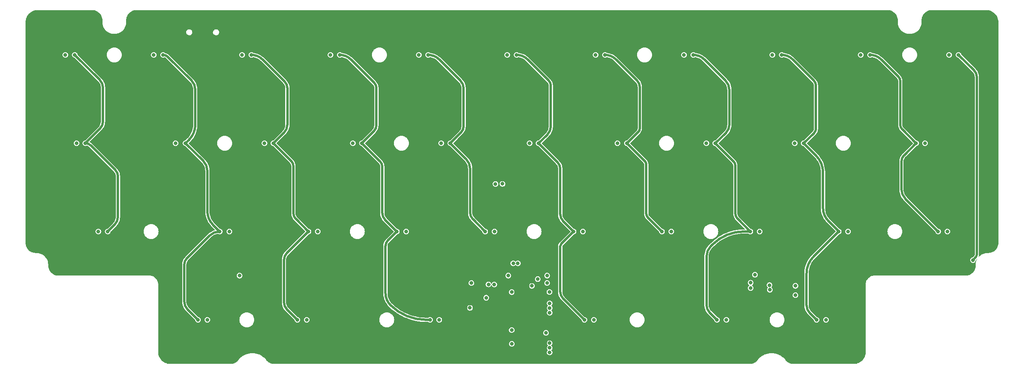
<source format=gbr>
%TF.GenerationSoftware,KiCad,Pcbnew,(7.0.0)*%
%TF.CreationDate,2023-05-05T19:02:52+02:00*%
%TF.ProjectId,travaulta revision,74726176-6175-46c7-9461-207265766973,rev?*%
%TF.SameCoordinates,Original*%
%TF.FileFunction,Copper,L3,Inr*%
%TF.FilePolarity,Positive*%
%FSLAX46Y46*%
G04 Gerber Fmt 4.6, Leading zero omitted, Abs format (unit mm)*
G04 Created by KiCad (PCBNEW (7.0.0)) date 2023-05-05 19:02:52*
%MOMM*%
%LPD*%
G01*
G04 APERTURE LIST*
%TA.AperFunction,ViaPad*%
%ADD10C,0.800000*%
%TD*%
%TA.AperFunction,Conductor*%
%ADD11C,0.500000*%
%TD*%
G04 APERTURE END LIST*
D10*
%TO.N,GND*%
X74295000Y-91313000D03*
X115311507Y-68278054D03*
X151003000Y-99314000D03*
X111125000Y-107950000D03*
X96463710Y-101616045D03*
X153987500Y-92075000D03*
X177165000Y-109855000D03*
X81280000Y-57277000D03*
X79634279Y-102166606D03*
X153988003Y-102068356D03*
X82550000Y-49999000D03*
X177176938Y-83255788D03*
X183356250Y-119062500D03*
X87249000Y-80010000D03*
X47117000Y-76200000D03*
X131445000Y-101854000D03*
X209550000Y-104366597D03*
X103187500Y-83125992D03*
X119027099Y-64169317D03*
X77430000Y-51094000D03*
X179785333Y-104324688D03*
X175451935Y-104317849D03*
X84198075Y-57286253D03*
X108167757Y-68278054D03*
X137577839Y-104298443D03*
X182499000Y-80010000D03*
X92075000Y-117475000D03*
X117475000Y-120650000D03*
X65244068Y-83266471D03*
X113284000Y-114300000D03*
X171831000Y-101981000D03*
X120215418Y-83268437D03*
X156464799Y-64146969D03*
X144653000Y-76200000D03*
X233867827Y-64186346D03*
X158602637Y-85060062D03*
X88926415Y-65964205D03*
X142113000Y-110617000D03*
X231521000Y-99314000D03*
X213758720Y-65997413D03*
X194539821Y-104317849D03*
X175816362Y-65997905D03*
X214425221Y-102091428D03*
X101155500Y-83125992D03*
X75819000Y-120777000D03*
X215272292Y-83233441D03*
X173101000Y-95250000D03*
X141859000Y-80010000D03*
X121059099Y-64169317D03*
X152584000Y-112903000D03*
X144374097Y-116215501D03*
X158753070Y-104320989D03*
X137901311Y-64231533D03*
X230692425Y-101111029D03*
X47371000Y-50800000D03*
X121095883Y-65974574D03*
X192539949Y-102088341D03*
X82558981Y-83268437D03*
X234950000Y-61087000D03*
X60075298Y-64176230D03*
X160918079Y-102299291D03*
X177839421Y-64193631D03*
X139700000Y-57150000D03*
X99867728Y-65952852D03*
X88900000Y-68262500D03*
X215781779Y-64193139D03*
X154003054Y-85382318D03*
X190232918Y-104293450D03*
X122237500Y-118268750D03*
X120650000Y-120650000D03*
X158750000Y-57150000D03*
X139262558Y-85049380D03*
X99815881Y-64231533D03*
X111369439Y-65960003D03*
X141294558Y-85049380D03*
X197035308Y-64193631D03*
X122986934Y-104249644D03*
X63212068Y-83266471D03*
X215900000Y-57150000D03*
X187325000Y-102108000D03*
X197044249Y-65997905D03*
X117331079Y-108090478D03*
X115338189Y-65960003D03*
X196850000Y-57150000D03*
X106426000Y-76200000D03*
X124688743Y-65951243D03*
X92868750Y-107950000D03*
X86288880Y-104214561D03*
X65253009Y-85070745D03*
X120506079Y-108090478D03*
X146671179Y-104344178D03*
X92075000Y-104154757D03*
X206505152Y-107452269D03*
X159004000Y-110744000D03*
X209550000Y-101508785D03*
X138303000Y-101981000D03*
X120904000Y-101727000D03*
X78607665Y-65964205D03*
X144653000Y-72517000D03*
X125349000Y-80010000D03*
X77600359Y-104245177D03*
X233876768Y-65990620D03*
X177800000Y-53213000D03*
X82189797Y-64153271D03*
X251079000Y-50800000D03*
X85751415Y-65964205D03*
X199852839Y-120960543D03*
X127852925Y-68309162D03*
X92075000Y-68262500D03*
X234146640Y-85107708D03*
X101092000Y-101600000D03*
X173573173Y-104293450D03*
X134874000Y-95250000D03*
X67120529Y-102090937D03*
X112450940Y-104214561D03*
X196338366Y-83219809D03*
X77300138Y-108312928D03*
X133985000Y-101727000D03*
X92101415Y-65964205D03*
X51435000Y-95250000D03*
X96774000Y-95250000D03*
X251206000Y-63500000D03*
X142253820Y-104333809D03*
X80962500Y-60071000D03*
X222758000Y-120650000D03*
X231844768Y-65990620D03*
X124474829Y-108090478D03*
X244094000Y-69723000D03*
X158496799Y-64146969D03*
X172415783Y-107530039D03*
X131027925Y-68309162D03*
X121031000Y-69469000D03*
X160911418Y-104281020D03*
X217417014Y-104354056D03*
X164806750Y-104289692D03*
X187216121Y-107327344D03*
X179217879Y-85060062D03*
X99218750Y-68262500D03*
X95250000Y-68262500D03*
X49530000Y-69850000D03*
X60116776Y-66008155D03*
X98425000Y-120650000D03*
X139954000Y-69469000D03*
X101847881Y-64231533D03*
X104728337Y-104167899D03*
X87249000Y-72644000D03*
X127863743Y-65951243D03*
X75692000Y-48895000D03*
X177848362Y-65997905D03*
X116496665Y-104176446D03*
X135007493Y-65951243D03*
X139933311Y-64231533D03*
X236537500Y-101600000D03*
X111342757Y-68278054D03*
X87312500Y-107950000D03*
X85725000Y-68262500D03*
X175807421Y-64193631D03*
X124677925Y-68309162D03*
X192561494Y-104301005D03*
X175590783Y-107530039D03*
X234950000Y-53340000D03*
X185104829Y-104324688D03*
X118375427Y-104200845D03*
X96070165Y-65964205D03*
X103148167Y-85096043D03*
X153987500Y-88900000D03*
X182499000Y-72390000D03*
X234154774Y-83203271D03*
X82567922Y-85072711D03*
X101899728Y-65952852D03*
X108741291Y-104191230D03*
X134996675Y-68309162D03*
X161131250Y-107950000D03*
X232114640Y-85107708D03*
X178765783Y-107530039D03*
X141285617Y-83245106D03*
X101121020Y-104154757D03*
X175895000Y-101981000D03*
X119063883Y-65974574D03*
X207168750Y-101473000D03*
X198361068Y-85095059D03*
X150018750Y-88900000D03*
X115824000Y-99314000D03*
X247015000Y-89027000D03*
X137872571Y-65974082D03*
X84599922Y-85072711D03*
X141859000Y-72517000D03*
X156473740Y-65951243D03*
X217304292Y-83233441D03*
X135674678Y-104249644D03*
X160634637Y-85060062D03*
X68453000Y-76200000D03*
X201676000Y-76200000D03*
X192024000Y-91313000D03*
X231835827Y-64186346D03*
X120650000Y-53213000D03*
X77851000Y-95250000D03*
X158593696Y-83255788D03*
X198577486Y-104323931D03*
X224282000Y-80137000D03*
X160625696Y-83255788D03*
X115607034Y-101739495D03*
X124618750Y-120650000D03*
X115824000Y-91313000D03*
X122247418Y-83268437D03*
X147066000Y-107315000D03*
X77602279Y-102166606D03*
X120650000Y-60960000D03*
X221476630Y-104354056D03*
X153321343Y-104242074D03*
X215281233Y-85037715D03*
X183356250Y-109855000D03*
X232122774Y-83203271D03*
X158505740Y-65951243D03*
X126830289Y-104261223D03*
X196329068Y-85095059D03*
X131038743Y-65951243D03*
X213749779Y-64193139D03*
X144653000Y-67691000D03*
X229235000Y-95250000D03*
X65659000Y-76200000D03*
X147896567Y-109273002D03*
X62148776Y-66008155D03*
X101600000Y-57150000D03*
X153987500Y-99218750D03*
X78581250Y-68262500D03*
X122256359Y-85072711D03*
X169545000Y-101981000D03*
X99212437Y-104149937D03*
X243967000Y-85725000D03*
X139904571Y-65974082D03*
X89408000Y-48895000D03*
X224282000Y-72390000D03*
X125349000Y-72517000D03*
X67120529Y-104050751D03*
X195003308Y-64193631D03*
X185166000Y-114300000D03*
X157892750Y-99314000D03*
X105019439Y-65960003D03*
X189144827Y-108929415D03*
X163576000Y-76200000D03*
X195012249Y-65997905D03*
X120888576Y-104225245D03*
X153288724Y-110807639D03*
X63221009Y-85070745D03*
X211905460Y-101600000D03*
X158750000Y-107950000D03*
X74295000Y-99314000D03*
X144653000Y-80010000D03*
X251079000Y-95123000D03*
X148209000Y-101981000D03*
X157956250Y-88900000D03*
X108194439Y-65960003D03*
X114300000Y-120650000D03*
X179208938Y-83255788D03*
X98806000Y-50800000D03*
X211201000Y-95250000D03*
X231521000Y-91186000D03*
X146685000Y-72517000D03*
X98425000Y-108743750D03*
X206375000Y-118268750D03*
X169531303Y-104289692D03*
X62107298Y-64176230D03*
X217313233Y-85037715D03*
X78581250Y-63500000D03*
X146685000Y-80010000D03*
X120224359Y-85072711D03*
X198370366Y-83219809D03*
X182734533Y-107530039D03*
X190240765Y-102103407D03*
X214312500Y-104348659D03*
X225979538Y-102090937D03*
X131193210Y-104261223D03*
X84590981Y-83268437D03*
X188641422Y-120900588D03*
X101116167Y-85096043D03*
X114156079Y-108090478D03*
X84137500Y-68262500D03*
X87312500Y-63500000D03*
X104992757Y-68278054D03*
X150550100Y-110815963D03*
X227965000Y-76200000D03*
X246473566Y-101666909D03*
X79653498Y-104245177D03*
X177185879Y-85060062D03*
X70970165Y-102114268D03*
X223043750Y-108743750D03*
X203835000Y-114300000D03*
X207168750Y-104370593D03*
X211681401Y-104370102D03*
X139253617Y-83245106D03*
X246062500Y-76200000D03*
X92075000Y-101600000D03*
X146685000Y-67691000D03*
X54356000Y-88900000D03*
X177800000Y-60960000D03*
X215790720Y-65997413D03*
X153346000Y-115062000D03*
X87653038Y-51101306D03*
X84074000Y-69850000D03*
X177165000Y-119062500D03*
X150425000Y-115062000D03*
%TO.N,APLEX_OUT_PIN_0*%
X210352632Y-106976214D03*
X156787000Y-106362500D03*
X156787000Y-104775000D03*
X148431250Y-104775000D03*
X140493750Y-106362500D03*
X140168917Y-111725196D03*
%TO.N,ROW0*%
X243459000Y-57150000D03*
X110109000Y-57150000D03*
X186309000Y-57150000D03*
X148209000Y-57150000D03*
X167259000Y-57150000D03*
X224409000Y-57150000D03*
X129159000Y-57150000D03*
X72009000Y-57150000D03*
X52959000Y-57150000D03*
X91059000Y-57150000D03*
X149495497Y-102108000D03*
X145669000Y-84987000D03*
X205359000Y-57150000D03*
%TO.N,ROW1*%
X55372000Y-76200000D03*
X191135000Y-76200000D03*
X133985000Y-76200000D03*
X147189272Y-84974626D03*
X76708000Y-76200000D03*
X153035000Y-76200000D03*
X210185000Y-76200000D03*
X171958000Y-76200000D03*
X114935000Y-76200000D03*
X150495000Y-102108000D03*
X238252000Y-76200000D03*
X95885000Y-76200000D03*
%TO.N,VBAT*%
X149155000Y-108331000D03*
X201599534Y-104576503D03*
X149158000Y-116524000D03*
X153545858Y-106982709D03*
X156556000Y-117129000D03*
X149189578Y-119489093D03*
X157291782Y-108302925D03*
X90487500Y-104775000D03*
X154781250Y-105533209D03*
%TO.N,COL0*%
X62103000Y-95250000D03*
X54991000Y-57150000D03*
X57277000Y-76200000D03*
%TO.N,COL1*%
X74041000Y-57150000D03*
X81550000Y-114300000D03*
X86233000Y-95250000D03*
X78867000Y-76200000D03*
%TO.N,COL2*%
X93075000Y-57150000D03*
X105362500Y-95250000D03*
X97790000Y-76200000D03*
X102980000Y-114300000D03*
%TO.N,COL3*%
X124412500Y-95250000D03*
X116887500Y-76200000D03*
X131555000Y-114300000D03*
X112125000Y-57150000D03*
%TO.N,COL4*%
X143462500Y-95250000D03*
X135937500Y-76200000D03*
X131175000Y-57150000D03*
%TO.N,COL5*%
X150241000Y-57150000D03*
X162512500Y-95250000D03*
X164846000Y-114300000D03*
X154940000Y-76200000D03*
%TO.N,COL6*%
X169291000Y-57150000D03*
X173990000Y-76200000D03*
X181562500Y-95250000D03*
X204755969Y-106823574D03*
X200668410Y-107440416D03*
%TO.N,COL7*%
X188325000Y-57150000D03*
X200674646Y-106307080D03*
X200612500Y-95250000D03*
X193421000Y-114300000D03*
X204787500Y-107822580D03*
X193040000Y-76200000D03*
%TO.N,COL8*%
X207391000Y-57150000D03*
X214884000Y-114300000D03*
X219662500Y-95250000D03*
X212090000Y-76200000D03*
%TO.N,COL9*%
X241095000Y-95250000D03*
X226441000Y-57150000D03*
X236347000Y-76200000D03*
%TO.N,ROW2*%
X164512500Y-95250000D03*
X221662500Y-95250000D03*
X126412500Y-95250000D03*
X243078000Y-95250000D03*
X202612500Y-95250000D03*
X107362500Y-95250000D03*
X145462500Y-95250000D03*
X60071000Y-95250000D03*
X88312500Y-95250000D03*
X183562500Y-95250000D03*
%TO.N,ROW3*%
X144157368Y-106657415D03*
X104980000Y-114300000D03*
X143668750Y-109537500D03*
X195453000Y-114300000D03*
X216916000Y-114300000D03*
X166878000Y-114300000D03*
X133555000Y-114300000D03*
X83550000Y-114300000D03*
%TO.N,AMUX_SEL_2*%
X157348680Y-121365408D03*
X157353000Y-110744000D03*
%TO.N,AMUX_SEL_1*%
X157357299Y-111755701D03*
X157354673Y-120365925D03*
%TO.N,AMUX_SEL_0*%
X157353500Y-119342500D03*
X157353000Y-112776000D03*
%TO.N,APLEX_EN_PIN_1*%
X145415000Y-106680000D03*
X210343750Y-108997080D03*
%TO.N,COL10*%
X245491000Y-57150000D03*
X248602500Y-101409500D03*
%TD*%
D11*
%TO.N,COL0*%
X63595250Y-93757750D02*
X62103000Y-95250000D01*
X61087000Y-71437500D02*
X61087000Y-64293750D01*
X60346129Y-62505129D02*
X54991000Y-57150000D01*
X58415214Y-76671464D02*
X63732484Y-81988734D01*
X64293750Y-83343750D02*
X64293750Y-92071422D01*
X57277000Y-76200000D02*
X60413481Y-73063519D01*
X63595244Y-93757744D02*
G75*
G03*
X64293750Y-92071422I-1686344J1686344D01*
G01*
X58415219Y-76671459D02*
G75*
G03*
X57277000Y-76200000I-1138219J-1138241D01*
G01*
X64293794Y-83343750D02*
G75*
G03*
X63732483Y-81988735I-1916294J-50D01*
G01*
X61086962Y-64293750D02*
G75*
G03*
X60346129Y-62505129I-2529462J50D01*
G01*
X60413473Y-73063511D02*
G75*
G03*
X61087000Y-71437500I-1625973J1626011D01*
G01*
%TO.N,COL1*%
X83566000Y-90854301D02*
X83566000Y-82133785D01*
X86233000Y-95250000D02*
X84788375Y-93805375D01*
X80168750Y-62706250D02*
X75016612Y-57554112D01*
X78581250Y-102393750D02*
X78581250Y-110331250D01*
X82692875Y-80025875D02*
X78867000Y-76200000D01*
X84010774Y-96170476D02*
X79142516Y-101038734D01*
X79288357Y-112038357D02*
X81550000Y-114300000D01*
X80962500Y-72231250D02*
X80962500Y-64622532D01*
X78867000Y-76200000D02*
X79637912Y-75429088D01*
X83566020Y-82133785D02*
G75*
G03*
X82692874Y-80025876I-2981020J-15D01*
G01*
X79142548Y-101038766D02*
G75*
G03*
X78581250Y-102393750I1354952J-1355034D01*
G01*
X75016607Y-57554117D02*
G75*
G03*
X74041000Y-57150000I-975607J-975583D01*
G01*
X79637882Y-75429058D02*
G75*
G03*
X80962500Y-72231250I-3197782J3197858D01*
G01*
X80962486Y-64622532D02*
G75*
G03*
X80168749Y-62706251I-2709986J32D01*
G01*
X86233000Y-95250000D02*
G75*
G03*
X84010775Y-96170477I0J-3142700D01*
G01*
X83565986Y-90854301D02*
G75*
G03*
X84788376Y-93805374I4173414J1D01*
G01*
X78581226Y-110331250D02*
G75*
G03*
X79288357Y-112038357I2414274J50D01*
G01*
%TO.N,COL2*%
X100076000Y-101423388D02*
X100076000Y-110509996D01*
X100702500Y-112022500D02*
X102980000Y-114300000D01*
X105362500Y-95250000D02*
X100703125Y-99909375D01*
X101679375Y-80089375D02*
X97790000Y-76200000D01*
X102108000Y-91281250D02*
X102108000Y-81124167D01*
X105362500Y-95250000D02*
X102613052Y-92500552D01*
X100099143Y-73938357D02*
X97837500Y-76200000D01*
X95432941Y-58126691D02*
X100244984Y-62938734D01*
X100806250Y-64293750D02*
X100806250Y-72231250D01*
X100076002Y-110509996D02*
G75*
G03*
X100702500Y-112022500I2138998J-4D01*
G01*
X95432934Y-58126698D02*
G75*
G03*
X93075000Y-57150000I-2357934J-2357902D01*
G01*
X100806294Y-64293750D02*
G75*
G03*
X100244983Y-62938735I-1916294J-50D01*
G01*
X102108028Y-81124167D02*
G75*
G03*
X101679375Y-80089375I-1463428J-33D01*
G01*
X102107979Y-91281250D02*
G75*
G03*
X102613052Y-92500552I1724421J50D01*
G01*
X100703139Y-99909389D02*
G75*
G03*
X100076000Y-101423388I1513961J-1514011D01*
G01*
X100099176Y-73938390D02*
G75*
G03*
X100806250Y-72231250I-1707176J1707090D01*
G01*
%TO.N,COL3*%
X114482941Y-58126691D02*
X119565987Y-63209737D01*
X120015000Y-64293750D02*
X120015000Y-72231250D01*
X121285000Y-91281250D02*
X121285000Y-81349684D01*
X124412500Y-95250000D02*
X122470458Y-97192042D01*
X130696378Y-114300000D02*
X131555000Y-114300000D01*
X120753125Y-80065625D02*
X116887500Y-76200000D01*
X124412500Y-95250000D02*
X121879854Y-92717354D01*
X121959750Y-98425000D02*
X121959750Y-108538171D01*
X119420146Y-73667354D02*
X116887500Y-76200000D01*
X119420180Y-73667388D02*
G75*
G03*
X120015000Y-72231250I-1436180J1436088D01*
G01*
X122470461Y-97192045D02*
G75*
G03*
X121959750Y-98425000I1232939J-1232955D01*
G01*
X121959778Y-108538171D02*
G75*
G03*
X123031251Y-111124999I3658322J-29D01*
G01*
X120015042Y-64293750D02*
G75*
G03*
X119565986Y-63209738I-1533042J-50D01*
G01*
X123031267Y-111124983D02*
G75*
G03*
X130696378Y-114300000I7665133J7665083D01*
G01*
X114482934Y-58126698D02*
G75*
G03*
X112125000Y-57150000I-2357934J-2357902D01*
G01*
X121284978Y-91281250D02*
G75*
G03*
X121879855Y-92717353I2031022J50D01*
G01*
X121285020Y-81349684D02*
G75*
G03*
X120753124Y-80065626I-1815920J-16D01*
G01*
%TO.N,COL4*%
X135937500Y-76200000D02*
X138215625Y-73921875D01*
X140787500Y-92575000D02*
X143462500Y-95250000D01*
X135937500Y-76200000D02*
X139298837Y-79561337D01*
X138811000Y-72484513D02*
X138811000Y-64392578D01*
X140208000Y-81756250D02*
X140208000Y-91175964D01*
X138112500Y-62706250D02*
X133532941Y-58126691D01*
X138215611Y-73921861D02*
G75*
G03*
X138811000Y-72484513I-1437311J1437361D01*
G01*
X133532934Y-58126698D02*
G75*
G03*
X131175000Y-57150000I-2357934J-2357902D01*
G01*
X140208016Y-91175964D02*
G75*
G03*
X140787501Y-92574999I1978484J-36D01*
G01*
X140207957Y-81756250D02*
G75*
G03*
X139298837Y-79561337I-3104057J50D01*
G01*
X138811023Y-64392578D02*
G75*
G03*
X138112500Y-62706250I-2384823J-22D01*
G01*
%TO.N,COL5*%
X160210500Y-109664500D02*
X164846000Y-114300000D01*
X162512500Y-95250000D02*
X159852193Y-97910307D01*
X157607000Y-72536457D02*
X157607000Y-63779367D01*
X154940000Y-76200000D02*
X159032832Y-80292832D01*
X159639000Y-98425000D02*
X159639000Y-108284777D01*
X160234375Y-92971875D02*
X162512500Y-95250000D01*
X154987500Y-76200000D02*
X156868750Y-74318750D01*
X157162500Y-62706250D02*
X152571628Y-58115378D01*
X159639000Y-81756250D02*
X159639000Y-91534513D01*
X159852190Y-97910304D02*
G75*
G03*
X159639000Y-98425000I514710J-514696D01*
G01*
X157607027Y-63779367D02*
G75*
G03*
X157162499Y-62706251I-1517627J-33D01*
G01*
X152571627Y-58115379D02*
G75*
G03*
X150241000Y-57150000I-2330627J-2330621D01*
G01*
X159639030Y-81756250D02*
G75*
G03*
X159032831Y-80292833I-2069630J-50D01*
G01*
X159638981Y-91534513D02*
G75*
G03*
X160234376Y-92971874I2032719J13D01*
G01*
X159639010Y-108284777D02*
G75*
G03*
X160210500Y-109664500I1951190J-23D01*
G01*
X156868763Y-74318763D02*
G75*
G03*
X157607000Y-72536457I-1782263J1782263D01*
G01*
%TO.N,COL6*%
X173990000Y-76200000D02*
X177879375Y-80089375D01*
X176784000Y-73025000D02*
X176784000Y-64085973D01*
X178181000Y-80817562D02*
X178181000Y-91430625D01*
X174037500Y-76200000D02*
X176481005Y-73756495D01*
X178490625Y-92178125D02*
X181562500Y-95250000D01*
X176212500Y-62706250D02*
X171621628Y-58115378D01*
X178180976Y-91430625D02*
G75*
G03*
X178490625Y-92178125I1057124J25D01*
G01*
X178181030Y-80817562D02*
G75*
G03*
X177879375Y-80089375I-1029830J-38D01*
G01*
X176784025Y-64085973D02*
G75*
G03*
X176212499Y-62706251I-1951225J-27D01*
G01*
X176481007Y-73756497D02*
G75*
G03*
X176784000Y-73025000I-731507J731497D01*
G01*
X171621627Y-58115379D02*
G75*
G03*
X169291000Y-57150000I-2330627J-2330621D01*
G01*
%TO.N,COL7*%
X195262500Y-62706250D02*
X190682941Y-58126691D01*
X197863051Y-92500551D02*
X200612500Y-95250000D01*
X193421000Y-114300000D02*
X191817805Y-112696805D01*
X193040000Y-76200000D02*
X197043691Y-80203691D01*
X197358000Y-80962500D02*
X197358000Y-91281250D01*
X192087500Y-98425000D02*
X192456170Y-98056330D01*
X196088000Y-72231250D02*
X196088000Y-64699183D01*
X191166742Y-111125000D02*
X191166742Y-100647906D01*
X193087500Y-76200000D02*
X195403343Y-73884157D01*
X199231250Y-95250000D02*
X200612500Y-95250000D01*
X197358021Y-91281250D02*
G75*
G03*
X197863052Y-92500550I1724279J-50D01*
G01*
X199231250Y-95250033D02*
G75*
G03*
X192456170Y-98056330I-50J-9581367D01*
G01*
X191166740Y-111125000D02*
G75*
G03*
X191817806Y-112696804I2222860J0D01*
G01*
X190682934Y-58126698D02*
G75*
G03*
X188325000Y-57150000I-2357934J-2357902D01*
G01*
X197358005Y-80962500D02*
G75*
G03*
X197043691Y-80203691I-1073105J0D01*
G01*
X195403376Y-73884190D02*
G75*
G03*
X196088000Y-72231250I-1652976J1652890D01*
G01*
X192087498Y-98424998D02*
G75*
G03*
X191166742Y-100647906I2222902J-2222902D01*
G01*
X196088021Y-64699183D02*
G75*
G03*
X195262500Y-62706250I-2818421J-17D01*
G01*
%TO.N,COL8*%
X214884000Y-114300000D02*
X213407625Y-112823625D01*
X219662500Y-95202500D02*
X219662500Y-95250000D01*
X214209375Y-100703125D02*
X219662500Y-95250000D01*
X212137500Y-76200000D02*
X214364202Y-73973298D01*
X214312500Y-62706250D02*
X209721628Y-58115378D01*
X212090000Y-76200000D02*
X214754356Y-78864356D01*
X214757000Y-73025000D02*
X214757000Y-63779367D01*
X217408125Y-92948125D02*
X219662500Y-95202500D01*
X212725000Y-111175623D02*
X212725000Y-104286723D01*
X216281000Y-82550000D02*
X216281000Y-90227005D01*
X214209358Y-100703108D02*
G75*
G03*
X212725000Y-104286723I3583642J-3583592D01*
G01*
X212724977Y-111175623D02*
G75*
G03*
X213407626Y-112823624I2330623J23D01*
G01*
X216280984Y-90227005D02*
G75*
G03*
X217408125Y-92948125I3848216J5D01*
G01*
X214757027Y-63779367D02*
G75*
G03*
X214312499Y-62706251I-1517627J-33D01*
G01*
X216280996Y-82550000D02*
G75*
G03*
X214754356Y-78864356I-5212296J0D01*
G01*
X209721627Y-58115379D02*
G75*
G03*
X207391000Y-57150000I-2330627J-2330621D01*
G01*
X214364203Y-73973299D02*
G75*
G03*
X214757000Y-73025000I-948303J948299D01*
G01*
%TO.N,COL9*%
X232918000Y-72231250D02*
X232918000Y-62755664D01*
X236347000Y-76200000D02*
X233733267Y-78813733D01*
X234053750Y-88208750D02*
X241095000Y-95250000D01*
X236330000Y-76200000D02*
X233311682Y-73181681D01*
X232568750Y-61912500D02*
X228771628Y-58115378D01*
X233172000Y-80168750D02*
X233172000Y-86080018D01*
X228771627Y-58115379D02*
G75*
G03*
X226441000Y-57150000I-2330627J-2330621D01*
G01*
X233733288Y-78813754D02*
G75*
G03*
X233172000Y-80168750I1355012J-1355046D01*
G01*
X233171993Y-86080018D02*
G75*
G03*
X234053750Y-88208750I3010507J18D01*
G01*
X232917962Y-72231250D02*
G75*
G03*
X233311682Y-73181681I1344138J50D01*
G01*
X232918029Y-62755664D02*
G75*
G03*
X232568750Y-61912500I-1192429J-36D01*
G01*
%TO.N,COL10*%
X248844283Y-60503283D02*
X245491000Y-57150000D01*
X248602500Y-101409500D02*
X249221625Y-100790375D01*
X249428000Y-100292142D02*
X249428000Y-61912500D01*
X249428009Y-61912500D02*
G75*
G03*
X248844282Y-60503284I-1992909J0D01*
G01*
X249221602Y-100790352D02*
G75*
G03*
X249428000Y-100292142I-498202J498252D01*
G01*
%TD*%
%TA.AperFunction,Conductor*%
%TO.N,GND*%
G36*
X230200348Y-47475520D02*
G01*
X230298956Y-47481485D01*
X230298956Y-47481499D01*
X230299009Y-47481488D01*
X230471593Y-47492799D01*
X230472909Y-47492963D01*
X230599140Y-47516096D01*
X230599298Y-47516126D01*
X230743441Y-47544797D01*
X230744618Y-47545097D01*
X230872041Y-47584803D01*
X230872119Y-47584829D01*
X231006581Y-47630473D01*
X231007622Y-47630883D01*
X231131044Y-47686431D01*
X231131417Y-47686607D01*
X231138829Y-47690262D01*
X231256886Y-47748482D01*
X231257750Y-47748954D01*
X231323021Y-47788412D01*
X231374440Y-47819496D01*
X231374887Y-47819781D01*
X231490392Y-47896959D01*
X231491108Y-47897477D01*
X231598807Y-47981853D01*
X231599305Y-47982266D01*
X231703474Y-48073620D01*
X231704033Y-48074144D01*
X231800854Y-48170965D01*
X231801378Y-48171524D01*
X231892740Y-48275703D01*
X231893153Y-48276201D01*
X231977513Y-48383879D01*
X231978031Y-48384595D01*
X232055225Y-48500123D01*
X232055510Y-48500570D01*
X232126040Y-48617239D01*
X232126520Y-48618117D01*
X232188395Y-48743588D01*
X232188571Y-48743961D01*
X232244115Y-48867376D01*
X232244525Y-48868417D01*
X232290145Y-49002808D01*
X232290236Y-49003088D01*
X232329896Y-49130363D01*
X232330201Y-49131561D01*
X232358877Y-49275723D01*
X232358910Y-49275897D01*
X232382033Y-49402076D01*
X232382200Y-49403420D01*
X232393519Y-49576116D01*
X232393520Y-49576176D01*
X232393523Y-49576176D01*
X232399479Y-49674636D01*
X232399500Y-49675342D01*
X232399500Y-50074998D01*
X232399499Y-50075000D01*
X232399499Y-50229277D01*
X232399540Y-50229618D01*
X232399541Y-50229627D01*
X232436648Y-50535232D01*
X232436649Y-50535242D01*
X232436691Y-50535581D01*
X232436774Y-50535918D01*
X232436774Y-50535920D01*
X232510533Y-50835169D01*
X232510654Y-50835488D01*
X232510656Y-50835494D01*
X232619821Y-51123340D01*
X232619947Y-51123672D01*
X232763339Y-51396883D01*
X232763540Y-51397174D01*
X232763541Y-51397175D01*
X232938406Y-51650511D01*
X232938618Y-51650817D01*
X232938849Y-51651077D01*
X232938850Y-51651079D01*
X233143001Y-51881518D01*
X233143227Y-51881773D01*
X233374183Y-52086382D01*
X233628118Y-52261661D01*
X233901329Y-52405053D01*
X234189832Y-52514468D01*
X234489419Y-52588309D01*
X234795724Y-52625501D01*
X235103921Y-52625501D01*
X235104277Y-52625501D01*
X235410582Y-52588309D01*
X235710169Y-52514467D01*
X235998672Y-52405052D01*
X236271883Y-52261660D01*
X236525818Y-52086382D01*
X236756774Y-51881773D01*
X236961383Y-51650817D01*
X237136661Y-51396882D01*
X237280053Y-51123671D01*
X237389468Y-50835168D01*
X237463309Y-50535580D01*
X237500501Y-50229276D01*
X237500501Y-50074999D01*
X237500501Y-50074499D01*
X237500501Y-49675359D01*
X237500522Y-49674653D01*
X237502904Y-49635268D01*
X237506487Y-49576047D01*
X237506498Y-49576047D01*
X237506490Y-49575994D01*
X237517802Y-49403400D01*
X237517964Y-49402097D01*
X237541123Y-49275723D01*
X237569801Y-49131549D01*
X237570100Y-49130376D01*
X237609802Y-49002969D01*
X237609826Y-49002897D01*
X237655482Y-48868398D01*
X237655876Y-48867398D01*
X237711451Y-48743915D01*
X237711588Y-48743624D01*
X237773494Y-48618091D01*
X237773940Y-48617275D01*
X237844526Y-48500513D01*
X237844754Y-48500155D01*
X237921975Y-48384585D01*
X237922461Y-48383913D01*
X238006877Y-48276164D01*
X238007239Y-48275728D01*
X238098654Y-48171489D01*
X238099118Y-48170994D01*
X238195994Y-48074119D01*
X238196489Y-48073654D01*
X238300728Y-47982239D01*
X238301164Y-47981877D01*
X238408913Y-47897461D01*
X238409585Y-47896975D01*
X238525155Y-47819754D01*
X238525513Y-47819526D01*
X238642275Y-47748940D01*
X238643091Y-47748494D01*
X238768624Y-47686588D01*
X238768915Y-47686451D01*
X238892398Y-47630876D01*
X238893398Y-47630482D01*
X239027897Y-47584826D01*
X239027969Y-47584802D01*
X239155376Y-47545100D01*
X239156549Y-47544801D01*
X239300756Y-47516116D01*
X239427097Y-47492964D01*
X239428400Y-47492802D01*
X239600994Y-47481490D01*
X239601047Y-47481498D01*
X239601047Y-47481487D01*
X239601077Y-47481484D01*
X239699652Y-47475522D01*
X239700359Y-47475501D01*
X239700500Y-47475501D01*
X251474663Y-47475499D01*
X251475319Y-47475517D01*
X251477479Y-47475638D01*
X251590607Y-47481991D01*
X251772396Y-47492988D01*
X251773597Y-47493126D01*
X251914616Y-47517086D01*
X252070557Y-47545663D01*
X252071665Y-47545923D01*
X252213531Y-47586794D01*
X252213580Y-47586809D01*
X252360589Y-47632619D01*
X252361550Y-47632968D01*
X252499559Y-47690133D01*
X252499838Y-47690253D01*
X252629201Y-47748474D01*
X252638486Y-47752653D01*
X252639343Y-47753082D01*
X252770940Y-47825813D01*
X252771211Y-47825969D01*
X252888642Y-47896959D01*
X252900569Y-47904169D01*
X252901286Y-47904640D01*
X253024248Y-47991886D01*
X253024694Y-47992218D01*
X253143269Y-48085116D01*
X253143849Y-48085602D01*
X253256448Y-48186226D01*
X253256925Y-48186677D01*
X253363320Y-48293072D01*
X253363771Y-48293549D01*
X253464397Y-48406150D01*
X253464883Y-48406730D01*
X253513087Y-48468257D01*
X253557787Y-48525312D01*
X253558091Y-48525720D01*
X253623031Y-48617244D01*
X253645363Y-48648718D01*
X253645834Y-48649435D01*
X253723990Y-48778722D01*
X253724217Y-48779116D01*
X253796918Y-48910661D01*
X253797347Y-48911518D01*
X253859730Y-49050124D01*
X253859870Y-49050449D01*
X253917024Y-49188432D01*
X253917385Y-49189428D01*
X253963159Y-49336319D01*
X253963232Y-49336561D01*
X254004072Y-49478322D01*
X254004337Y-49479452D01*
X254032891Y-49635268D01*
X254032839Y-49635277D01*
X254032919Y-49635417D01*
X254056869Y-49776374D01*
X254057013Y-49777628D01*
X254068025Y-49959690D01*
X254068028Y-49959740D01*
X254074482Y-50074661D01*
X254074500Y-50075317D01*
X254074500Y-97683641D01*
X254074479Y-97684347D01*
X254068518Y-97782897D01*
X254068514Y-97782956D01*
X254057199Y-97955578D01*
X254057032Y-97956922D01*
X254033909Y-98083101D01*
X254033876Y-98083275D01*
X254005201Y-98227437D01*
X254004896Y-98228635D01*
X253965233Y-98355917D01*
X253965142Y-98356197D01*
X253919525Y-98490577D01*
X253919115Y-98491618D01*
X253863568Y-98615040D01*
X253863392Y-98615413D01*
X253801519Y-98740880D01*
X253801039Y-98741758D01*
X253730505Y-98858434D01*
X253730220Y-98858881D01*
X253653035Y-98974396D01*
X253652517Y-98975112D01*
X253568144Y-99082806D01*
X253567731Y-99083304D01*
X253476384Y-99187466D01*
X253475860Y-99188025D01*
X253379025Y-99284860D01*
X253378466Y-99285384D01*
X253274304Y-99376731D01*
X253273806Y-99377144D01*
X253166112Y-99461517D01*
X253165396Y-99462035D01*
X253049881Y-99539220D01*
X253049434Y-99539505D01*
X252932758Y-99610039D01*
X252931880Y-99610519D01*
X252806413Y-99672392D01*
X252806040Y-99672568D01*
X252682618Y-99728115D01*
X252681577Y-99728525D01*
X252547197Y-99774142D01*
X252546917Y-99774233D01*
X252419635Y-99813896D01*
X252418437Y-99814201D01*
X252274275Y-99842876D01*
X252274101Y-99842909D01*
X252147922Y-99866032D01*
X252146578Y-99866199D01*
X251974015Y-99877510D01*
X251973956Y-99877514D01*
X251875347Y-99883479D01*
X251874641Y-99883500D01*
X251734438Y-99883500D01*
X251734375Y-99883487D01*
X251734375Y-99883474D01*
X251734310Y-99883473D01*
X251734306Y-99883473D01*
X251591462Y-99883470D01*
X251591140Y-99883470D01*
X251590826Y-99883505D01*
X251590814Y-99883506D01*
X251306806Y-99915499D01*
X251306803Y-99915499D01*
X251306470Y-99915537D01*
X251306164Y-99915606D01*
X251306145Y-99915610D01*
X251027500Y-99979204D01*
X251027496Y-99979204D01*
X251027181Y-99979277D01*
X251026874Y-99979384D01*
X251026865Y-99979387D01*
X250757094Y-100073779D01*
X250757080Y-100073784D01*
X250756785Y-100073888D01*
X250756497Y-100074026D01*
X250756489Y-100074030D01*
X250498979Y-100198038D01*
X250498972Y-100198041D01*
X250498683Y-100198181D01*
X250498429Y-100198340D01*
X250498410Y-100198351D01*
X250256397Y-100350417D01*
X250256389Y-100350421D01*
X250256121Y-100350591D01*
X250255864Y-100350795D01*
X250255861Y-100350798D01*
X250104121Y-100471807D01*
X250032150Y-100529202D01*
X250031926Y-100529425D01*
X250031917Y-100529434D01*
X249829818Y-100731535D01*
X249829809Y-100731544D01*
X249829586Y-100731768D01*
X249829389Y-100732014D01*
X249829380Y-100732025D01*
X249807957Y-100758889D01*
X249800705Y-100763140D01*
X249792474Y-100761430D01*
X249787514Y-100754642D01*
X249788385Y-100746283D01*
X249793849Y-100735563D01*
X249850042Y-100562651D01*
X249878495Y-100383076D01*
X249878496Y-100360056D01*
X249878500Y-100360044D01*
X249878500Y-100283325D01*
X249878503Y-100232859D01*
X249878500Y-100232848D01*
X249878500Y-61912522D01*
X249878504Y-61912500D01*
X249878509Y-61912500D01*
X249878509Y-61775279D01*
X249847781Y-61502563D01*
X249786711Y-61235002D01*
X249696067Y-60975961D01*
X249576989Y-60728698D01*
X249430975Y-60496323D01*
X249259861Y-60281757D01*
X249204777Y-60226674D01*
X246094726Y-57116622D01*
X246091399Y-57109878D01*
X246076044Y-56993238D01*
X246015536Y-56847159D01*
X245919282Y-56721718D01*
X245793841Y-56625464D01*
X245793127Y-56625168D01*
X245793125Y-56625167D01*
X245648473Y-56565250D01*
X245648469Y-56565249D01*
X245647762Y-56564956D01*
X245647003Y-56564856D01*
X245646999Y-56564855D01*
X245491760Y-56544418D01*
X245491000Y-56544318D01*
X245490240Y-56544418D01*
X245335000Y-56564855D01*
X245334995Y-56564856D01*
X245334238Y-56564956D01*
X245333532Y-56565248D01*
X245333526Y-56565250D01*
X245188874Y-56625167D01*
X245188868Y-56625169D01*
X245188159Y-56625464D01*
X245187545Y-56625934D01*
X245187545Y-56625935D01*
X245063328Y-56721249D01*
X245063323Y-56721253D01*
X245062718Y-56721718D01*
X245062253Y-56722323D01*
X245062249Y-56722328D01*
X245008088Y-56792913D01*
X244966464Y-56847159D01*
X244966169Y-56847868D01*
X244966167Y-56847874D01*
X244906250Y-56992526D01*
X244906248Y-56992532D01*
X244905956Y-56993238D01*
X244905856Y-56993995D01*
X244905855Y-56994000D01*
X244888757Y-57123878D01*
X244885318Y-57150000D01*
X244885418Y-57150760D01*
X244905855Y-57305999D01*
X244905856Y-57306003D01*
X244905956Y-57306762D01*
X244906249Y-57307469D01*
X244906250Y-57307473D01*
X244945052Y-57401148D01*
X244966464Y-57452841D01*
X245062718Y-57578282D01*
X245188159Y-57674536D01*
X245334238Y-57735044D01*
X245450877Y-57750399D01*
X245457622Y-57753726D01*
X248483795Y-60779898D01*
X248483797Y-60779901D01*
X248525461Y-60821564D01*
X248525984Y-60822123D01*
X248658258Y-60972950D01*
X248659190Y-60974164D01*
X248770433Y-61140647D01*
X248771198Y-61141972D01*
X248859756Y-61321547D01*
X248860342Y-61322961D01*
X248924704Y-61512563D01*
X248925100Y-61514041D01*
X248964163Y-61710418D01*
X248964363Y-61711936D01*
X248977475Y-61911982D01*
X248977500Y-61912747D01*
X248977500Y-100291346D01*
X248977400Y-100292874D01*
X248969038Y-100356354D01*
X248968247Y-100359304D01*
X248944039Y-100417738D01*
X248942512Y-100420383D01*
X248903387Y-100471367D01*
X248902378Y-100472517D01*
X248861149Y-100513744D01*
X248861137Y-100513757D01*
X248569122Y-100805772D01*
X248562376Y-100809099D01*
X248446500Y-100824355D01*
X248446495Y-100824356D01*
X248445738Y-100824456D01*
X248445032Y-100824748D01*
X248445026Y-100824750D01*
X248300374Y-100884667D01*
X248300368Y-100884669D01*
X248299659Y-100884964D01*
X248299045Y-100885434D01*
X248299045Y-100885435D01*
X248174828Y-100980749D01*
X248174823Y-100980753D01*
X248174218Y-100981218D01*
X248173753Y-100981823D01*
X248173749Y-100981828D01*
X248125551Y-101044642D01*
X248077964Y-101106659D01*
X248077669Y-101107368D01*
X248077667Y-101107374D01*
X248017750Y-101252026D01*
X248017748Y-101252032D01*
X248017456Y-101252738D01*
X248017356Y-101253495D01*
X248017355Y-101253500D01*
X248003675Y-101357417D01*
X247996818Y-101409500D01*
X247996918Y-101410260D01*
X248017355Y-101565499D01*
X248017356Y-101565503D01*
X248017456Y-101566262D01*
X248017749Y-101566969D01*
X248017750Y-101566973D01*
X248077667Y-101711625D01*
X248077964Y-101712341D01*
X248174218Y-101837782D01*
X248299659Y-101934036D01*
X248445738Y-101994544D01*
X248602500Y-102015182D01*
X248759262Y-101994544D01*
X248905341Y-101934036D01*
X249030782Y-101837782D01*
X249127036Y-101712341D01*
X249187544Y-101566262D01*
X249202899Y-101449620D01*
X249206225Y-101442877D01*
X249505902Y-101143200D01*
X249513518Y-101139792D01*
X249521469Y-101142326D01*
X249525709Y-101149514D01*
X249524081Y-101157698D01*
X249498744Y-101198023D01*
X249498732Y-101198043D01*
X249498569Y-101198304D01*
X249498429Y-101198593D01*
X249498426Y-101198600D01*
X249374421Y-101456111D01*
X249374414Y-101456126D01*
X249374279Y-101456408D01*
X249374175Y-101456704D01*
X249374173Y-101456710D01*
X249279775Y-101726505D01*
X249279774Y-101726510D01*
X249279671Y-101726804D01*
X249279601Y-101727109D01*
X249279600Y-101727114D01*
X249216006Y-102005769D01*
X249216002Y-102005788D01*
X249215933Y-102006094D01*
X249215895Y-102006427D01*
X249215895Y-102006430D01*
X249183904Y-102290438D01*
X249183904Y-102290440D01*
X249183868Y-102290764D01*
X249183868Y-102291086D01*
X249183868Y-102291087D01*
X249183874Y-102433999D01*
X249183874Y-102574639D01*
X249183853Y-102575346D01*
X249177888Y-102673886D01*
X249177884Y-102673945D01*
X249166562Y-102846574D01*
X249166395Y-102847918D01*
X249143267Y-102974091D01*
X249143234Y-102974264D01*
X249114555Y-103118423D01*
X249114250Y-103119621D01*
X249074590Y-103246880D01*
X249074499Y-103247160D01*
X249028869Y-103381568D01*
X249028459Y-103382609D01*
X248972918Y-103506010D01*
X248972742Y-103506383D01*
X248910864Y-103631850D01*
X248910384Y-103632728D01*
X248839851Y-103749401D01*
X248839566Y-103749848D01*
X248762377Y-103865366D01*
X248761859Y-103866082D01*
X248677478Y-103973783D01*
X248677064Y-103974281D01*
X248585738Y-104078417D01*
X248585215Y-104078976D01*
X248488366Y-104175824D01*
X248487807Y-104176348D01*
X248383657Y-104267684D01*
X248383159Y-104268097D01*
X248275454Y-104352478D01*
X248274738Y-104352996D01*
X248159237Y-104430173D01*
X248158790Y-104430458D01*
X248042108Y-104500995D01*
X248041230Y-104501475D01*
X247915767Y-104563349D01*
X247915394Y-104563525D01*
X247791982Y-104619070D01*
X247790941Y-104619480D01*
X247656539Y-104665106D01*
X247656259Y-104665197D01*
X247529001Y-104704855D01*
X247527803Y-104705160D01*
X247383618Y-104733843D01*
X247383444Y-104733876D01*
X247257285Y-104757000D01*
X247255943Y-104757167D01*
X247086426Y-104768297D01*
X247086366Y-104768301D01*
X246984375Y-104774474D01*
X246984367Y-104774352D01*
X246983661Y-104774498D01*
X227299904Y-104774498D01*
X227299896Y-104774500D01*
X227181988Y-104774500D01*
X227181623Y-104774548D01*
X227181608Y-104774549D01*
X226948372Y-104805256D01*
X226948356Y-104805259D01*
X226947985Y-104805308D01*
X226947605Y-104805409D01*
X226947604Y-104805410D01*
X226720386Y-104866293D01*
X226720383Y-104866293D01*
X226720006Y-104866395D01*
X226719643Y-104866545D01*
X226719641Y-104866546D01*
X226502313Y-104956565D01*
X226502304Y-104956569D01*
X226501950Y-104956716D01*
X226501619Y-104956906D01*
X226501609Y-104956912D01*
X226297881Y-105074535D01*
X226297877Y-105074537D01*
X226297549Y-105074727D01*
X226297254Y-105074953D01*
X226297247Y-105074958D01*
X226110602Y-105218175D01*
X226110590Y-105218185D01*
X226110300Y-105218408D01*
X226110036Y-105218671D01*
X226110028Y-105218679D01*
X225943679Y-105385029D01*
X225943671Y-105385037D01*
X225943408Y-105385301D01*
X225943185Y-105385591D01*
X225943175Y-105385603D01*
X225799958Y-105572248D01*
X225799953Y-105572255D01*
X225799727Y-105572550D01*
X225799537Y-105572878D01*
X225799535Y-105572882D01*
X225681912Y-105776610D01*
X225681906Y-105776620D01*
X225681716Y-105776951D01*
X225681569Y-105777305D01*
X225681565Y-105777314D01*
X225591545Y-105994642D01*
X225591394Y-105995007D01*
X225591292Y-105995384D01*
X225591292Y-105995387D01*
X225548273Y-106155935D01*
X225530307Y-106222986D01*
X225530258Y-106223357D01*
X225530255Y-106223373D01*
X225499549Y-106456609D01*
X225499548Y-106456624D01*
X225499500Y-106456989D01*
X225499500Y-106457372D01*
X225499500Y-121224663D01*
X225499482Y-121225319D01*
X225493019Y-121340400D01*
X225493016Y-121340450D01*
X225482012Y-121522369D01*
X225481868Y-121523623D01*
X225457921Y-121664556D01*
X225457894Y-121664705D01*
X225429336Y-121820543D01*
X225429071Y-121821673D01*
X225388224Y-121963458D01*
X225388151Y-121963700D01*
X225342387Y-122110562D01*
X225342026Y-122111558D01*
X225284865Y-122249559D01*
X225284725Y-122249884D01*
X225222350Y-122388474D01*
X225221921Y-122389332D01*
X225149213Y-122520886D01*
X225148986Y-122521279D01*
X225070829Y-122650568D01*
X225070358Y-122651285D01*
X224983106Y-122774255D01*
X224982774Y-122774701D01*
X224889886Y-122893263D01*
X224889400Y-122893843D01*
X224788769Y-123006450D01*
X224788318Y-123006927D01*
X224681925Y-123113320D01*
X224681448Y-123113771D01*
X224568848Y-123214397D01*
X224568268Y-123214883D01*
X224449703Y-123307773D01*
X224449257Y-123308105D01*
X224326278Y-123395363D01*
X224325561Y-123395834D01*
X224196299Y-123473975D01*
X224195906Y-123474202D01*
X224064325Y-123546925D01*
X224063467Y-123547354D01*
X223924884Y-123609724D01*
X223924559Y-123609864D01*
X223786566Y-123667023D01*
X223785570Y-123667384D01*
X223638685Y-123713156D01*
X223638443Y-123713229D01*
X223496674Y-123754071D01*
X223495544Y-123754336D01*
X223339706Y-123782894D01*
X223339557Y-123782921D01*
X223198624Y-123806868D01*
X223197370Y-123807012D01*
X223015501Y-123818013D01*
X223015451Y-123818016D01*
X222900320Y-123824482D01*
X222899664Y-123824500D01*
X209934709Y-123824500D01*
X209934042Y-123824481D01*
X209873331Y-123821014D01*
X209873236Y-123821008D01*
X209669958Y-123807738D01*
X209668726Y-123807592D01*
X209557815Y-123788412D01*
X209557534Y-123788360D01*
X209404662Y-123758052D01*
X209403643Y-123757802D01*
X209287277Y-123723654D01*
X209286833Y-123723513D01*
X209218161Y-123700280D01*
X209147081Y-123676231D01*
X209146278Y-123675926D01*
X209032084Y-123627690D01*
X209031477Y-123627413D01*
X208900756Y-123563172D01*
X208900165Y-123562860D01*
X208792226Y-123501931D01*
X208791494Y-123501482D01*
X208668671Y-123419725D01*
X208668279Y-123419452D01*
X208653195Y-123408498D01*
X208570162Y-123348199D01*
X208569352Y-123347554D01*
X208451954Y-123245037D01*
X208451741Y-123244846D01*
X208419078Y-123214883D01*
X208368785Y-123168748D01*
X208367921Y-123167867D01*
X208234292Y-123016272D01*
X208234229Y-123016199D01*
X208225777Y-123006450D01*
X208193127Y-122968791D01*
X208192718Y-122968291D01*
X208081590Y-122824218D01*
X208081413Y-122823988D01*
X207831191Y-122557231D01*
X207556512Y-122315730D01*
X207556295Y-122315573D01*
X207556287Y-122315567D01*
X207260153Y-122101890D01*
X207260146Y-122101885D01*
X207259914Y-122101718D01*
X207259660Y-122101569D01*
X207259653Y-122101565D01*
X206944398Y-121917323D01*
X206944392Y-121917319D01*
X206944139Y-121917172D01*
X206885835Y-121890240D01*
X206612347Y-121763909D01*
X206612342Y-121763907D01*
X206612104Y-121763797D01*
X206555653Y-121744046D01*
X206267132Y-121643098D01*
X206267116Y-121643093D01*
X206266878Y-121643010D01*
X206093408Y-121600485D01*
X205911910Y-121555992D01*
X205911905Y-121555991D01*
X205911648Y-121555928D01*
X205911386Y-121555890D01*
X205911371Y-121555887D01*
X205549987Y-121503396D01*
X205549969Y-121503394D01*
X205549699Y-121503355D01*
X205549426Y-121503341D01*
X205549407Y-121503340D01*
X205184666Y-121485790D01*
X205184375Y-121485776D01*
X205184084Y-121485790D01*
X204819341Y-121503340D01*
X204819320Y-121503341D01*
X204819050Y-121503355D01*
X204818781Y-121503394D01*
X204818761Y-121503396D01*
X204457377Y-121555887D01*
X204457358Y-121555890D01*
X204457101Y-121555928D01*
X204456847Y-121555990D01*
X204456838Y-121555992D01*
X204102132Y-121642946D01*
X204102126Y-121642947D01*
X204101872Y-121643010D01*
X204101639Y-121643091D01*
X204101617Y-121643098D01*
X203756896Y-121763709D01*
X203756892Y-121763710D01*
X203756645Y-121763797D01*
X203756413Y-121763904D01*
X203756401Y-121763909D01*
X203424875Y-121917049D01*
X203424865Y-121917054D01*
X203424610Y-121917172D01*
X203424365Y-121917315D01*
X203424350Y-121917323D01*
X203109095Y-122101565D01*
X203109078Y-122101575D01*
X203108835Y-122101718D01*
X203108611Y-122101879D01*
X203108595Y-122101890D01*
X202812462Y-122315567D01*
X202812444Y-122315581D01*
X202812238Y-122315730D01*
X202812038Y-122315905D01*
X202812029Y-122315913D01*
X202537771Y-122557044D01*
X202537764Y-122557050D01*
X202537559Y-122557231D01*
X202537372Y-122557429D01*
X202537362Y-122557440D01*
X202287538Y-122823773D01*
X202287531Y-122823780D01*
X202287336Y-122823989D01*
X202287164Y-122824211D01*
X202287158Y-122824219D01*
X202175861Y-122968511D01*
X202175437Y-122969030D01*
X202135571Y-123015006D01*
X202135508Y-123015078D01*
X202000817Y-123167878D01*
X201999949Y-123168763D01*
X201916987Y-123244859D01*
X201916773Y-123245050D01*
X201799405Y-123347534D01*
X201798585Y-123348188D01*
X201700455Y-123419446D01*
X201700063Y-123419719D01*
X201577249Y-123501468D01*
X201576517Y-123501917D01*
X201468579Y-123562843D01*
X201467988Y-123563155D01*
X201337258Y-123627401D01*
X201336651Y-123627678D01*
X201222465Y-123675911D01*
X201221662Y-123676216D01*
X201081899Y-123723506D01*
X201081444Y-123723649D01*
X200965112Y-123757792D01*
X200964093Y-123758043D01*
X200811223Y-123788356D01*
X200810941Y-123788408D01*
X200700025Y-123807594D01*
X200698793Y-123807740D01*
X200493883Y-123821114D01*
X200493789Y-123821120D01*
X200435007Y-123824481D01*
X200434339Y-123824500D01*
X98015961Y-123824500D01*
X98015293Y-123824481D01*
X97954584Y-123821011D01*
X97954489Y-123821005D01*
X97751206Y-123807723D01*
X97749975Y-123807577D01*
X97639080Y-123788395D01*
X97638798Y-123788343D01*
X97485918Y-123758030D01*
X97484899Y-123757780D01*
X97368533Y-123723629D01*
X97368078Y-123723485D01*
X97228329Y-123676201D01*
X97227526Y-123675896D01*
X97113353Y-123627670D01*
X97112746Y-123627393D01*
X96982008Y-123563147D01*
X96981417Y-123562835D01*
X96947241Y-123543545D01*
X96873471Y-123501908D01*
X96872755Y-123501468D01*
X96767864Y-123431652D01*
X96749913Y-123419704D01*
X96749521Y-123419431D01*
X96651417Y-123348195D01*
X96650597Y-123347541D01*
X96605050Y-123307773D01*
X96533161Y-123245005D01*
X96533009Y-123244869D01*
X96488240Y-123203807D01*
X96450045Y-123168774D01*
X96449177Y-123167888D01*
X96315539Y-123016272D01*
X96313123Y-123013530D01*
X96274768Y-122969300D01*
X96274550Y-122969040D01*
X96274537Y-122969024D01*
X96274354Y-122968792D01*
X96268008Y-122960565D01*
X96162663Y-122823989D01*
X95912440Y-122557231D01*
X95637761Y-122315731D01*
X95637544Y-122315574D01*
X95637536Y-122315568D01*
X95341403Y-122101891D01*
X95341396Y-122101886D01*
X95341164Y-122101719D01*
X95340910Y-122101570D01*
X95340903Y-122101566D01*
X95025648Y-121917324D01*
X95025642Y-121917320D01*
X95025389Y-121917173D01*
X94966442Y-121889944D01*
X94693597Y-121763910D01*
X94693592Y-121763908D01*
X94693354Y-121763798D01*
X94636960Y-121744067D01*
X94348381Y-121643099D01*
X94348365Y-121643094D01*
X94348127Y-121643011D01*
X94347862Y-121642946D01*
X93993160Y-121555993D01*
X93993155Y-121555992D01*
X93992898Y-121555929D01*
X93992636Y-121555891D01*
X93992621Y-121555888D01*
X93631237Y-121503397D01*
X93631219Y-121503395D01*
X93630949Y-121503356D01*
X93630676Y-121503342D01*
X93630657Y-121503341D01*
X93265916Y-121485791D01*
X93265625Y-121485777D01*
X93265334Y-121485791D01*
X92900592Y-121503341D01*
X92900571Y-121503342D01*
X92900301Y-121503356D01*
X92900032Y-121503395D01*
X92900012Y-121503397D01*
X92538628Y-121555888D01*
X92538609Y-121555891D01*
X92538352Y-121555929D01*
X92538098Y-121555991D01*
X92538089Y-121555993D01*
X92183383Y-121642947D01*
X92183377Y-121642948D01*
X92183123Y-121643011D01*
X92182890Y-121643092D01*
X92182868Y-121643099D01*
X91838147Y-121763710D01*
X91838143Y-121763711D01*
X91837896Y-121763798D01*
X91837664Y-121763905D01*
X91837652Y-121763910D01*
X91506126Y-121917050D01*
X91506116Y-121917055D01*
X91505861Y-121917173D01*
X91505616Y-121917316D01*
X91505601Y-121917324D01*
X91190346Y-122101566D01*
X91190329Y-122101576D01*
X91190086Y-122101719D01*
X91189862Y-122101880D01*
X91189846Y-122101891D01*
X90893713Y-122315568D01*
X90893695Y-122315582D01*
X90893489Y-122315731D01*
X90893289Y-122315906D01*
X90893280Y-122315914D01*
X90619022Y-122557044D01*
X90619015Y-122557050D01*
X90618810Y-122557231D01*
X90618623Y-122557429D01*
X90618613Y-122557440D01*
X90368789Y-122823773D01*
X90368782Y-122823780D01*
X90368587Y-122823989D01*
X90368415Y-122824211D01*
X90368409Y-122824219D01*
X90257112Y-122968511D01*
X90256687Y-122969030D01*
X90216793Y-123015036D01*
X90216731Y-123015108D01*
X90082070Y-123167868D01*
X90081202Y-123168753D01*
X89998217Y-123244869D01*
X89998003Y-123245060D01*
X89880655Y-123347523D01*
X89879835Y-123348177D01*
X89781690Y-123419445D01*
X89781298Y-123419718D01*
X89658503Y-123501453D01*
X89657771Y-123501902D01*
X89549799Y-123562847D01*
X89549208Y-123563158D01*
X89418531Y-123627379D01*
X89417924Y-123627657D01*
X89303698Y-123675907D01*
X89302895Y-123676212D01*
X89163172Y-123723489D01*
X89162717Y-123723632D01*
X89046349Y-123757787D01*
X89045330Y-123758038D01*
X88892496Y-123788346D01*
X88892214Y-123788398D01*
X88781270Y-123807590D01*
X88780038Y-123807736D01*
X88575043Y-123821119D01*
X88574949Y-123821125D01*
X88516277Y-123824481D01*
X88515609Y-123824500D01*
X75550335Y-123824500D01*
X75549679Y-123824482D01*
X75549661Y-123824481D01*
X75542545Y-123824081D01*
X75434548Y-123818016D01*
X75434498Y-123818013D01*
X75252628Y-123807012D01*
X75251374Y-123806868D01*
X75110441Y-123782921D01*
X75110292Y-123782894D01*
X74954454Y-123754336D01*
X74953324Y-123754071D01*
X74811555Y-123713229D01*
X74811313Y-123713156D01*
X74664428Y-123667384D01*
X74663432Y-123667023D01*
X74525439Y-123609864D01*
X74525114Y-123609724D01*
X74386531Y-123547354D01*
X74385673Y-123546925D01*
X74254092Y-123474202D01*
X74253699Y-123473975D01*
X74124437Y-123395834D01*
X74123720Y-123395363D01*
X74000741Y-123308105D01*
X74000295Y-123307773D01*
X73919991Y-123244859D01*
X73881729Y-123214882D01*
X73881150Y-123214397D01*
X73830073Y-123168752D01*
X73768550Y-123113771D01*
X73768073Y-123113320D01*
X73661680Y-123006927D01*
X73661229Y-123006450D01*
X73560598Y-122893843D01*
X73560112Y-122893263D01*
X73506019Y-122824219D01*
X73467213Y-122774687D01*
X73466905Y-122774272D01*
X73379634Y-122651277D01*
X73379175Y-122650578D01*
X73322632Y-122557044D01*
X73301012Y-122521279D01*
X73300785Y-122520886D01*
X73228077Y-122389332D01*
X73227648Y-122388474D01*
X73165250Y-122249831D01*
X73165161Y-122249624D01*
X73107970Y-122111555D01*
X73107611Y-122110562D01*
X73104808Y-122101566D01*
X73061833Y-121963655D01*
X73061774Y-121963458D01*
X73058027Y-121950452D01*
X73020926Y-121821668D01*
X73020662Y-121820543D01*
X73016833Y-121799651D01*
X72992077Y-121664556D01*
X72988431Y-121643098D01*
X72968126Y-121523594D01*
X72967989Y-121522399D01*
X72958493Y-121365408D01*
X156742998Y-121365408D01*
X156743098Y-121366168D01*
X156763535Y-121521407D01*
X156763536Y-121521411D01*
X156763636Y-121522170D01*
X156763929Y-121522877D01*
X156763930Y-121522881D01*
X156821259Y-121661285D01*
X156824144Y-121668249D01*
X156920398Y-121793690D01*
X157045839Y-121889944D01*
X157191918Y-121950452D01*
X157348680Y-121971090D01*
X157505442Y-121950452D01*
X157651521Y-121889944D01*
X157776962Y-121793690D01*
X157873216Y-121668249D01*
X157933724Y-121522170D01*
X157954362Y-121365408D01*
X157933724Y-121208646D01*
X157873216Y-121062567D01*
X157776962Y-120937126D01*
X157740592Y-120909218D01*
X157698926Y-120877246D01*
X157694890Y-120871482D01*
X157694891Y-120864446D01*
X157698925Y-120858683D01*
X157782955Y-120794207D01*
X157879209Y-120668766D01*
X157939717Y-120522687D01*
X157960355Y-120365925D01*
X157939717Y-120209163D01*
X157879209Y-120063084D01*
X157782955Y-119937643D01*
X157735790Y-119901452D01*
X157685735Y-119863043D01*
X157681699Y-119857279D01*
X157681700Y-119850243D01*
X157685734Y-119844480D01*
X157781782Y-119770782D01*
X157878036Y-119645341D01*
X157938544Y-119499262D01*
X157959182Y-119342500D01*
X157957749Y-119331619D01*
X157956056Y-119318759D01*
X157938544Y-119185738D01*
X157878036Y-119039659D01*
X157781782Y-118914218D01*
X157768529Y-118904049D01*
X157741633Y-118883411D01*
X157656341Y-118817964D01*
X157655627Y-118817668D01*
X157655625Y-118817667D01*
X157510973Y-118757750D01*
X157510969Y-118757749D01*
X157510262Y-118757456D01*
X157509503Y-118757356D01*
X157509499Y-118757355D01*
X157354260Y-118736918D01*
X157353500Y-118736818D01*
X157352740Y-118736918D01*
X157197500Y-118757355D01*
X157197495Y-118757356D01*
X157196738Y-118757456D01*
X157196032Y-118757748D01*
X157196026Y-118757750D01*
X157051374Y-118817667D01*
X157051368Y-118817669D01*
X157050659Y-118817964D01*
X157050045Y-118818434D01*
X157050045Y-118818435D01*
X156925828Y-118913749D01*
X156925823Y-118913753D01*
X156925218Y-118914218D01*
X156924753Y-118914823D01*
X156924749Y-118914828D01*
X156886230Y-118965028D01*
X156828964Y-119039659D01*
X156828669Y-119040368D01*
X156828667Y-119040374D01*
X156768750Y-119185026D01*
X156768748Y-119185032D01*
X156768456Y-119185738D01*
X156768356Y-119186495D01*
X156768355Y-119186500D01*
X156749157Y-119332331D01*
X156747818Y-119342500D01*
X156747918Y-119343260D01*
X156768355Y-119498499D01*
X156768356Y-119498503D01*
X156768456Y-119499262D01*
X156768749Y-119499969D01*
X156768750Y-119499973D01*
X156828667Y-119644625D01*
X156828964Y-119645341D01*
X156925218Y-119770782D01*
X156925828Y-119771250D01*
X157022435Y-119845379D01*
X157026471Y-119851143D01*
X157026472Y-119858179D01*
X157022436Y-119863943D01*
X156926998Y-119937177D01*
X156926391Y-119937643D01*
X156925926Y-119938248D01*
X156925923Y-119938252D01*
X156868447Y-120013157D01*
X156830137Y-120063084D01*
X156829842Y-120063793D01*
X156829840Y-120063799D01*
X156769923Y-120208451D01*
X156769921Y-120208457D01*
X156769629Y-120209163D01*
X156769529Y-120209920D01*
X156769528Y-120209925D01*
X156749091Y-120365165D01*
X156748991Y-120365925D01*
X156749091Y-120366685D01*
X156769528Y-120521924D01*
X156769529Y-120521928D01*
X156769629Y-120522687D01*
X156769922Y-120523394D01*
X156769923Y-120523398D01*
X156829840Y-120668050D01*
X156830137Y-120668766D01*
X156926391Y-120794207D01*
X156979642Y-120835068D01*
X157004425Y-120854085D01*
X157008460Y-120859849D01*
X157008460Y-120866885D01*
X157004425Y-120872649D01*
X156921005Y-120936660D01*
X156920398Y-120937126D01*
X156919933Y-120937731D01*
X156919930Y-120937735D01*
X156824615Y-121061953D01*
X156824144Y-121062567D01*
X156823849Y-121063276D01*
X156823847Y-121063282D01*
X156763930Y-121207934D01*
X156763928Y-121207940D01*
X156763636Y-121208646D01*
X156763536Y-121209403D01*
X156763535Y-121209408D01*
X156746306Y-121340282D01*
X156742998Y-121365408D01*
X72958493Y-121365408D01*
X72956988Y-121340536D01*
X72950517Y-121225319D01*
X72950500Y-121224664D01*
X72950500Y-119489093D01*
X148583896Y-119489093D01*
X148583996Y-119489853D01*
X148604433Y-119645092D01*
X148604434Y-119645096D01*
X148604534Y-119645855D01*
X148604827Y-119646562D01*
X148604828Y-119646566D01*
X148656474Y-119771250D01*
X148665042Y-119791934D01*
X148761296Y-119917375D01*
X148886737Y-120013629D01*
X149032816Y-120074137D01*
X149189578Y-120094775D01*
X149346340Y-120074137D01*
X149492419Y-120013629D01*
X149617860Y-119917375D01*
X149714114Y-119791934D01*
X149774622Y-119645855D01*
X149795260Y-119489093D01*
X149774622Y-119332331D01*
X149714114Y-119186252D01*
X149617860Y-119060811D01*
X149492419Y-118964557D01*
X149491705Y-118964261D01*
X149491703Y-118964260D01*
X149347051Y-118904343D01*
X149347047Y-118904342D01*
X149346340Y-118904049D01*
X149345581Y-118903949D01*
X149345577Y-118903948D01*
X149190338Y-118883511D01*
X149189578Y-118883411D01*
X149188818Y-118883511D01*
X149033578Y-118903948D01*
X149033573Y-118903949D01*
X149032816Y-118904049D01*
X149032110Y-118904341D01*
X149032104Y-118904343D01*
X148887452Y-118964260D01*
X148887446Y-118964262D01*
X148886737Y-118964557D01*
X148886123Y-118965027D01*
X148886123Y-118965028D01*
X148761906Y-119060342D01*
X148761901Y-119060346D01*
X148761296Y-119060811D01*
X148760831Y-119061416D01*
X148760827Y-119061421D01*
X148665983Y-119185026D01*
X148665042Y-119186252D01*
X148664747Y-119186961D01*
X148664745Y-119186967D01*
X148604828Y-119331619D01*
X148604826Y-119331625D01*
X148604534Y-119332331D01*
X148604434Y-119333088D01*
X148604433Y-119333093D01*
X148603295Y-119341740D01*
X148583896Y-119489093D01*
X72950500Y-119489093D01*
X72950500Y-116524000D01*
X148552318Y-116524000D01*
X148552418Y-116524760D01*
X148572855Y-116679999D01*
X148572856Y-116680003D01*
X148572956Y-116680762D01*
X148573249Y-116681469D01*
X148573250Y-116681473D01*
X148632927Y-116825545D01*
X148633464Y-116826841D01*
X148729718Y-116952282D01*
X148855159Y-117048536D01*
X149001238Y-117109044D01*
X149134259Y-117126556D01*
X149152819Y-117129000D01*
X149158000Y-117129682D01*
X149163181Y-117129000D01*
X155950318Y-117129000D01*
X155950418Y-117129760D01*
X155970855Y-117284999D01*
X155970856Y-117285003D01*
X155970956Y-117285762D01*
X155971249Y-117286469D01*
X155971250Y-117286473D01*
X156031167Y-117431125D01*
X156031464Y-117431841D01*
X156127718Y-117557282D01*
X156253159Y-117653536D01*
X156399238Y-117714044D01*
X156556000Y-117734682D01*
X156712762Y-117714044D01*
X156858841Y-117653536D01*
X156984282Y-117557282D01*
X157080536Y-117431841D01*
X157141044Y-117285762D01*
X157161682Y-117129000D01*
X157141044Y-116972238D01*
X157080536Y-116826159D01*
X156984282Y-116700718D01*
X156858841Y-116604464D01*
X156858127Y-116604168D01*
X156858125Y-116604167D01*
X156713473Y-116544250D01*
X156713469Y-116544249D01*
X156712762Y-116543956D01*
X156712003Y-116543856D01*
X156711999Y-116543855D01*
X156556760Y-116523418D01*
X156556000Y-116523318D01*
X156555240Y-116523418D01*
X156400000Y-116543855D01*
X156399995Y-116543856D01*
X156399238Y-116543956D01*
X156398532Y-116544248D01*
X156398526Y-116544250D01*
X156253874Y-116604167D01*
X156253868Y-116604169D01*
X156253159Y-116604464D01*
X156252545Y-116604934D01*
X156252545Y-116604935D01*
X156128328Y-116700249D01*
X156128323Y-116700253D01*
X156127718Y-116700718D01*
X156127253Y-116701323D01*
X156127249Y-116701328D01*
X156031935Y-116825545D01*
X156031464Y-116826159D01*
X156031169Y-116826868D01*
X156031167Y-116826874D01*
X155971250Y-116971526D01*
X155971248Y-116971532D01*
X155970956Y-116972238D01*
X155970856Y-116972995D01*
X155970855Y-116973000D01*
X155960973Y-117048064D01*
X155950318Y-117129000D01*
X149163181Y-117129000D01*
X149175757Y-117127344D01*
X149314762Y-117109044D01*
X149460841Y-117048536D01*
X149586282Y-116952282D01*
X149682536Y-116826841D01*
X149743044Y-116680762D01*
X149763682Y-116524000D01*
X149743044Y-116367238D01*
X149682536Y-116221159D01*
X149586282Y-116095718D01*
X149460841Y-115999464D01*
X149460127Y-115999168D01*
X149460125Y-115999167D01*
X149315473Y-115939250D01*
X149315469Y-115939249D01*
X149314762Y-115938956D01*
X149314003Y-115938856D01*
X149313999Y-115938855D01*
X149158760Y-115918418D01*
X149158000Y-115918318D01*
X149157240Y-115918418D01*
X149002000Y-115938855D01*
X149001995Y-115938856D01*
X149001238Y-115938956D01*
X149000532Y-115939248D01*
X149000526Y-115939250D01*
X148855874Y-115999167D01*
X148855868Y-115999169D01*
X148855159Y-115999464D01*
X148854545Y-115999934D01*
X148854545Y-115999935D01*
X148730328Y-116095249D01*
X148730323Y-116095253D01*
X148729718Y-116095718D01*
X148729253Y-116096323D01*
X148729249Y-116096328D01*
X148633935Y-116220545D01*
X148633464Y-116221159D01*
X148633169Y-116221868D01*
X148633167Y-116221874D01*
X148573250Y-116366526D01*
X148573248Y-116366532D01*
X148572956Y-116367238D01*
X148572856Y-116367995D01*
X148572855Y-116368000D01*
X148552418Y-116523240D01*
X148552318Y-116524000D01*
X72950500Y-116524000D01*
X72950500Y-106575002D01*
X72950500Y-106575000D01*
X72950501Y-106575000D01*
X72950501Y-106456989D01*
X72942317Y-106394823D01*
X72919745Y-106223373D01*
X72919744Y-106223372D01*
X72919694Y-106222986D01*
X72858607Y-105995006D01*
X72768285Y-105776950D01*
X72650274Y-105572549D01*
X72578433Y-105478924D01*
X72506825Y-105385602D01*
X72506822Y-105385599D01*
X72506593Y-105385300D01*
X72339700Y-105218408D01*
X72339401Y-105218178D01*
X72339397Y-105218175D01*
X72152752Y-105074958D01*
X72152451Y-105074727D01*
X72030251Y-105004174D01*
X71948390Y-104956911D01*
X71948386Y-104956909D01*
X71948050Y-104956715D01*
X71947688Y-104956565D01*
X71947686Y-104956564D01*
X71761259Y-104879344D01*
X71729995Y-104866394D01*
X71616004Y-104835850D01*
X71502396Y-104805409D01*
X71502394Y-104805408D01*
X71502015Y-104805307D01*
X71501640Y-104805257D01*
X71501627Y-104805255D01*
X71268391Y-104774548D01*
X71268377Y-104774547D01*
X71268012Y-104774499D01*
X71267629Y-104774499D01*
X51466359Y-104774499D01*
X51465653Y-104774478D01*
X51367046Y-104768513D01*
X51366987Y-104768509D01*
X51194419Y-104757198D01*
X51193075Y-104757031D01*
X51066904Y-104733909D01*
X51066730Y-104733876D01*
X50922561Y-104705199D01*
X50921363Y-104704894D01*
X50794086Y-104665233D01*
X50793806Y-104665142D01*
X50659418Y-104619523D01*
X50658377Y-104619113D01*
X50534959Y-104563567D01*
X50534586Y-104563391D01*
X50409122Y-104501520D01*
X50408244Y-104501040D01*
X50291556Y-104430499D01*
X50291109Y-104430214D01*
X50175607Y-104353038D01*
X50174891Y-104352520D01*
X50067195Y-104268146D01*
X50066697Y-104267733D01*
X49962520Y-104176372D01*
X49961961Y-104175848D01*
X49865150Y-104079037D01*
X49864626Y-104078478D01*
X49773265Y-103974301D01*
X49772852Y-103973803D01*
X49688478Y-103866107D01*
X49687960Y-103865391D01*
X49610784Y-103749889D01*
X49610499Y-103749442D01*
X49610474Y-103749401D01*
X49539952Y-103632743D01*
X49539484Y-103631888D01*
X49477593Y-103506383D01*
X49477431Y-103506039D01*
X49421885Y-103382621D01*
X49421475Y-103381580D01*
X49421471Y-103381568D01*
X49375841Y-103247147D01*
X49375783Y-103246969D01*
X49336100Y-103119621D01*
X49335799Y-103118437D01*
X49330566Y-103092127D01*
X49307116Y-102974240D01*
X49307089Y-102974094D01*
X49283965Y-102847909D01*
X49283801Y-102846592D01*
X49272486Y-102673945D01*
X49266520Y-102575330D01*
X49266500Y-102574625D01*
X49266500Y-102291090D01*
X49266500Y-102291087D01*
X49266500Y-102290766D01*
X49234426Y-102006101D01*
X49170681Y-101726818D01*
X49076068Y-101456427D01*
X48951775Y-101198330D01*
X48951607Y-101198063D01*
X48951604Y-101198057D01*
X48840914Y-101021897D01*
X48799365Y-100955773D01*
X48620757Y-100731805D01*
X48418195Y-100529243D01*
X48194226Y-100350634D01*
X48101094Y-100292115D01*
X47951941Y-100198395D01*
X47951929Y-100198388D01*
X47951669Y-100198225D01*
X47874048Y-100160844D01*
X47693867Y-100074074D01*
X47693866Y-100074073D01*
X47693572Y-100073932D01*
X47693270Y-100073826D01*
X47693262Y-100073823D01*
X47423496Y-99979428D01*
X47423492Y-99979426D01*
X47423181Y-99979318D01*
X47412333Y-99976842D01*
X47144222Y-99915647D01*
X47144206Y-99915644D01*
X47143898Y-99915574D01*
X47143561Y-99915536D01*
X46859558Y-99883536D01*
X46859547Y-99883535D01*
X46859233Y-99883500D01*
X46858909Y-99883500D01*
X46575359Y-99883500D01*
X46574653Y-99883479D01*
X46476042Y-99877514D01*
X46475983Y-99877510D01*
X46303420Y-99866199D01*
X46302076Y-99866032D01*
X46175897Y-99842909D01*
X46175723Y-99842876D01*
X46031561Y-99814201D01*
X46030363Y-99813896D01*
X45903081Y-99774233D01*
X45902801Y-99774142D01*
X45768421Y-99728525D01*
X45767380Y-99728115D01*
X45643958Y-99672568D01*
X45643585Y-99672392D01*
X45518118Y-99610519D01*
X45517240Y-99610039D01*
X45400564Y-99539505D01*
X45400117Y-99539220D01*
X45284602Y-99462035D01*
X45283886Y-99461517D01*
X45176192Y-99377144D01*
X45175694Y-99376731D01*
X45071532Y-99285384D01*
X45070973Y-99284860D01*
X44974138Y-99188025D01*
X44973614Y-99187466D01*
X44882267Y-99083304D01*
X44881854Y-99082806D01*
X44797481Y-98975112D01*
X44796963Y-98974396D01*
X44719778Y-98858881D01*
X44719493Y-98858434D01*
X44682903Y-98797907D01*
X44648954Y-98741749D01*
X44648484Y-98740890D01*
X44586605Y-98615412D01*
X44586430Y-98615040D01*
X44530883Y-98491618D01*
X44530473Y-98490577D01*
X44484828Y-98356113D01*
X44484805Y-98356043D01*
X44445097Y-98228615D01*
X44444802Y-98227458D01*
X44416111Y-98083217D01*
X44416105Y-98083185D01*
X44392964Y-97956909D01*
X44392800Y-97955592D01*
X44381494Y-97783104D01*
X44375521Y-97684347D01*
X44375500Y-97683641D01*
X44375500Y-95250000D01*
X59465318Y-95250000D01*
X59465418Y-95250760D01*
X59485855Y-95405999D01*
X59485856Y-95406003D01*
X59485956Y-95406762D01*
X59486249Y-95407469D01*
X59486250Y-95407473D01*
X59525052Y-95501148D01*
X59546464Y-95552841D01*
X59642718Y-95678282D01*
X59768159Y-95774536D01*
X59914238Y-95835044D01*
X60034814Y-95850918D01*
X60056142Y-95853726D01*
X60071000Y-95855682D01*
X60227762Y-95835044D01*
X60373841Y-95774536D01*
X60499282Y-95678282D01*
X60595536Y-95552841D01*
X60656044Y-95406762D01*
X60676682Y-95250000D01*
X60656044Y-95093238D01*
X60595536Y-94947159D01*
X60499282Y-94821718D01*
X60373841Y-94725464D01*
X60373127Y-94725168D01*
X60373125Y-94725167D01*
X60228473Y-94665250D01*
X60228469Y-94665249D01*
X60227762Y-94664956D01*
X60227003Y-94664856D01*
X60226999Y-94664855D01*
X60071760Y-94644418D01*
X60071000Y-94644318D01*
X60070240Y-94644418D01*
X59915000Y-94664855D01*
X59914995Y-94664856D01*
X59914238Y-94664956D01*
X59913532Y-94665248D01*
X59913526Y-94665250D01*
X59768874Y-94725167D01*
X59768868Y-94725169D01*
X59768159Y-94725464D01*
X59767545Y-94725934D01*
X59767545Y-94725935D01*
X59643328Y-94821249D01*
X59643323Y-94821253D01*
X59642718Y-94821718D01*
X59642253Y-94822323D01*
X59642249Y-94822328D01*
X59546935Y-94946545D01*
X59546464Y-94947159D01*
X59546169Y-94947868D01*
X59546167Y-94947874D01*
X59486250Y-95092526D01*
X59486248Y-95092532D01*
X59485956Y-95093238D01*
X59485856Y-95093995D01*
X59485855Y-95094000D01*
X59466407Y-95241727D01*
X59465318Y-95250000D01*
X44375500Y-95250000D01*
X44375500Y-76200000D01*
X54766318Y-76200000D01*
X54766418Y-76200760D01*
X54786855Y-76355999D01*
X54786856Y-76356003D01*
X54786956Y-76356762D01*
X54787249Y-76357469D01*
X54787250Y-76357473D01*
X54826052Y-76451148D01*
X54847464Y-76502841D01*
X54943718Y-76628282D01*
X55069159Y-76724536D01*
X55215238Y-76785044D01*
X55335814Y-76800918D01*
X55357142Y-76803726D01*
X55372000Y-76805682D01*
X55528762Y-76785044D01*
X55674841Y-76724536D01*
X55800282Y-76628282D01*
X55896536Y-76502841D01*
X55957044Y-76356762D01*
X55977682Y-76200000D01*
X55957044Y-76043238D01*
X55896536Y-75897159D01*
X55800282Y-75771718D01*
X55674841Y-75675464D01*
X55674127Y-75675168D01*
X55674125Y-75675167D01*
X55529473Y-75615250D01*
X55529469Y-75615249D01*
X55528762Y-75614956D01*
X55528003Y-75614856D01*
X55527999Y-75614855D01*
X55372760Y-75594418D01*
X55372000Y-75594318D01*
X55371240Y-75594418D01*
X55216000Y-75614855D01*
X55215995Y-75614856D01*
X55215238Y-75614956D01*
X55214532Y-75615248D01*
X55214526Y-75615250D01*
X55069874Y-75675167D01*
X55069868Y-75675169D01*
X55069159Y-75675464D01*
X55068545Y-75675934D01*
X55068545Y-75675935D01*
X54944328Y-75771249D01*
X54944323Y-75771253D01*
X54943718Y-75771718D01*
X54943253Y-75772323D01*
X54943249Y-75772328D01*
X54847935Y-75896545D01*
X54847464Y-75897159D01*
X54847169Y-75897868D01*
X54847167Y-75897874D01*
X54787250Y-76042526D01*
X54787248Y-76042532D01*
X54786956Y-76043238D01*
X54786856Y-76043995D01*
X54786855Y-76044000D01*
X54775924Y-76127032D01*
X54766318Y-76200000D01*
X44375500Y-76200000D01*
X44375500Y-57150000D01*
X52353318Y-57150000D01*
X52353418Y-57150760D01*
X52373855Y-57305999D01*
X52373856Y-57306003D01*
X52373956Y-57306762D01*
X52374249Y-57307469D01*
X52374250Y-57307473D01*
X52413052Y-57401148D01*
X52434464Y-57452841D01*
X52530718Y-57578282D01*
X52656159Y-57674536D01*
X52802238Y-57735044D01*
X52922814Y-57750918D01*
X52944142Y-57753726D01*
X52959000Y-57755682D01*
X53115762Y-57735044D01*
X53261841Y-57674536D01*
X53387282Y-57578282D01*
X53483536Y-57452841D01*
X53544044Y-57306762D01*
X53564682Y-57150000D01*
X54385318Y-57150000D01*
X54385418Y-57150760D01*
X54405855Y-57305999D01*
X54405856Y-57306003D01*
X54405956Y-57306762D01*
X54406249Y-57307469D01*
X54406250Y-57307473D01*
X54445052Y-57401148D01*
X54466464Y-57452841D01*
X54562718Y-57578282D01*
X54688159Y-57674536D01*
X54834238Y-57735044D01*
X54950877Y-57750399D01*
X54957622Y-57753726D01*
X60018857Y-62814960D01*
X60027331Y-62823434D01*
X60027782Y-62823911D01*
X60182482Y-62997026D01*
X60183300Y-62998052D01*
X60202490Y-63025099D01*
X60311775Y-63179128D01*
X60317446Y-63187120D01*
X60318142Y-63188228D01*
X60337251Y-63222804D01*
X60430278Y-63391131D01*
X60430847Y-63392313D01*
X60519555Y-63606484D01*
X60519989Y-63607722D01*
X60584164Y-63830492D01*
X60584456Y-63831771D01*
X60623283Y-64060321D01*
X60623430Y-64061625D01*
X60636462Y-64293741D01*
X60636352Y-64293747D01*
X60636499Y-64294440D01*
X60636499Y-64353030D01*
X60636499Y-64353050D01*
X60636499Y-64353052D01*
X60636500Y-64353058D01*
X60636500Y-71437116D01*
X60636475Y-71437881D01*
X60620731Y-71678081D01*
X60620531Y-71679599D01*
X60573644Y-71915310D01*
X60573248Y-71916788D01*
X60495994Y-72144367D01*
X60495408Y-72145781D01*
X60389113Y-72361324D01*
X60388348Y-72362649D01*
X60254823Y-72562478D01*
X60253891Y-72563692D01*
X60095081Y-72744777D01*
X60094558Y-72745336D01*
X57243623Y-75596272D01*
X57236877Y-75599599D01*
X57121000Y-75614855D01*
X57120995Y-75614856D01*
X57120238Y-75614956D01*
X57119532Y-75615248D01*
X57119526Y-75615250D01*
X56974874Y-75675167D01*
X56974868Y-75675169D01*
X56974159Y-75675464D01*
X56973545Y-75675934D01*
X56973545Y-75675935D01*
X56849328Y-75771249D01*
X56849323Y-75771253D01*
X56848718Y-75771718D01*
X56848253Y-75772323D01*
X56848249Y-75772328D01*
X56752935Y-75896545D01*
X56752464Y-75897159D01*
X56752169Y-75897868D01*
X56752167Y-75897874D01*
X56692250Y-76042526D01*
X56692248Y-76042532D01*
X56691956Y-76043238D01*
X56691856Y-76043995D01*
X56691855Y-76044000D01*
X56680924Y-76127032D01*
X56671318Y-76200000D01*
X56671418Y-76200760D01*
X56691855Y-76355999D01*
X56691856Y-76356003D01*
X56691956Y-76356762D01*
X56692249Y-76357469D01*
X56692250Y-76357473D01*
X56731052Y-76451148D01*
X56752464Y-76502841D01*
X56848718Y-76628282D01*
X56974159Y-76724536D01*
X57120238Y-76785044D01*
X57240814Y-76800918D01*
X57262142Y-76803726D01*
X57277000Y-76805682D01*
X57433762Y-76785044D01*
X57579841Y-76724536D01*
X57605786Y-76704626D01*
X57610471Y-76702467D01*
X57615632Y-76702533D01*
X57634321Y-76707021D01*
X57636061Y-76707587D01*
X57802408Y-76776489D01*
X57804040Y-76777319D01*
X57816645Y-76785044D01*
X57957568Y-76871401D01*
X57959053Y-76872480D01*
X58096251Y-76989656D01*
X58096926Y-76990280D01*
X63372001Y-82265355D01*
X63372003Y-82265358D01*
X63392972Y-82286326D01*
X63413668Y-82307022D01*
X63414191Y-82307580D01*
X63539861Y-82450871D01*
X63540787Y-82452078D01*
X63646474Y-82610237D01*
X63647233Y-82611553D01*
X63731360Y-82782137D01*
X63731946Y-82783551D01*
X63793091Y-82963660D01*
X63793487Y-82965138D01*
X63830599Y-83151683D01*
X63830799Y-83153200D01*
X63843225Y-83342710D01*
X63843250Y-83343476D01*
X63843250Y-92071034D01*
X63843225Y-92071799D01*
X63826749Y-92323133D01*
X63826549Y-92324651D01*
X63777485Y-92571305D01*
X63777089Y-92572783D01*
X63696248Y-92810927D01*
X63695662Y-92812341D01*
X63584432Y-93037892D01*
X63583667Y-93039217D01*
X63443948Y-93248319D01*
X63443017Y-93249533D01*
X63276855Y-93439005D01*
X63276331Y-93439564D01*
X63255845Y-93460052D01*
X62069623Y-94646272D01*
X62062877Y-94649599D01*
X61947000Y-94664855D01*
X61946995Y-94664856D01*
X61946238Y-94664956D01*
X61945532Y-94665248D01*
X61945526Y-94665250D01*
X61800874Y-94725167D01*
X61800868Y-94725169D01*
X61800159Y-94725464D01*
X61799545Y-94725934D01*
X61799545Y-94725935D01*
X61675328Y-94821249D01*
X61675323Y-94821253D01*
X61674718Y-94821718D01*
X61674253Y-94822323D01*
X61674249Y-94822328D01*
X61578935Y-94946545D01*
X61578464Y-94947159D01*
X61578169Y-94947868D01*
X61578167Y-94947874D01*
X61518250Y-95092526D01*
X61518248Y-95092532D01*
X61517956Y-95093238D01*
X61517856Y-95093995D01*
X61517855Y-95094000D01*
X61498407Y-95241727D01*
X61497318Y-95250000D01*
X61497418Y-95250760D01*
X61517855Y-95405999D01*
X61517856Y-95406003D01*
X61517956Y-95406762D01*
X61518249Y-95407469D01*
X61518250Y-95407473D01*
X61557052Y-95501148D01*
X61578464Y-95552841D01*
X61674718Y-95678282D01*
X61800159Y-95774536D01*
X61946238Y-95835044D01*
X62066814Y-95850918D01*
X62088142Y-95853726D01*
X62103000Y-95855682D01*
X62259762Y-95835044D01*
X62405841Y-95774536D01*
X62531282Y-95678282D01*
X62627536Y-95552841D01*
X62688044Y-95406762D01*
X62703399Y-95290120D01*
X62706725Y-95283377D01*
X62740102Y-95250000D01*
X69832051Y-95250000D01*
X69832087Y-95250457D01*
X69844444Y-95407473D01*
X69851817Y-95501148D01*
X69851922Y-95501588D01*
X69851923Y-95501590D01*
X69865702Y-95558986D01*
X69910627Y-95746111D01*
X69910801Y-95746531D01*
X69910803Y-95746537D01*
X70006856Y-95978431D01*
X70006859Y-95978438D01*
X70007034Y-95978859D01*
X70138664Y-96193659D01*
X70138951Y-96193995D01*
X70138954Y-96193999D01*
X70224163Y-96293766D01*
X70302276Y-96385224D01*
X70493841Y-96548836D01*
X70708641Y-96680466D01*
X70941389Y-96776873D01*
X71186352Y-96835683D01*
X71374618Y-96850500D01*
X71500154Y-96850500D01*
X71500382Y-96850500D01*
X71688648Y-96835683D01*
X71933611Y-96776873D01*
X72166359Y-96680466D01*
X72381159Y-96548836D01*
X72572724Y-96385224D01*
X72736336Y-96193659D01*
X72867966Y-95978859D01*
X72964373Y-95746111D01*
X73023183Y-95501148D01*
X73042949Y-95250000D01*
X73023183Y-94998852D01*
X72964373Y-94753889D01*
X72867966Y-94521141D01*
X72736336Y-94306341D01*
X72572724Y-94114776D01*
X72499724Y-94052428D01*
X72381499Y-93951454D01*
X72381495Y-93951451D01*
X72381159Y-93951164D01*
X72166359Y-93819534D01*
X72165938Y-93819359D01*
X72165931Y-93819356D01*
X71934037Y-93723303D01*
X71934031Y-93723301D01*
X71933611Y-93723127D01*
X71933167Y-93723020D01*
X71933166Y-93723020D01*
X71689090Y-93664423D01*
X71689088Y-93664422D01*
X71688648Y-93664317D01*
X71688195Y-93664281D01*
X71688193Y-93664281D01*
X71500608Y-93649517D01*
X71500588Y-93649516D01*
X71500382Y-93649500D01*
X71374618Y-93649500D01*
X71374411Y-93649516D01*
X71374391Y-93649517D01*
X71186806Y-93664281D01*
X71186802Y-93664281D01*
X71186352Y-93664317D01*
X71185913Y-93664422D01*
X71185909Y-93664423D01*
X70941833Y-93723020D01*
X70941828Y-93723021D01*
X70941389Y-93723127D01*
X70940971Y-93723299D01*
X70940962Y-93723303D01*
X70709068Y-93819356D01*
X70709056Y-93819362D01*
X70708641Y-93819534D01*
X70708256Y-93819769D01*
X70708248Y-93819774D01*
X70494225Y-93950928D01*
X70494218Y-93950932D01*
X70493841Y-93951164D01*
X70493509Y-93951446D01*
X70493500Y-93951454D01*
X70302618Y-94114483D01*
X70302611Y-94114489D01*
X70302276Y-94114776D01*
X70301989Y-94115111D01*
X70301983Y-94115118D01*
X70138954Y-94306000D01*
X70138946Y-94306009D01*
X70138664Y-94306341D01*
X70138432Y-94306718D01*
X70138428Y-94306725D01*
X70007274Y-94520748D01*
X70007269Y-94520756D01*
X70007034Y-94521141D01*
X70006862Y-94521556D01*
X70006856Y-94521568D01*
X69910803Y-94753462D01*
X69910799Y-94753471D01*
X69910627Y-94753889D01*
X69910521Y-94754328D01*
X69910520Y-94754333D01*
X69851923Y-94998409D01*
X69851817Y-94998852D01*
X69851781Y-94999302D01*
X69851781Y-94999306D01*
X69834571Y-95217977D01*
X69832051Y-95250000D01*
X62740102Y-95250000D01*
X63893425Y-94096677D01*
X63913802Y-94076302D01*
X63913801Y-94076301D01*
X63937675Y-94052428D01*
X63937702Y-94052389D01*
X63937741Y-94052347D01*
X64012288Y-93977802D01*
X64189018Y-93762457D01*
X64343789Y-93530826D01*
X64475112Y-93285141D01*
X64581721Y-93027766D01*
X64662590Y-92761182D01*
X64716940Y-92487955D01*
X64744248Y-92210716D01*
X64744249Y-92139327D01*
X64744250Y-92139324D01*
X64744250Y-83403052D01*
X64744251Y-83403048D01*
X64744250Y-83343901D01*
X64744271Y-83343738D01*
X64744294Y-83343738D01*
X64744290Y-83210821D01*
X64714519Y-82946660D01*
X64655359Y-82687492D01*
X64567552Y-82436578D01*
X64452204Y-82197074D01*
X64310766Y-81971990D01*
X64145015Y-81764157D01*
X64060323Y-81679470D01*
X58775702Y-76394849D01*
X58775701Y-76394847D01*
X58733777Y-76352923D01*
X58733764Y-76352907D01*
X58733767Y-76352905D01*
X58651956Y-76271095D01*
X58562804Y-76200000D01*
X76102318Y-76200000D01*
X76102418Y-76200760D01*
X76122855Y-76355999D01*
X76122856Y-76356003D01*
X76122956Y-76356762D01*
X76123249Y-76357469D01*
X76123250Y-76357473D01*
X76162052Y-76451148D01*
X76183464Y-76502841D01*
X76279718Y-76628282D01*
X76405159Y-76724536D01*
X76551238Y-76785044D01*
X76671814Y-76800918D01*
X76693142Y-76803726D01*
X76708000Y-76805682D01*
X76864762Y-76785044D01*
X77010841Y-76724536D01*
X77136282Y-76628282D01*
X77232536Y-76502841D01*
X77293044Y-76356762D01*
X77313682Y-76200000D01*
X77293044Y-76043238D01*
X77232536Y-75897159D01*
X77136282Y-75771718D01*
X77010841Y-75675464D01*
X77010127Y-75675168D01*
X77010125Y-75675167D01*
X76865473Y-75615250D01*
X76865469Y-75615249D01*
X76864762Y-75614956D01*
X76864003Y-75614856D01*
X76863999Y-75614855D01*
X76708760Y-75594418D01*
X76708000Y-75594318D01*
X76707240Y-75594418D01*
X76552000Y-75614855D01*
X76551995Y-75614856D01*
X76551238Y-75614956D01*
X76550532Y-75615248D01*
X76550526Y-75615250D01*
X76405874Y-75675167D01*
X76405868Y-75675169D01*
X76405159Y-75675464D01*
X76404545Y-75675934D01*
X76404545Y-75675935D01*
X76280328Y-75771249D01*
X76280323Y-75771253D01*
X76279718Y-75771718D01*
X76279253Y-75772323D01*
X76279249Y-75772328D01*
X76183935Y-75896545D01*
X76183464Y-75897159D01*
X76183169Y-75897868D01*
X76183167Y-75897874D01*
X76123250Y-76042526D01*
X76123248Y-76042532D01*
X76122956Y-76043238D01*
X76122856Y-76043995D01*
X76122855Y-76044000D01*
X76111924Y-76127032D01*
X76102318Y-76200000D01*
X58562804Y-76200000D01*
X58471044Y-76126825D01*
X58339227Y-76044000D01*
X58275389Y-76003888D01*
X58275377Y-76003881D01*
X58275117Y-76003718D01*
X58178785Y-75957327D01*
X58173517Y-75952253D01*
X58172292Y-75945042D01*
X58175586Y-75938515D01*
X60755906Y-73358197D01*
X60755938Y-73358151D01*
X60755990Y-73358095D01*
X60827552Y-73286536D01*
X60998969Y-73077669D01*
X61149087Y-72853006D01*
X61276460Y-72614711D01*
X61379864Y-72365077D01*
X61458300Y-72106511D01*
X61511015Y-71841501D01*
X61537499Y-71572601D01*
X61537499Y-71505403D01*
X61537500Y-71505402D01*
X61537500Y-64259988D01*
X61537474Y-64259823D01*
X61537462Y-64259489D01*
X61537463Y-64218658D01*
X61537465Y-64147362D01*
X61508772Y-63855978D01*
X61451656Y-63568809D01*
X61366668Y-63288621D01*
X61353693Y-63257296D01*
X61254736Y-63018381D01*
X61254625Y-63018113D01*
X61116608Y-62759890D01*
X60953945Y-62516438D01*
X60941481Y-62501250D01*
X60768396Y-62290339D01*
X60768392Y-62290335D01*
X60768202Y-62290103D01*
X60712702Y-62234601D01*
X60712697Y-62234595D01*
X60712695Y-62234591D01*
X55628103Y-57150000D01*
X61894551Y-57150000D01*
X61894587Y-57150457D01*
X61906944Y-57307473D01*
X61914317Y-57401148D01*
X61914422Y-57401588D01*
X61914423Y-57401590D01*
X61968701Y-57627678D01*
X61973127Y-57646111D01*
X61973301Y-57646531D01*
X61973303Y-57646537D01*
X62069356Y-57878431D01*
X62069359Y-57878438D01*
X62069534Y-57878859D01*
X62069772Y-57879248D01*
X62069774Y-57879251D01*
X62196818Y-58086567D01*
X62201164Y-58093659D01*
X62364776Y-58285224D01*
X62365118Y-58285516D01*
X62552130Y-58445240D01*
X62556341Y-58448836D01*
X62771141Y-58580466D01*
X63003889Y-58676873D01*
X63248852Y-58735683D01*
X63437118Y-58750500D01*
X63562654Y-58750500D01*
X63562882Y-58750500D01*
X63751148Y-58735683D01*
X63996111Y-58676873D01*
X64228859Y-58580466D01*
X64443659Y-58448836D01*
X64635224Y-58285224D01*
X64798836Y-58093659D01*
X64930466Y-57878859D01*
X65026873Y-57646111D01*
X65085683Y-57401148D01*
X65105449Y-57150000D01*
X71403318Y-57150000D01*
X71403418Y-57150760D01*
X71423855Y-57305999D01*
X71423856Y-57306003D01*
X71423956Y-57306762D01*
X71424249Y-57307469D01*
X71424250Y-57307473D01*
X71463052Y-57401148D01*
X71484464Y-57452841D01*
X71580718Y-57578282D01*
X71706159Y-57674536D01*
X71852238Y-57735044D01*
X71972814Y-57750918D01*
X71994142Y-57753726D01*
X72009000Y-57755682D01*
X72165762Y-57735044D01*
X72311841Y-57674536D01*
X72437282Y-57578282D01*
X72533536Y-57452841D01*
X72594044Y-57306762D01*
X72614682Y-57150000D01*
X73435318Y-57150000D01*
X73435418Y-57150760D01*
X73455855Y-57305999D01*
X73455856Y-57306003D01*
X73455956Y-57306762D01*
X73456249Y-57307469D01*
X73456250Y-57307473D01*
X73495052Y-57401148D01*
X73516464Y-57452841D01*
X73612718Y-57578282D01*
X73738159Y-57674536D01*
X73884238Y-57735044D01*
X74004814Y-57750918D01*
X74026142Y-57753726D01*
X74041000Y-57755682D01*
X74197762Y-57735044D01*
X74343841Y-57674536D01*
X74357149Y-57664323D01*
X74362741Y-57662007D01*
X74368746Y-57662797D01*
X74462008Y-57701429D01*
X74463633Y-57702257D01*
X74586392Y-57777486D01*
X74587871Y-57778560D01*
X74636214Y-57819849D01*
X74697764Y-57872418D01*
X74698438Y-57873042D01*
X79849965Y-63024569D01*
X79850416Y-63025046D01*
X80018603Y-63213248D01*
X80019421Y-63214274D01*
X80152227Y-63401447D01*
X80165286Y-63419851D01*
X80165982Y-63420959D01*
X80285828Y-63637807D01*
X80287915Y-63641582D01*
X80288484Y-63642764D01*
X80384941Y-63875639D01*
X80385375Y-63876877D01*
X80455157Y-64119103D01*
X80455449Y-64120382D01*
X80497670Y-64368892D01*
X80497817Y-64370196D01*
X80511982Y-64622456D01*
X80512000Y-64623112D01*
X80512000Y-72231037D01*
X80511989Y-72231546D01*
X80496679Y-72582132D01*
X80496524Y-72585671D01*
X80496435Y-72586688D01*
X80450196Y-72937869D01*
X80450019Y-72938874D01*
X80373348Y-73284697D01*
X80373083Y-73285683D01*
X80266572Y-73623484D01*
X80266223Y-73624444D01*
X80130668Y-73951688D01*
X80130237Y-73952613D01*
X79966678Y-74266799D01*
X79966168Y-74267683D01*
X79775843Y-74566425D01*
X79775257Y-74567261D01*
X79559630Y-74848266D01*
X79558974Y-74849048D01*
X79319510Y-75110370D01*
X79319157Y-75110738D01*
X79277426Y-75152470D01*
X79277424Y-75152472D01*
X78833623Y-75596272D01*
X78826877Y-75599599D01*
X78711000Y-75614855D01*
X78710995Y-75614856D01*
X78710238Y-75614956D01*
X78709532Y-75615248D01*
X78709526Y-75615250D01*
X78564874Y-75675167D01*
X78564868Y-75675169D01*
X78564159Y-75675464D01*
X78563545Y-75675934D01*
X78563545Y-75675935D01*
X78439328Y-75771249D01*
X78439323Y-75771253D01*
X78438718Y-75771718D01*
X78438253Y-75772323D01*
X78438249Y-75772328D01*
X78342935Y-75896545D01*
X78342464Y-75897159D01*
X78342169Y-75897868D01*
X78342167Y-75897874D01*
X78282250Y-76042526D01*
X78282248Y-76042532D01*
X78281956Y-76043238D01*
X78281856Y-76043995D01*
X78281855Y-76044000D01*
X78270924Y-76127032D01*
X78261318Y-76200000D01*
X78261418Y-76200760D01*
X78281855Y-76355999D01*
X78281856Y-76356003D01*
X78281956Y-76356762D01*
X78282249Y-76357469D01*
X78282250Y-76357473D01*
X78321052Y-76451148D01*
X78342464Y-76502841D01*
X78438718Y-76628282D01*
X78564159Y-76724536D01*
X78710238Y-76785044D01*
X78826877Y-76800399D01*
X78833622Y-76803726D01*
X82332387Y-80302490D01*
X82332389Y-80302493D01*
X82374086Y-80344189D01*
X82374537Y-80344666D01*
X82562982Y-80555532D01*
X82563800Y-80556557D01*
X82639706Y-80663534D01*
X82680664Y-80721258D01*
X82727259Y-80786925D01*
X82727955Y-80788033D01*
X82757880Y-80842177D01*
X82864594Y-81035257D01*
X82865163Y-81036439D01*
X82973259Y-81297399D01*
X82973687Y-81298623D01*
X82988202Y-81349002D01*
X83051888Y-81570057D01*
X83052180Y-81571336D01*
X83099496Y-81849808D01*
X83099643Y-81851112D01*
X83115482Y-82133111D01*
X83115500Y-82133767D01*
X83115500Y-90854267D01*
X83115493Y-90854301D01*
X83115486Y-90854301D01*
X83115486Y-91056188D01*
X83115508Y-91056443D01*
X83115509Y-91056459D01*
X83148255Y-91430729D01*
X83150678Y-91458424D01*
X83150720Y-91458663D01*
X83150722Y-91458677D01*
X83220748Y-91855813D01*
X83220752Y-91855832D01*
X83220793Y-91856063D01*
X83220858Y-91856305D01*
X83220859Y-91856310D01*
X83321705Y-92232666D01*
X83325299Y-92246078D01*
X83325387Y-92246320D01*
X83325389Y-92246326D01*
X83374957Y-92382510D01*
X83463399Y-92625500D01*
X83463501Y-92625718D01*
X83463504Y-92625726D01*
X83632390Y-92987899D01*
X83634042Y-92991442D01*
X83634167Y-92991660D01*
X83634171Y-92991666D01*
X83782723Y-93248960D01*
X83835931Y-93341118D01*
X83836071Y-93341318D01*
X83836073Y-93341321D01*
X84062240Y-93664317D01*
X84067528Y-93671868D01*
X84067682Y-93672052D01*
X84067687Y-93672058D01*
X84227037Y-93861961D01*
X84327070Y-93981174D01*
X84327250Y-93981354D01*
X84327251Y-93981355D01*
X84421807Y-94075910D01*
X84421809Y-94075913D01*
X85260674Y-94914778D01*
X85264045Y-94921904D01*
X85262129Y-94929551D01*
X85255797Y-94934247D01*
X85021304Y-95005379D01*
X85021286Y-95005385D01*
X85021027Y-95005464D01*
X85020778Y-95005567D01*
X85020756Y-95005575D01*
X84695124Y-95140457D01*
X84695107Y-95140464D01*
X84694856Y-95140569D01*
X84694612Y-95140698D01*
X84694598Y-95140706D01*
X84383755Y-95306855D01*
X84383738Y-95306865D01*
X84383497Y-95306994D01*
X84383265Y-95307148D01*
X84383255Y-95307155D01*
X84090200Y-95502967D01*
X84090178Y-95502983D01*
X84089951Y-95503135D01*
X84089730Y-95503316D01*
X84089717Y-95503326D01*
X83817279Y-95726910D01*
X83817263Y-95726923D01*
X83817043Y-95727105D01*
X83816838Y-95727309D01*
X83816828Y-95727319D01*
X83740238Y-95803909D01*
X78800391Y-100743755D01*
X78800384Y-100743762D01*
X78800091Y-100744056D01*
X78799976Y-100744209D01*
X78799710Y-100744496D01*
X78730250Y-100813953D01*
X78730241Y-100813962D01*
X78730018Y-100814186D01*
X78729821Y-100814432D01*
X78729812Y-100814443D01*
X78564476Y-101021755D01*
X78564465Y-101021770D01*
X78564270Y-101022015D01*
X78564099Y-101022287D01*
X78564092Y-101022297D01*
X78423010Y-101246814D01*
X78423005Y-101246821D01*
X78422834Y-101247095D01*
X78422698Y-101247377D01*
X78422691Y-101247390D01*
X78307628Y-101486305D01*
X78307623Y-101486314D01*
X78307489Y-101486595D01*
X78307388Y-101486883D01*
X78307382Y-101486898D01*
X78219792Y-101737193D01*
X78219788Y-101737206D01*
X78219684Y-101737504D01*
X78219612Y-101737817D01*
X78219612Y-101737819D01*
X78160986Y-101994644D01*
X78160524Y-101996667D01*
X78160488Y-101996979D01*
X78160486Y-101996996D01*
X78130790Y-102260498D01*
X78130789Y-102260511D01*
X78130754Y-102260824D01*
X78130753Y-102261129D01*
X78130753Y-102261147D01*
X78130752Y-102325833D01*
X78130751Y-102325843D01*
X78130750Y-102325848D01*
X78130750Y-102393738D01*
X78130749Y-102453048D01*
X78130749Y-102453050D01*
X78130750Y-102453056D01*
X78130750Y-110271942D01*
X78130749Y-110271958D01*
X78130749Y-110331169D01*
X78130738Y-110331259D01*
X78130726Y-110331259D01*
X78130726Y-110331351D01*
X78130726Y-110331352D01*
X78130728Y-110471709D01*
X78130728Y-110471729D01*
X78130729Y-110471994D01*
X78130755Y-110472263D01*
X78130756Y-110472273D01*
X78157932Y-110748140D01*
X78158323Y-110752107D01*
X78158378Y-110752386D01*
X78158380Y-110752396D01*
X78213181Y-111027878D01*
X78213184Y-111027891D01*
X78213239Y-111028166D01*
X78213321Y-111028437D01*
X78213324Y-111028448D01*
X78282057Y-111255016D01*
X78294949Y-111297514D01*
X78295063Y-111297789D01*
X78402550Y-111557277D01*
X78402556Y-111557290D01*
X78402666Y-111557555D01*
X78535352Y-111805787D01*
X78535512Y-111806027D01*
X78535513Y-111806028D01*
X78691561Y-112039569D01*
X78691570Y-112039581D01*
X78691729Y-112039819D01*
X78691917Y-112040049D01*
X78691920Y-112040052D01*
X78863614Y-112249260D01*
X78870292Y-112257396D01*
X78870505Y-112257609D01*
X78870506Y-112257610D01*
X78921789Y-112308892D01*
X78921791Y-112308895D01*
X80946272Y-114333375D01*
X80949599Y-114340121D01*
X80964855Y-114455999D01*
X80964856Y-114456003D01*
X80964956Y-114456762D01*
X80965249Y-114457469D01*
X80965250Y-114457473D01*
X81004052Y-114551148D01*
X81025464Y-114602841D01*
X81121718Y-114728282D01*
X81247159Y-114824536D01*
X81393238Y-114885044D01*
X81550000Y-114905682D01*
X81706762Y-114885044D01*
X81852841Y-114824536D01*
X81978282Y-114728282D01*
X82074536Y-114602841D01*
X82135044Y-114456762D01*
X82155682Y-114300000D01*
X82944318Y-114300000D01*
X82944418Y-114300760D01*
X82964855Y-114455999D01*
X82964856Y-114456003D01*
X82964956Y-114456762D01*
X82965249Y-114457469D01*
X82965250Y-114457473D01*
X83004052Y-114551148D01*
X83025464Y-114602841D01*
X83121718Y-114728282D01*
X83247159Y-114824536D01*
X83393238Y-114885044D01*
X83550000Y-114905682D01*
X83706762Y-114885044D01*
X83852841Y-114824536D01*
X83978282Y-114728282D01*
X84074536Y-114602841D01*
X84135044Y-114456762D01*
X84155682Y-114300000D01*
X90469551Y-114300000D01*
X90469587Y-114300457D01*
X90481944Y-114457473D01*
X90489317Y-114551148D01*
X90489422Y-114551588D01*
X90489423Y-114551590D01*
X90537176Y-114750499D01*
X90548127Y-114796111D01*
X90548301Y-114796531D01*
X90548303Y-114796537D01*
X90644356Y-115028431D01*
X90644359Y-115028438D01*
X90644534Y-115028859D01*
X90776164Y-115243659D01*
X90939776Y-115435224D01*
X91131341Y-115598836D01*
X91346141Y-115730466D01*
X91578889Y-115826873D01*
X91823852Y-115885683D01*
X92012118Y-115900500D01*
X92137654Y-115900500D01*
X92137882Y-115900500D01*
X92326148Y-115885683D01*
X92571111Y-115826873D01*
X92803859Y-115730466D01*
X93018659Y-115598836D01*
X93210224Y-115435224D01*
X93373836Y-115243659D01*
X93505466Y-115028859D01*
X93601873Y-114796111D01*
X93660683Y-114551148D01*
X93680449Y-114300000D01*
X93660683Y-114048852D01*
X93601873Y-113803889D01*
X93505466Y-113571141D01*
X93373836Y-113356341D01*
X93210224Y-113164776D01*
X93127547Y-113094163D01*
X93018999Y-113001454D01*
X93018995Y-113001451D01*
X93018659Y-113001164D01*
X92908198Y-112933473D01*
X92804251Y-112869774D01*
X92804248Y-112869772D01*
X92803859Y-112869534D01*
X92803438Y-112869359D01*
X92803431Y-112869356D01*
X92571537Y-112773303D01*
X92571531Y-112773301D01*
X92571111Y-112773127D01*
X92570667Y-112773020D01*
X92570666Y-112773020D01*
X92326590Y-112714423D01*
X92326588Y-112714422D01*
X92326148Y-112714317D01*
X92325695Y-112714281D01*
X92325693Y-112714281D01*
X92138108Y-112699517D01*
X92138088Y-112699516D01*
X92137882Y-112699500D01*
X92012118Y-112699500D01*
X92011911Y-112699516D01*
X92011891Y-112699517D01*
X91824306Y-112714281D01*
X91824302Y-112714281D01*
X91823852Y-112714317D01*
X91823413Y-112714422D01*
X91823409Y-112714423D01*
X91579333Y-112773020D01*
X91579328Y-112773021D01*
X91578889Y-112773127D01*
X91578471Y-112773299D01*
X91578462Y-112773303D01*
X91346568Y-112869356D01*
X91346556Y-112869362D01*
X91346141Y-112869534D01*
X91345756Y-112869769D01*
X91345748Y-112869774D01*
X91131725Y-113000928D01*
X91131718Y-113000932D01*
X91131341Y-113001164D01*
X91131009Y-113001446D01*
X91131000Y-113001454D01*
X90940118Y-113164483D01*
X90940111Y-113164489D01*
X90939776Y-113164776D01*
X90939489Y-113165111D01*
X90939483Y-113165118D01*
X90776454Y-113356000D01*
X90776446Y-113356009D01*
X90776164Y-113356341D01*
X90775932Y-113356718D01*
X90775928Y-113356725D01*
X90644774Y-113570748D01*
X90644769Y-113570756D01*
X90644534Y-113571141D01*
X90644362Y-113571556D01*
X90644356Y-113571568D01*
X90548303Y-113803462D01*
X90548299Y-113803471D01*
X90548127Y-113803889D01*
X90548021Y-113804328D01*
X90548020Y-113804333D01*
X90489423Y-114048409D01*
X90489317Y-114048852D01*
X90489281Y-114049302D01*
X90489281Y-114049306D01*
X90475731Y-114221472D01*
X90469551Y-114300000D01*
X84155682Y-114300000D01*
X84135044Y-114143238D01*
X84074536Y-113997159D01*
X83978282Y-113871718D01*
X83852841Y-113775464D01*
X83852127Y-113775168D01*
X83852125Y-113775167D01*
X83707473Y-113715250D01*
X83707469Y-113715249D01*
X83706762Y-113714956D01*
X83706003Y-113714856D01*
X83705999Y-113714855D01*
X83550760Y-113694418D01*
X83550000Y-113694318D01*
X83549240Y-113694418D01*
X83394000Y-113714855D01*
X83393995Y-113714856D01*
X83393238Y-113714956D01*
X83392532Y-113715248D01*
X83392526Y-113715250D01*
X83247874Y-113775167D01*
X83247868Y-113775169D01*
X83247159Y-113775464D01*
X83246545Y-113775934D01*
X83246545Y-113775935D01*
X83122328Y-113871249D01*
X83122323Y-113871253D01*
X83121718Y-113871718D01*
X83121253Y-113872323D01*
X83121249Y-113872328D01*
X83025935Y-113996545D01*
X83025464Y-113997159D01*
X83025169Y-113997868D01*
X83025167Y-113997874D01*
X82965250Y-114142526D01*
X82965248Y-114142532D01*
X82964956Y-114143238D01*
X82964856Y-114143995D01*
X82964855Y-114144000D01*
X82944418Y-114299240D01*
X82944318Y-114300000D01*
X82155682Y-114300000D01*
X82135044Y-114143238D01*
X82074536Y-113997159D01*
X81978282Y-113871718D01*
X81852841Y-113775464D01*
X81852127Y-113775168D01*
X81852125Y-113775167D01*
X81707473Y-113715250D01*
X81707469Y-113715249D01*
X81706762Y-113714956D01*
X81706003Y-113714856D01*
X81705999Y-113714855D01*
X81590121Y-113699599D01*
X81583375Y-113696272D01*
X79607148Y-111720045D01*
X79606697Y-111719568D01*
X79460608Y-111556095D01*
X79459790Y-111555070D01*
X79387774Y-111453575D01*
X79333108Y-111376532D01*
X79332420Y-111375437D01*
X79226521Y-111183832D01*
X79225957Y-111182659D01*
X79223186Y-111175970D01*
X79177506Y-111065691D01*
X79142188Y-110980428D01*
X79141754Y-110979190D01*
X79081151Y-110768842D01*
X79080859Y-110767563D01*
X79044188Y-110551757D01*
X79044041Y-110550453D01*
X79043663Y-110543731D01*
X79031768Y-110331988D01*
X79031750Y-110331332D01*
X79031750Y-104775000D01*
X89881818Y-104775000D01*
X89881918Y-104775760D01*
X89902355Y-104930999D01*
X89902356Y-104931003D01*
X89902456Y-104931762D01*
X89902749Y-104932469D01*
X89902750Y-104932473D01*
X89962667Y-105077125D01*
X89962964Y-105077841D01*
X90059218Y-105203282D01*
X90184659Y-105299536D01*
X90330738Y-105360044D01*
X90487500Y-105380682D01*
X90644262Y-105360044D01*
X90790341Y-105299536D01*
X90915782Y-105203282D01*
X91012036Y-105077841D01*
X91072544Y-104931762D01*
X91093182Y-104775000D01*
X91072544Y-104618238D01*
X91012036Y-104472159D01*
X90915782Y-104346718D01*
X90790341Y-104250464D01*
X90789627Y-104250168D01*
X90789625Y-104250167D01*
X90644973Y-104190250D01*
X90644969Y-104190249D01*
X90644262Y-104189956D01*
X90643503Y-104189856D01*
X90643499Y-104189855D01*
X90488260Y-104169418D01*
X90487500Y-104169318D01*
X90486740Y-104169418D01*
X90331500Y-104189855D01*
X90331495Y-104189856D01*
X90330738Y-104189956D01*
X90330032Y-104190248D01*
X90330026Y-104190250D01*
X90185374Y-104250167D01*
X90185368Y-104250169D01*
X90184659Y-104250464D01*
X90184045Y-104250934D01*
X90184045Y-104250935D01*
X90059828Y-104346249D01*
X90059823Y-104346253D01*
X90059218Y-104346718D01*
X90058753Y-104347323D01*
X90058749Y-104347328D01*
X89971109Y-104461544D01*
X89962964Y-104472159D01*
X89962669Y-104472868D01*
X89962667Y-104472874D01*
X89902750Y-104617526D01*
X89902748Y-104617532D01*
X89902456Y-104618238D01*
X89902356Y-104618995D01*
X89902355Y-104619000D01*
X89882672Y-104768513D01*
X89881818Y-104775000D01*
X79031750Y-104775000D01*
X79031750Y-102394147D01*
X79031775Y-102393382D01*
X79036203Y-102325848D01*
X79044245Y-102203192D01*
X79044442Y-102201702D01*
X79081556Y-102015143D01*
X79081951Y-102013671D01*
X79084410Y-102006430D01*
X79143094Y-101833565D01*
X79143679Y-101832154D01*
X79156640Y-101805874D01*
X79227810Y-101661564D01*
X79228558Y-101660267D01*
X79334249Y-101502102D01*
X79335170Y-101500902D01*
X79461090Y-101357327D01*
X79461193Y-101357417D01*
X79461627Y-101356725D01*
X79490564Y-101327790D01*
X79502997Y-101315358D01*
X79502998Y-101315355D01*
X84329111Y-96489242D01*
X84329551Y-96488826D01*
X84553961Y-96288281D01*
X84554965Y-96287480D01*
X84800129Y-96113528D01*
X84801228Y-96112837D01*
X85064335Y-95967423D01*
X85065502Y-95966861D01*
X85343213Y-95851829D01*
X85344442Y-95851398D01*
X85633298Y-95768180D01*
X85634576Y-95767889D01*
X85639402Y-95767069D01*
X85864448Y-95728831D01*
X85869224Y-95729010D01*
X85873530Y-95731084D01*
X85921496Y-95767889D01*
X85930159Y-95774536D01*
X86076238Y-95835044D01*
X86196814Y-95850918D01*
X86218142Y-95853726D01*
X86233000Y-95855682D01*
X86389762Y-95835044D01*
X86535841Y-95774536D01*
X86661282Y-95678282D01*
X86757536Y-95552841D01*
X86818044Y-95406762D01*
X86838682Y-95250000D01*
X87706818Y-95250000D01*
X87706918Y-95250760D01*
X87727355Y-95405999D01*
X87727356Y-95406003D01*
X87727456Y-95406762D01*
X87727749Y-95407469D01*
X87727750Y-95407473D01*
X87766552Y-95501148D01*
X87787964Y-95552841D01*
X87884218Y-95678282D01*
X88009659Y-95774536D01*
X88155738Y-95835044D01*
X88276314Y-95850918D01*
X88297642Y-95853726D01*
X88312500Y-95855682D01*
X88469262Y-95835044D01*
X88615341Y-95774536D01*
X88740782Y-95678282D01*
X88837036Y-95552841D01*
X88897544Y-95406762D01*
X88918182Y-95250000D01*
X88897544Y-95093238D01*
X88837036Y-94947159D01*
X88740782Y-94821718D01*
X88615341Y-94725464D01*
X88614627Y-94725168D01*
X88614625Y-94725167D01*
X88469973Y-94665250D01*
X88469969Y-94665249D01*
X88469262Y-94664956D01*
X88468503Y-94664856D01*
X88468499Y-94664855D01*
X88313260Y-94644418D01*
X88312500Y-94644318D01*
X88311740Y-94644418D01*
X88156500Y-94664855D01*
X88156495Y-94664856D01*
X88155738Y-94664956D01*
X88155032Y-94665248D01*
X88155026Y-94665250D01*
X88010374Y-94725167D01*
X88010368Y-94725169D01*
X88009659Y-94725464D01*
X88009045Y-94725934D01*
X88009045Y-94725935D01*
X87884828Y-94821249D01*
X87884823Y-94821253D01*
X87884218Y-94821718D01*
X87883753Y-94822323D01*
X87883749Y-94822328D01*
X87788435Y-94946545D01*
X87787964Y-94947159D01*
X87787669Y-94947868D01*
X87787667Y-94947874D01*
X87727750Y-95092526D01*
X87727748Y-95092532D01*
X87727456Y-95093238D01*
X87727356Y-95093995D01*
X87727355Y-95094000D01*
X87707907Y-95241727D01*
X87706818Y-95250000D01*
X86838682Y-95250000D01*
X86818044Y-95093238D01*
X86757536Y-94947159D01*
X86661282Y-94821718D01*
X86535841Y-94725464D01*
X86535127Y-94725168D01*
X86535125Y-94725167D01*
X86390473Y-94665250D01*
X86390469Y-94665249D01*
X86389762Y-94664956D01*
X86389003Y-94664856D01*
X86388999Y-94664855D01*
X86273121Y-94649599D01*
X86266375Y-94646272D01*
X85107124Y-93487021D01*
X85106771Y-93486652D01*
X84921870Y-93284872D01*
X84887846Y-93247742D01*
X84887193Y-93246964D01*
X84865475Y-93218661D01*
X84690083Y-92990089D01*
X84689514Y-92989276D01*
X84515545Y-92716203D01*
X84515038Y-92715324D01*
X84365534Y-92428133D01*
X84365103Y-92427207D01*
X84241205Y-92128096D01*
X84240856Y-92127137D01*
X84237076Y-92115150D01*
X84143499Y-91818365D01*
X84143235Y-91817381D01*
X84130826Y-91761410D01*
X84073157Y-91501281D01*
X84072980Y-91500276D01*
X84067436Y-91458165D01*
X84030717Y-91179270D01*
X84030631Y-91178282D01*
X84016510Y-90854873D01*
X84016500Y-90854364D01*
X84016500Y-82133858D01*
X84016509Y-82133783D01*
X84016520Y-82133783D01*
X84016519Y-81965202D01*
X83983469Y-81629663D01*
X83917690Y-81298979D01*
X83819814Y-80976336D01*
X83816825Y-80969121D01*
X83690896Y-80665107D01*
X83690785Y-80664839D01*
X83542912Y-80388194D01*
X83531983Y-80367748D01*
X83531982Y-80367746D01*
X83531845Y-80367490D01*
X83344525Y-80087152D01*
X83130628Y-79826524D01*
X83048757Y-79744654D01*
X79512376Y-76208273D01*
X79508949Y-76200000D01*
X85707051Y-76200000D01*
X85707087Y-76200457D01*
X85719444Y-76357473D01*
X85726817Y-76451148D01*
X85785627Y-76696111D01*
X85785801Y-76696531D01*
X85785803Y-76696537D01*
X85881856Y-76928431D01*
X85881859Y-76928438D01*
X85882034Y-76928859D01*
X85882272Y-76929248D01*
X85882274Y-76929251D01*
X85919474Y-76989955D01*
X86013664Y-77143659D01*
X86177276Y-77335224D01*
X86368841Y-77498836D01*
X86583641Y-77630466D01*
X86816389Y-77726873D01*
X87061352Y-77785683D01*
X87249618Y-77800500D01*
X87375154Y-77800500D01*
X87375382Y-77800500D01*
X87563648Y-77785683D01*
X87808611Y-77726873D01*
X88041359Y-77630466D01*
X88256159Y-77498836D01*
X88447724Y-77335224D01*
X88611336Y-77143659D01*
X88742966Y-76928859D01*
X88839373Y-76696111D01*
X88898183Y-76451148D01*
X88917949Y-76200000D01*
X95279318Y-76200000D01*
X95279418Y-76200760D01*
X95299855Y-76355999D01*
X95299856Y-76356003D01*
X95299956Y-76356762D01*
X95300249Y-76357469D01*
X95300250Y-76357473D01*
X95339052Y-76451148D01*
X95360464Y-76502841D01*
X95456718Y-76628282D01*
X95582159Y-76724536D01*
X95728238Y-76785044D01*
X95848814Y-76800918D01*
X95870142Y-76803726D01*
X95885000Y-76805682D01*
X96041762Y-76785044D01*
X96187841Y-76724536D01*
X96313282Y-76628282D01*
X96409536Y-76502841D01*
X96470044Y-76356762D01*
X96490682Y-76200000D01*
X96470044Y-76043238D01*
X96409536Y-75897159D01*
X96313282Y-75771718D01*
X96187841Y-75675464D01*
X96187127Y-75675168D01*
X96187125Y-75675167D01*
X96042473Y-75615250D01*
X96042469Y-75615249D01*
X96041762Y-75614956D01*
X96041003Y-75614856D01*
X96040999Y-75614855D01*
X95885760Y-75594418D01*
X95885000Y-75594318D01*
X95884240Y-75594418D01*
X95729000Y-75614855D01*
X95728995Y-75614856D01*
X95728238Y-75614956D01*
X95727532Y-75615248D01*
X95727526Y-75615250D01*
X95582874Y-75675167D01*
X95582868Y-75675169D01*
X95582159Y-75675464D01*
X95581545Y-75675934D01*
X95581545Y-75675935D01*
X95457328Y-75771249D01*
X95457323Y-75771253D01*
X95456718Y-75771718D01*
X95456253Y-75772323D01*
X95456249Y-75772328D01*
X95360935Y-75896545D01*
X95360464Y-75897159D01*
X95360169Y-75897868D01*
X95360167Y-75897874D01*
X95300250Y-76042526D01*
X95300248Y-76042532D01*
X95299956Y-76043238D01*
X95299856Y-76043995D01*
X95299855Y-76044000D01*
X95288924Y-76127032D01*
X95279318Y-76200000D01*
X88917949Y-76200000D01*
X88898183Y-75948852D01*
X88839373Y-75703889D01*
X88742966Y-75471141D01*
X88611336Y-75256341D01*
X88522623Y-75152472D01*
X88448016Y-75065118D01*
X88447724Y-75064776D01*
X88256159Y-74901164D01*
X88041359Y-74769534D01*
X88040938Y-74769359D01*
X88040931Y-74769356D01*
X87809037Y-74673303D01*
X87809031Y-74673301D01*
X87808611Y-74673127D01*
X87808167Y-74673020D01*
X87808166Y-74673020D01*
X87564090Y-74614423D01*
X87564088Y-74614422D01*
X87563648Y-74614317D01*
X87563195Y-74614281D01*
X87563193Y-74614281D01*
X87375608Y-74599517D01*
X87375588Y-74599516D01*
X87375382Y-74599500D01*
X87249618Y-74599500D01*
X87249411Y-74599516D01*
X87249391Y-74599517D01*
X87061806Y-74614281D01*
X87061802Y-74614281D01*
X87061352Y-74614317D01*
X87060913Y-74614422D01*
X87060909Y-74614423D01*
X86816833Y-74673020D01*
X86816828Y-74673021D01*
X86816389Y-74673127D01*
X86815971Y-74673299D01*
X86815962Y-74673303D01*
X86584068Y-74769356D01*
X86584056Y-74769362D01*
X86583641Y-74769534D01*
X86583256Y-74769769D01*
X86583248Y-74769774D01*
X86369225Y-74900928D01*
X86369218Y-74900932D01*
X86368841Y-74901164D01*
X86368509Y-74901446D01*
X86368500Y-74901454D01*
X86177618Y-75064483D01*
X86177611Y-75064489D01*
X86177276Y-75064776D01*
X86176989Y-75065111D01*
X86176983Y-75065118D01*
X86013954Y-75256000D01*
X86013946Y-75256009D01*
X86013664Y-75256341D01*
X86013432Y-75256718D01*
X86013428Y-75256725D01*
X85882274Y-75470748D01*
X85882269Y-75470756D01*
X85882034Y-75471141D01*
X85881862Y-75471556D01*
X85881856Y-75471568D01*
X85785803Y-75703462D01*
X85785799Y-75703471D01*
X85785627Y-75703889D01*
X85785521Y-75704328D01*
X85785520Y-75704333D01*
X85726923Y-75948409D01*
X85726817Y-75948852D01*
X85726781Y-75949302D01*
X85726781Y-75949306D01*
X85712824Y-76126651D01*
X85707051Y-76200000D01*
X79508949Y-76200000D01*
X79512376Y-76191727D01*
X79700528Y-76003575D01*
X79956420Y-75747683D01*
X79956423Y-75747681D01*
X79956440Y-75747663D01*
X79956421Y-75747684D01*
X80094582Y-75609526D01*
X80348373Y-75312382D01*
X80578068Y-74996242D01*
X80782251Y-74663054D01*
X80959663Y-74314874D01*
X81109210Y-73953847D01*
X81229970Y-73582200D01*
X81321199Y-73202224D01*
X81324299Y-73182656D01*
X81349198Y-73025457D01*
X81382334Y-72816261D01*
X81412998Y-72426692D01*
X81412999Y-72299154D01*
X81413000Y-72299152D01*
X81413000Y-64588770D01*
X81412990Y-64588709D01*
X81412986Y-64588588D01*
X81412988Y-64467270D01*
X81382554Y-64158231D01*
X81321974Y-63853663D01*
X81231833Y-63556500D01*
X81220152Y-63528300D01*
X81113110Y-63269871D01*
X81112999Y-63269603D01*
X80982281Y-63025046D01*
X80966753Y-62995994D01*
X80966752Y-62995992D01*
X80966615Y-62995736D01*
X80853291Y-62826134D01*
X80794259Y-62737785D01*
X80794252Y-62737776D01*
X80794092Y-62737536D01*
X80775116Y-62714414D01*
X80597286Y-62497725D01*
X80597282Y-62497721D01*
X80597092Y-62497489D01*
X80535315Y-62435713D01*
X80535315Y-62435712D01*
X80487303Y-62387700D01*
X80487302Y-62387698D01*
X80459749Y-62360146D01*
X75311346Y-57211743D01*
X75311345Y-57211742D01*
X75311290Y-57211687D01*
X75311268Y-57211671D01*
X75311228Y-57211634D01*
X75250611Y-57151015D01*
X75250610Y-57151014D01*
X75250340Y-57150744D01*
X75250041Y-57150514D01*
X75250037Y-57150511D01*
X75249371Y-57150000D01*
X90453318Y-57150000D01*
X90453418Y-57150760D01*
X90473855Y-57305999D01*
X90473856Y-57306003D01*
X90473956Y-57306762D01*
X90474249Y-57307469D01*
X90474250Y-57307473D01*
X90513052Y-57401148D01*
X90534464Y-57452841D01*
X90630718Y-57578282D01*
X90756159Y-57674536D01*
X90902238Y-57735044D01*
X91022814Y-57750918D01*
X91044142Y-57753726D01*
X91059000Y-57755682D01*
X91215762Y-57735044D01*
X91361841Y-57674536D01*
X91487282Y-57578282D01*
X91583536Y-57452841D01*
X91644044Y-57306762D01*
X91664682Y-57150000D01*
X92469318Y-57150000D01*
X92469418Y-57150760D01*
X92489855Y-57305999D01*
X92489856Y-57306003D01*
X92489956Y-57306762D01*
X92490249Y-57307469D01*
X92490250Y-57307473D01*
X92529052Y-57401148D01*
X92550464Y-57452841D01*
X92646718Y-57578282D01*
X92772159Y-57674536D01*
X92918238Y-57735044D01*
X93038814Y-57750918D01*
X93060142Y-57753726D01*
X93075000Y-57755682D01*
X93231762Y-57735044D01*
X93377841Y-57674536D01*
X93436335Y-57629651D01*
X93440517Y-57627610D01*
X93445167Y-57627363D01*
X93637107Y-57655835D01*
X93638211Y-57656054D01*
X93911659Y-57724551D01*
X93912751Y-57724882D01*
X94178164Y-57819849D01*
X94179224Y-57820288D01*
X94434050Y-57940813D01*
X94435063Y-57941355D01*
X94676830Y-58086266D01*
X94677785Y-58086903D01*
X94904218Y-58254838D01*
X94905092Y-58255556D01*
X95101692Y-58433746D01*
X95114295Y-58445169D01*
X95114711Y-58445565D01*
X99884501Y-63215355D01*
X99884503Y-63215358D01*
X99902798Y-63233652D01*
X99926168Y-63257022D01*
X99926691Y-63257580D01*
X100052361Y-63400871D01*
X100053287Y-63402078D01*
X100158974Y-63560237D01*
X100159731Y-63561550D01*
X100176873Y-63596307D01*
X100243860Y-63732137D01*
X100244446Y-63733551D01*
X100305591Y-63913660D01*
X100305987Y-63915138D01*
X100343099Y-64101683D01*
X100343299Y-64103200D01*
X100355725Y-64292710D01*
X100355750Y-64293476D01*
X100355750Y-72171942D01*
X100355749Y-72171952D01*
X100355749Y-72230923D01*
X100355731Y-72231579D01*
X100343443Y-72450473D01*
X100343296Y-72451777D01*
X100306633Y-72667586D01*
X100306341Y-72668865D01*
X100245745Y-72879219D01*
X100245311Y-72880457D01*
X100161548Y-73082689D01*
X100160979Y-73083871D01*
X100055097Y-73275462D01*
X100054399Y-73276573D01*
X99927732Y-73455103D01*
X99926914Y-73456129D01*
X99781379Y-73618990D01*
X99780940Y-73619455D01*
X99780595Y-73619801D01*
X99770098Y-73630298D01*
X97808287Y-75592108D01*
X97803775Y-75594914D01*
X97798487Y-75595435D01*
X97790760Y-75594418D01*
X97790000Y-75594318D01*
X97789240Y-75594418D01*
X97634000Y-75614855D01*
X97633995Y-75614856D01*
X97633238Y-75614956D01*
X97632532Y-75615248D01*
X97632526Y-75615250D01*
X97487874Y-75675167D01*
X97487868Y-75675169D01*
X97487159Y-75675464D01*
X97486545Y-75675934D01*
X97486545Y-75675935D01*
X97362328Y-75771249D01*
X97362323Y-75771253D01*
X97361718Y-75771718D01*
X97361253Y-75772323D01*
X97361249Y-75772328D01*
X97265935Y-75896545D01*
X97265464Y-75897159D01*
X97265169Y-75897868D01*
X97265167Y-75897874D01*
X97205250Y-76042526D01*
X97205248Y-76042532D01*
X97204956Y-76043238D01*
X97204856Y-76043995D01*
X97204855Y-76044000D01*
X97193924Y-76127032D01*
X97184318Y-76200000D01*
X97184418Y-76200760D01*
X97204855Y-76355999D01*
X97204856Y-76356003D01*
X97204956Y-76356762D01*
X97205249Y-76357469D01*
X97205250Y-76357473D01*
X97244052Y-76451148D01*
X97265464Y-76502841D01*
X97361718Y-76628282D01*
X97487159Y-76724536D01*
X97633238Y-76785044D01*
X97749877Y-76800399D01*
X97756622Y-76803726D01*
X101318884Y-80365987D01*
X101318890Y-80365993D01*
X101318892Y-80365997D01*
X101318900Y-80366005D01*
X101318901Y-80366006D01*
X101360499Y-80407602D01*
X101361123Y-80408276D01*
X101458468Y-80522247D01*
X101463466Y-80528098D01*
X101464544Y-80529583D01*
X101514677Y-80611388D01*
X101546634Y-80663534D01*
X101547467Y-80665169D01*
X101548498Y-80667658D01*
X101599444Y-80790645D01*
X101607591Y-80810311D01*
X101608159Y-80812057D01*
X101644839Y-80964826D01*
X101645126Y-80966640D01*
X101657464Y-81123364D01*
X101657500Y-81124282D01*
X101657500Y-91221950D01*
X101657500Y-91221952D01*
X101657499Y-91221962D01*
X101657499Y-91281184D01*
X101657489Y-91281263D01*
X101657479Y-91281263D01*
X101657479Y-91281343D01*
X101657479Y-91281344D01*
X101657481Y-91403076D01*
X101657481Y-91403093D01*
X101657482Y-91403400D01*
X101657517Y-91403713D01*
X101657518Y-91403725D01*
X101684800Y-91645807D01*
X101684802Y-91645821D01*
X101684838Y-91646137D01*
X101684909Y-91646450D01*
X101684910Y-91646453D01*
X101733361Y-91858711D01*
X101739199Y-91884284D01*
X101739303Y-91884583D01*
X101739306Y-91884591D01*
X101804684Y-92071418D01*
X101819882Y-92114849D01*
X101820027Y-92115150D01*
X101925723Y-92334624D01*
X101925871Y-92334930D01*
X102055834Y-92541761D01*
X102125860Y-92629570D01*
X102197754Y-92719722D01*
X102208137Y-92732741D01*
X102208366Y-92732970D01*
X102208369Y-92732973D01*
X104717123Y-95241727D01*
X104720550Y-95250000D01*
X104717123Y-95258273D01*
X100360879Y-99614517D01*
X100360865Y-99614531D01*
X100360700Y-99614697D01*
X100360653Y-99614759D01*
X100360536Y-99614886D01*
X100281909Y-99693512D01*
X100281900Y-99693521D01*
X100281677Y-99693745D01*
X100281480Y-99693991D01*
X100281471Y-99694002D01*
X100100391Y-99921063D01*
X100100184Y-99921323D01*
X100100014Y-99921592D01*
X100100010Y-99921599D01*
X99945484Y-100167517D01*
X99945480Y-100167524D01*
X99945313Y-100167790D01*
X99945177Y-100168070D01*
X99945171Y-100168083D01*
X99824256Y-100419162D01*
X99819013Y-100430049D01*
X99818903Y-100430362D01*
X99818901Y-100430368D01*
X99722977Y-100704491D01*
X99722973Y-100704503D01*
X99722870Y-100704799D01*
X99722801Y-100705100D01*
X99722799Y-100705108D01*
X99658167Y-100988270D01*
X99658095Y-100988587D01*
X99658059Y-100988899D01*
X99658057Y-100988916D01*
X99625537Y-101277516D01*
X99625536Y-101277529D01*
X99625501Y-101277842D01*
X99625500Y-101278147D01*
X99625500Y-101278165D01*
X99625500Y-101318276D01*
X99625500Y-101355484D01*
X99625500Y-101355486D01*
X99625500Y-110543758D01*
X99625502Y-110543771D01*
X99625502Y-110655419D01*
X99625537Y-110655733D01*
X99625538Y-110655744D01*
X99653059Y-110899999D01*
X99658066Y-110944437D01*
X99658136Y-110944745D01*
X99658139Y-110944761D01*
X99712708Y-111183842D01*
X99722785Y-111227991D01*
X99722893Y-111228302D01*
X99722895Y-111228306D01*
X99818736Y-111502207D01*
X99818739Y-111502215D01*
X99818845Y-111502517D01*
X99818986Y-111502811D01*
X99818987Y-111502812D01*
X99850246Y-111567722D01*
X99945039Y-111764561D01*
X99945202Y-111764821D01*
X99945209Y-111764833D01*
X100037972Y-111912463D01*
X100099779Y-112010828D01*
X100281119Y-112238222D01*
X100281351Y-112238454D01*
X100335933Y-112293037D01*
X102376272Y-114333376D01*
X102379599Y-114340122D01*
X102394855Y-114455999D01*
X102394856Y-114456002D01*
X102394956Y-114456762D01*
X102395249Y-114457469D01*
X102395250Y-114457473D01*
X102434052Y-114551148D01*
X102455464Y-114602841D01*
X102551718Y-114728282D01*
X102677159Y-114824536D01*
X102823238Y-114885044D01*
X102980000Y-114905682D01*
X103136762Y-114885044D01*
X103282841Y-114824536D01*
X103408282Y-114728282D01*
X103504536Y-114602841D01*
X103565044Y-114456762D01*
X103585682Y-114300000D01*
X104374318Y-114300000D01*
X104374418Y-114300760D01*
X104394855Y-114455999D01*
X104394856Y-114456003D01*
X104394956Y-114456762D01*
X104395249Y-114457469D01*
X104395250Y-114457473D01*
X104434052Y-114551148D01*
X104455464Y-114602841D01*
X104551718Y-114728282D01*
X104677159Y-114824536D01*
X104823238Y-114885044D01*
X104980000Y-114905682D01*
X105136762Y-114885044D01*
X105282841Y-114824536D01*
X105408282Y-114728282D01*
X105504536Y-114602841D01*
X105565044Y-114456762D01*
X105585682Y-114300000D01*
X120632051Y-114300000D01*
X120632087Y-114300457D01*
X120644444Y-114457473D01*
X120651817Y-114551148D01*
X120651922Y-114551588D01*
X120651923Y-114551590D01*
X120699676Y-114750499D01*
X120710627Y-114796111D01*
X120710801Y-114796531D01*
X120710803Y-114796537D01*
X120806856Y-115028431D01*
X120806859Y-115028438D01*
X120807034Y-115028859D01*
X120938664Y-115243659D01*
X121102276Y-115435224D01*
X121293841Y-115598836D01*
X121508641Y-115730466D01*
X121741389Y-115826873D01*
X121986352Y-115885683D01*
X122174618Y-115900500D01*
X122300154Y-115900500D01*
X122300382Y-115900500D01*
X122488648Y-115885683D01*
X122733611Y-115826873D01*
X122966359Y-115730466D01*
X123181159Y-115598836D01*
X123372724Y-115435224D01*
X123536336Y-115243659D01*
X123667966Y-115028859D01*
X123764373Y-114796111D01*
X123823183Y-114551148D01*
X123842949Y-114300000D01*
X123823183Y-114048852D01*
X123764373Y-113803889D01*
X123667966Y-113571141D01*
X123536336Y-113356341D01*
X123372724Y-113164776D01*
X123290047Y-113094163D01*
X123181499Y-113001454D01*
X123181495Y-113001451D01*
X123181159Y-113001164D01*
X123070698Y-112933473D01*
X122966751Y-112869774D01*
X122966748Y-112869772D01*
X122966359Y-112869534D01*
X122965938Y-112869359D01*
X122965931Y-112869356D01*
X122734037Y-112773303D01*
X122734031Y-112773301D01*
X122733611Y-112773127D01*
X122733167Y-112773020D01*
X122733166Y-112773020D01*
X122489090Y-112714423D01*
X122489088Y-112714422D01*
X122488648Y-112714317D01*
X122488195Y-112714281D01*
X122488193Y-112714281D01*
X122300608Y-112699517D01*
X122300588Y-112699516D01*
X122300382Y-112699500D01*
X122174618Y-112699500D01*
X122174411Y-112699516D01*
X122174391Y-112699517D01*
X121986806Y-112714281D01*
X121986802Y-112714281D01*
X121986352Y-112714317D01*
X121985913Y-112714422D01*
X121985909Y-112714423D01*
X121741833Y-112773020D01*
X121741828Y-112773021D01*
X121741389Y-112773127D01*
X121740971Y-112773299D01*
X121740962Y-112773303D01*
X121509068Y-112869356D01*
X121509056Y-112869362D01*
X121508641Y-112869534D01*
X121508256Y-112869769D01*
X121508248Y-112869774D01*
X121294225Y-113000928D01*
X121294218Y-113000932D01*
X121293841Y-113001164D01*
X121293509Y-113001446D01*
X121293500Y-113001454D01*
X121102618Y-113164483D01*
X121102611Y-113164489D01*
X121102276Y-113164776D01*
X121101989Y-113165111D01*
X121101983Y-113165118D01*
X120938954Y-113356000D01*
X120938946Y-113356009D01*
X120938664Y-113356341D01*
X120938432Y-113356718D01*
X120938428Y-113356725D01*
X120807274Y-113570748D01*
X120807269Y-113570756D01*
X120807034Y-113571141D01*
X120806862Y-113571556D01*
X120806856Y-113571568D01*
X120710803Y-113803462D01*
X120710799Y-113803471D01*
X120710627Y-113803889D01*
X120710521Y-113804328D01*
X120710520Y-113804333D01*
X120651923Y-114048409D01*
X120651817Y-114048852D01*
X120651781Y-114049302D01*
X120651781Y-114049306D01*
X120638231Y-114221472D01*
X120632051Y-114300000D01*
X105585682Y-114300000D01*
X105565044Y-114143238D01*
X105504536Y-113997159D01*
X105408282Y-113871718D01*
X105282841Y-113775464D01*
X105282127Y-113775168D01*
X105282125Y-113775167D01*
X105137473Y-113715250D01*
X105137469Y-113715249D01*
X105136762Y-113714956D01*
X105136003Y-113714856D01*
X105135999Y-113714855D01*
X104980760Y-113694418D01*
X104980000Y-113694318D01*
X104979240Y-113694418D01*
X104824000Y-113714855D01*
X104823995Y-113714856D01*
X104823238Y-113714956D01*
X104822532Y-113715248D01*
X104822526Y-113715250D01*
X104677874Y-113775167D01*
X104677868Y-113775169D01*
X104677159Y-113775464D01*
X104676545Y-113775934D01*
X104676545Y-113775935D01*
X104552328Y-113871249D01*
X104552323Y-113871253D01*
X104551718Y-113871718D01*
X104551253Y-113872323D01*
X104551249Y-113872328D01*
X104455935Y-113996545D01*
X104455464Y-113997159D01*
X104455169Y-113997868D01*
X104455167Y-113997874D01*
X104395250Y-114142526D01*
X104395248Y-114142532D01*
X104394956Y-114143238D01*
X104394856Y-114143995D01*
X104394855Y-114144000D01*
X104374418Y-114299240D01*
X104374318Y-114300000D01*
X103585682Y-114300000D01*
X103565044Y-114143238D01*
X103504536Y-113997159D01*
X103408282Y-113871718D01*
X103282841Y-113775464D01*
X103282127Y-113775168D01*
X103282125Y-113775167D01*
X103137473Y-113715250D01*
X103137469Y-113715249D01*
X103136762Y-113714956D01*
X103136003Y-113714856D01*
X103135999Y-113714855D01*
X103020121Y-113699599D01*
X103013375Y-113696272D01*
X101036907Y-111719804D01*
X101021326Y-111704222D01*
X101020802Y-111703663D01*
X100875927Y-111538465D01*
X100874996Y-111537251D01*
X100798702Y-111423070D01*
X100753137Y-111354878D01*
X100752381Y-111353568D01*
X100664801Y-111175970D01*
X100655371Y-111156848D01*
X100654785Y-111155434D01*
X100595172Y-110979819D01*
X100584281Y-110947736D01*
X100583886Y-110946260D01*
X100583588Y-110944761D01*
X100541094Y-110731132D01*
X100540897Y-110729638D01*
X100526524Y-110510347D01*
X100526500Y-110509583D01*
X100526500Y-101423769D01*
X100526525Y-101423004D01*
X100532766Y-101327790D01*
X100540915Y-101203470D01*
X100541112Y-101201980D01*
X100583961Y-100986571D01*
X100584356Y-100985099D01*
X100585467Y-100981828D01*
X100654951Y-100777138D01*
X100655536Y-100775728D01*
X100662587Y-100761430D01*
X100752676Y-100578753D01*
X100753424Y-100577457D01*
X100875452Y-100394836D01*
X100876373Y-100393636D01*
X101021642Y-100227994D01*
X101022135Y-100227467D01*
X105395876Y-95853725D01*
X105402619Y-95850399D01*
X105519262Y-95835044D01*
X105665341Y-95774536D01*
X105790782Y-95678282D01*
X105887036Y-95552841D01*
X105947544Y-95406762D01*
X105968182Y-95250000D01*
X106756818Y-95250000D01*
X106756918Y-95250760D01*
X106777355Y-95405999D01*
X106777356Y-95406003D01*
X106777456Y-95406762D01*
X106777749Y-95407469D01*
X106777750Y-95407473D01*
X106816552Y-95501148D01*
X106837964Y-95552841D01*
X106934218Y-95678282D01*
X107059659Y-95774536D01*
X107205738Y-95835044D01*
X107326314Y-95850918D01*
X107347642Y-95853726D01*
X107362500Y-95855682D01*
X107519262Y-95835044D01*
X107665341Y-95774536D01*
X107790782Y-95678282D01*
X107887036Y-95552841D01*
X107947544Y-95406762D01*
X107968182Y-95250000D01*
X114282051Y-95250000D01*
X114282087Y-95250457D01*
X114294444Y-95407473D01*
X114301817Y-95501148D01*
X114301922Y-95501588D01*
X114301923Y-95501590D01*
X114315702Y-95558986D01*
X114360627Y-95746111D01*
X114360801Y-95746531D01*
X114360803Y-95746537D01*
X114456856Y-95978431D01*
X114456859Y-95978438D01*
X114457034Y-95978859D01*
X114588664Y-96193659D01*
X114588951Y-96193995D01*
X114588954Y-96193999D01*
X114674163Y-96293766D01*
X114752276Y-96385224D01*
X114943841Y-96548836D01*
X115158641Y-96680466D01*
X115391389Y-96776873D01*
X115636352Y-96835683D01*
X115824618Y-96850500D01*
X115950154Y-96850500D01*
X115950382Y-96850500D01*
X116138648Y-96835683D01*
X116383611Y-96776873D01*
X116616359Y-96680466D01*
X116831159Y-96548836D01*
X117022724Y-96385224D01*
X117186336Y-96193659D01*
X117317966Y-95978859D01*
X117414373Y-95746111D01*
X117473183Y-95501148D01*
X117492949Y-95250000D01*
X117473183Y-94998852D01*
X117414373Y-94753889D01*
X117317966Y-94521141D01*
X117186336Y-94306341D01*
X117022724Y-94114776D01*
X116949724Y-94052428D01*
X116831499Y-93951454D01*
X116831495Y-93951451D01*
X116831159Y-93951164D01*
X116616359Y-93819534D01*
X116615938Y-93819359D01*
X116615931Y-93819356D01*
X116384037Y-93723303D01*
X116384031Y-93723301D01*
X116383611Y-93723127D01*
X116383167Y-93723020D01*
X116383166Y-93723020D01*
X116139090Y-93664423D01*
X116139088Y-93664422D01*
X116138648Y-93664317D01*
X116138195Y-93664281D01*
X116138193Y-93664281D01*
X115950608Y-93649517D01*
X115950588Y-93649516D01*
X115950382Y-93649500D01*
X115824618Y-93649500D01*
X115824411Y-93649516D01*
X115824391Y-93649517D01*
X115636806Y-93664281D01*
X115636802Y-93664281D01*
X115636352Y-93664317D01*
X115635913Y-93664422D01*
X115635909Y-93664423D01*
X115391833Y-93723020D01*
X115391828Y-93723021D01*
X115391389Y-93723127D01*
X115390971Y-93723299D01*
X115390962Y-93723303D01*
X115159068Y-93819356D01*
X115159056Y-93819362D01*
X115158641Y-93819534D01*
X115158256Y-93819769D01*
X115158248Y-93819774D01*
X114944225Y-93950928D01*
X114944218Y-93950932D01*
X114943841Y-93951164D01*
X114943509Y-93951446D01*
X114943500Y-93951454D01*
X114752618Y-94114483D01*
X114752611Y-94114489D01*
X114752276Y-94114776D01*
X114751989Y-94115111D01*
X114751983Y-94115118D01*
X114588954Y-94306000D01*
X114588946Y-94306009D01*
X114588664Y-94306341D01*
X114588432Y-94306718D01*
X114588428Y-94306725D01*
X114457274Y-94520748D01*
X114457269Y-94520756D01*
X114457034Y-94521141D01*
X114456862Y-94521556D01*
X114456856Y-94521568D01*
X114360803Y-94753462D01*
X114360799Y-94753471D01*
X114360627Y-94753889D01*
X114360521Y-94754328D01*
X114360520Y-94754333D01*
X114301923Y-94998409D01*
X114301817Y-94998852D01*
X114301781Y-94999302D01*
X114301781Y-94999306D01*
X114284571Y-95217977D01*
X114282051Y-95250000D01*
X107968182Y-95250000D01*
X107947544Y-95093238D01*
X107887036Y-94947159D01*
X107790782Y-94821718D01*
X107665341Y-94725464D01*
X107664627Y-94725168D01*
X107664625Y-94725167D01*
X107519973Y-94665250D01*
X107519969Y-94665249D01*
X107519262Y-94664956D01*
X107518503Y-94664856D01*
X107518499Y-94664855D01*
X107363260Y-94644418D01*
X107362500Y-94644318D01*
X107361740Y-94644418D01*
X107206500Y-94664855D01*
X107206495Y-94664856D01*
X107205738Y-94664956D01*
X107205032Y-94665248D01*
X107205026Y-94665250D01*
X107060374Y-94725167D01*
X107060368Y-94725169D01*
X107059659Y-94725464D01*
X107059045Y-94725934D01*
X107059045Y-94725935D01*
X106934828Y-94821249D01*
X106934823Y-94821253D01*
X106934218Y-94821718D01*
X106933753Y-94822323D01*
X106933749Y-94822328D01*
X106838435Y-94946545D01*
X106837964Y-94947159D01*
X106837669Y-94947868D01*
X106837667Y-94947874D01*
X106777750Y-95092526D01*
X106777748Y-95092532D01*
X106777456Y-95093238D01*
X106777356Y-95093995D01*
X106777355Y-95094000D01*
X106757907Y-95241727D01*
X106756818Y-95250000D01*
X105968182Y-95250000D01*
X105947544Y-95093238D01*
X105887036Y-94947159D01*
X105790782Y-94821718D01*
X105665341Y-94725464D01*
X105664627Y-94725168D01*
X105664625Y-94725167D01*
X105519973Y-94665250D01*
X105519969Y-94665249D01*
X105519262Y-94664956D01*
X105518503Y-94664856D01*
X105518499Y-94664855D01*
X105402621Y-94649599D01*
X105395875Y-94646272D01*
X102931933Y-92182330D01*
X102931309Y-92181656D01*
X102895117Y-92139281D01*
X102802375Y-92030693D01*
X102801298Y-92029210D01*
X102753450Y-91951132D01*
X102697812Y-91860341D01*
X102696982Y-91858711D01*
X102621186Y-91675730D01*
X102620624Y-91674002D01*
X102574381Y-91481403D01*
X102574095Y-91479594D01*
X102572448Y-91458677D01*
X102558536Y-91281956D01*
X102558500Y-91281043D01*
X102558500Y-81183470D01*
X102558501Y-81183466D01*
X102558500Y-81124260D01*
X102558513Y-81124157D01*
X102558528Y-81124157D01*
X102558525Y-80998711D01*
X102540608Y-80862636D01*
X102525823Y-80750354D01*
X102525822Y-80750353D01*
X102525772Y-80749967D01*
X102460831Y-80507626D01*
X102364813Y-80275834D01*
X102239363Y-80058559D01*
X102106284Y-79885136D01*
X102086857Y-79859819D01*
X102086854Y-79859816D01*
X102086625Y-79859517D01*
X102008012Y-79780908D01*
X98459124Y-76232021D01*
X98456097Y-76226777D01*
X98456097Y-76220721D01*
X98459122Y-76215480D01*
X98474602Y-76200000D01*
X114329318Y-76200000D01*
X114329418Y-76200760D01*
X114349855Y-76355999D01*
X114349856Y-76356003D01*
X114349956Y-76356762D01*
X114350249Y-76357469D01*
X114350250Y-76357473D01*
X114389052Y-76451148D01*
X114410464Y-76502841D01*
X114506718Y-76628282D01*
X114632159Y-76724536D01*
X114778238Y-76785044D01*
X114898814Y-76800918D01*
X114920142Y-76803726D01*
X114935000Y-76805682D01*
X115091762Y-76785044D01*
X115237841Y-76724536D01*
X115363282Y-76628282D01*
X115459536Y-76502841D01*
X115520044Y-76356762D01*
X115540682Y-76200000D01*
X115520044Y-76043238D01*
X115459536Y-75897159D01*
X115363282Y-75771718D01*
X115237841Y-75675464D01*
X115237127Y-75675168D01*
X115237125Y-75675167D01*
X115092473Y-75615250D01*
X115092469Y-75615249D01*
X115091762Y-75614956D01*
X115091003Y-75614856D01*
X115090999Y-75614855D01*
X114935760Y-75594418D01*
X114935000Y-75594318D01*
X114934240Y-75594418D01*
X114779000Y-75614855D01*
X114778995Y-75614856D01*
X114778238Y-75614956D01*
X114777532Y-75615248D01*
X114777526Y-75615250D01*
X114632874Y-75675167D01*
X114632868Y-75675169D01*
X114632159Y-75675464D01*
X114631545Y-75675934D01*
X114631545Y-75675935D01*
X114507328Y-75771249D01*
X114507323Y-75771253D01*
X114506718Y-75771718D01*
X114506253Y-75772323D01*
X114506249Y-75772328D01*
X114410935Y-75896545D01*
X114410464Y-75897159D01*
X114410169Y-75897868D01*
X114410167Y-75897874D01*
X114350250Y-76042526D01*
X114350248Y-76042532D01*
X114349956Y-76043238D01*
X114349856Y-76043995D01*
X114349855Y-76044000D01*
X114338924Y-76127032D01*
X114329318Y-76200000D01*
X98474602Y-76200000D01*
X100375762Y-74298840D01*
X100375765Y-74298839D01*
X100417587Y-74257016D01*
X100417718Y-74256916D01*
X100417735Y-74256933D01*
X100517248Y-74157416D01*
X100695805Y-73939832D01*
X100852177Y-73705794D01*
X100984855Y-73457555D01*
X101092563Y-73197508D01*
X101174264Y-72928155D01*
X101229170Y-72652092D01*
X101256753Y-72371976D01*
X101256750Y-72231241D01*
X101256750Y-72231233D01*
X101256750Y-64353050D01*
X101256751Y-64353048D01*
X101256750Y-64293901D01*
X101256771Y-64293738D01*
X101256794Y-64293738D01*
X101256790Y-64160821D01*
X101227019Y-63896660D01*
X101167859Y-63637492D01*
X101080052Y-63386578D01*
X100964704Y-63147074D01*
X100823266Y-62921990D01*
X100657515Y-62714157D01*
X100579189Y-62635836D01*
X95727619Y-57784266D01*
X95727586Y-57784242D01*
X95727526Y-57784186D01*
X95634812Y-57691470D01*
X95634811Y-57691469D01*
X95634631Y-57691289D01*
X95499228Y-57577671D01*
X95381625Y-57478989D01*
X95381619Y-57478984D01*
X95381435Y-57478830D01*
X95381232Y-57478688D01*
X95381227Y-57478684D01*
X95110889Y-57289390D01*
X95110886Y-57289388D01*
X95110686Y-57289248D01*
X94976307Y-57211663D01*
X94869505Y-57150000D01*
X109503318Y-57150000D01*
X109503418Y-57150760D01*
X109523855Y-57305999D01*
X109523856Y-57306003D01*
X109523956Y-57306762D01*
X109524249Y-57307469D01*
X109524250Y-57307473D01*
X109563052Y-57401148D01*
X109584464Y-57452841D01*
X109680718Y-57578282D01*
X109806159Y-57674536D01*
X109952238Y-57735044D01*
X110072814Y-57750918D01*
X110094142Y-57753726D01*
X110109000Y-57755682D01*
X110265762Y-57735044D01*
X110411841Y-57674536D01*
X110537282Y-57578282D01*
X110633536Y-57452841D01*
X110694044Y-57306762D01*
X110714682Y-57150000D01*
X111519318Y-57150000D01*
X111519418Y-57150760D01*
X111539855Y-57305999D01*
X111539856Y-57306003D01*
X111539956Y-57306762D01*
X111540249Y-57307469D01*
X111540250Y-57307473D01*
X111579052Y-57401148D01*
X111600464Y-57452841D01*
X111696718Y-57578282D01*
X111822159Y-57674536D01*
X111968238Y-57735044D01*
X112088814Y-57750918D01*
X112110142Y-57753726D01*
X112125000Y-57755682D01*
X112281762Y-57735044D01*
X112427841Y-57674536D01*
X112486335Y-57629651D01*
X112490517Y-57627610D01*
X112495167Y-57627363D01*
X112687107Y-57655835D01*
X112688211Y-57656054D01*
X112961659Y-57724551D01*
X112962751Y-57724882D01*
X113228164Y-57819849D01*
X113229224Y-57820288D01*
X113484050Y-57940813D01*
X113485063Y-57941355D01*
X113726830Y-58086266D01*
X113727785Y-58086903D01*
X113954218Y-58254838D01*
X113955092Y-58255556D01*
X114151692Y-58433746D01*
X114164295Y-58445169D01*
X114164711Y-58445565D01*
X119205495Y-63486348D01*
X119205503Y-63486357D01*
X119205507Y-63486363D01*
X119205519Y-63486375D01*
X119205520Y-63486376D01*
X119247109Y-63527962D01*
X119247732Y-63528636D01*
X119357174Y-63656767D01*
X119358250Y-63658247D01*
X119385389Y-63702529D01*
X119446055Y-63801521D01*
X119446888Y-63803157D01*
X119511193Y-63958387D01*
X119511761Y-63960133D01*
X119550994Y-64123524D01*
X119551281Y-64125338D01*
X119564464Y-64292775D01*
X119564500Y-64293693D01*
X119564500Y-72171948D01*
X119564500Y-72171950D01*
X119564499Y-72171957D01*
X119564499Y-72230877D01*
X119564474Y-72231642D01*
X119551033Y-72436793D01*
X119550833Y-72438310D01*
X119510807Y-72639567D01*
X119510411Y-72641046D01*
X119444455Y-72835362D01*
X119443870Y-72836775D01*
X119353114Y-73020824D01*
X119352348Y-73022150D01*
X119238352Y-73192769D01*
X119237421Y-73193983D01*
X119102344Y-73348016D01*
X119101820Y-73348575D01*
X116854123Y-75596272D01*
X116847377Y-75599599D01*
X116731500Y-75614855D01*
X116731495Y-75614856D01*
X116730738Y-75614956D01*
X116730032Y-75615248D01*
X116730026Y-75615250D01*
X116585374Y-75675167D01*
X116585368Y-75675169D01*
X116584659Y-75675464D01*
X116584045Y-75675934D01*
X116584045Y-75675935D01*
X116459828Y-75771249D01*
X116459823Y-75771253D01*
X116459218Y-75771718D01*
X116458753Y-75772323D01*
X116458749Y-75772328D01*
X116363435Y-75896545D01*
X116362964Y-75897159D01*
X116362669Y-75897868D01*
X116362667Y-75897874D01*
X116302750Y-76042526D01*
X116302748Y-76042532D01*
X116302456Y-76043238D01*
X116302356Y-76043995D01*
X116302355Y-76044000D01*
X116291424Y-76127032D01*
X116281818Y-76200000D01*
X116281918Y-76200760D01*
X116302355Y-76355999D01*
X116302356Y-76356003D01*
X116302456Y-76356762D01*
X116302749Y-76357469D01*
X116302750Y-76357473D01*
X116341552Y-76451148D01*
X116362964Y-76502841D01*
X116459218Y-76628282D01*
X116584659Y-76724536D01*
X116730738Y-76785044D01*
X116847377Y-76800399D01*
X116854122Y-76803726D01*
X120392639Y-80342242D01*
X120392641Y-80342245D01*
X120434305Y-80383908D01*
X120434828Y-80384467D01*
X120551838Y-80517887D01*
X120552770Y-80519101D01*
X120586412Y-80569447D01*
X120650332Y-80665107D01*
X120651152Y-80666333D01*
X120651917Y-80667658D01*
X120730235Y-80826469D01*
X120730821Y-80827883D01*
X120787743Y-80995561D01*
X120788139Y-80997039D01*
X120822687Y-81170709D01*
X120822887Y-81172227D01*
X120834475Y-81349002D01*
X120834500Y-81349767D01*
X120834500Y-91221944D01*
X120834499Y-91221954D01*
X120834499Y-91281178D01*
X120834489Y-91281261D01*
X120834478Y-91281261D01*
X120834478Y-91281344D01*
X120834478Y-91281346D01*
X120834480Y-91420293D01*
X120834480Y-91420310D01*
X120834481Y-91420617D01*
X120834516Y-91420930D01*
X120834517Y-91420942D01*
X120865655Y-91697244D01*
X120865657Y-91697258D01*
X120865693Y-91697574D01*
X120865764Y-91697887D01*
X120865765Y-91697890D01*
X120923495Y-91950802D01*
X120927717Y-91969296D01*
X120927821Y-91969596D01*
X120927824Y-91969603D01*
X121013369Y-92214064D01*
X121019773Y-92232365D01*
X121019918Y-92232666D01*
X121132276Y-92465974D01*
X121140704Y-92483473D01*
X121288990Y-92719463D01*
X121462764Y-92937367D01*
X121462995Y-92937598D01*
X121462996Y-92937599D01*
X121513282Y-92987884D01*
X121513286Y-92987889D01*
X121513288Y-92987892D01*
X121513295Y-92987899D01*
X123767123Y-95241727D01*
X123770550Y-95250000D01*
X123767123Y-95258273D01*
X122174897Y-96850500D01*
X122151908Y-96873488D01*
X122128080Y-96897316D01*
X122128062Y-96897334D01*
X122128033Y-96897364D01*
X122128024Y-96897374D01*
X122127992Y-96897409D01*
X122065012Y-96960389D01*
X122065003Y-96960398D01*
X122064780Y-96960622D01*
X122064575Y-96960878D01*
X122064575Y-96960879D01*
X121936634Y-97121311D01*
X121911124Y-97153299D01*
X121910954Y-97153568D01*
X121910950Y-97153575D01*
X121780177Y-97361695D01*
X121780166Y-97361714D01*
X121780007Y-97361968D01*
X121779867Y-97362257D01*
X121779864Y-97362264D01*
X121673221Y-97583710D01*
X121673217Y-97583718D01*
X121673079Y-97584006D01*
X121672975Y-97584301D01*
X121672970Y-97584315D01*
X121591790Y-97816311D01*
X121591786Y-97816323D01*
X121591683Y-97816619D01*
X121591614Y-97816920D01*
X121591612Y-97816928D01*
X121536915Y-98056567D01*
X121536843Y-98056884D01*
X121536807Y-98057196D01*
X121536805Y-98057213D01*
X121509286Y-98301452D01*
X121509285Y-98301464D01*
X121509250Y-98301778D01*
X121509250Y-98357098D01*
X121509250Y-108571933D01*
X121509268Y-108572055D01*
X121509277Y-108572303D01*
X121509277Y-108717562D01*
X121509299Y-108717817D01*
X121509300Y-108717833D01*
X121533796Y-108997840D01*
X121540545Y-109074986D01*
X121540587Y-109075225D01*
X121540589Y-109075239D01*
X121602800Y-109428075D01*
X121602804Y-109428094D01*
X121602845Y-109428325D01*
X121602910Y-109428567D01*
X121602911Y-109428572D01*
X121649583Y-109602762D01*
X121695703Y-109774890D01*
X121695791Y-109775132D01*
X121695793Y-109775138D01*
X121765351Y-109966250D01*
X121818414Y-110112043D01*
X121818516Y-110112261D01*
X121818519Y-110112269D01*
X121969935Y-110436989D01*
X121969941Y-110437001D01*
X121970042Y-110437217D01*
X122012263Y-110510348D01*
X122146719Y-110743240D01*
X122149433Y-110747940D01*
X122149572Y-110748139D01*
X122149573Y-110748140D01*
X122345646Y-111028166D01*
X122355224Y-111041844D01*
X122355378Y-111042028D01*
X122355383Y-111042034D01*
X122464159Y-111171671D01*
X122585846Y-111316695D01*
X122670758Y-111401609D01*
X122670760Y-111401612D01*
X122712695Y-111443548D01*
X122712695Y-111443549D01*
X122754633Y-111485487D01*
X122754686Y-111485517D01*
X122754777Y-111485597D01*
X122936714Y-111667535D01*
X123409128Y-112089712D01*
X123904470Y-112484737D01*
X123904599Y-112484829D01*
X123904601Y-112484830D01*
X124377998Y-112820725D01*
X124421183Y-112851366D01*
X124421305Y-112851443D01*
X124421316Y-112851450D01*
X124784179Y-113079454D01*
X124957639Y-113188447D01*
X125512152Y-113494917D01*
X126082977Y-113769814D01*
X126468603Y-113929546D01*
X126668133Y-114012195D01*
X126668139Y-114012197D01*
X126668317Y-114012271D01*
X127266331Y-114221527D01*
X127875137Y-114396923D01*
X128492821Y-114537907D01*
X129117437Y-114644035D01*
X129747021Y-114714973D01*
X130379593Y-114750499D01*
X130628474Y-114750499D01*
X130628475Y-114750499D01*
X130628476Y-114750500D01*
X130696377Y-114750500D01*
X131151702Y-114750500D01*
X131158824Y-114752918D01*
X131252159Y-114824536D01*
X131398238Y-114885044D01*
X131555000Y-114905682D01*
X131711762Y-114885044D01*
X131857841Y-114824536D01*
X131983282Y-114728282D01*
X132079536Y-114602841D01*
X132140044Y-114456762D01*
X132160682Y-114300000D01*
X132949318Y-114300000D01*
X132949418Y-114300760D01*
X132969855Y-114455999D01*
X132969856Y-114456003D01*
X132969956Y-114456762D01*
X132970249Y-114457469D01*
X132970250Y-114457473D01*
X133009052Y-114551148D01*
X133030464Y-114602841D01*
X133126718Y-114728282D01*
X133252159Y-114824536D01*
X133398238Y-114885044D01*
X133555000Y-114905682D01*
X133711762Y-114885044D01*
X133857841Y-114824536D01*
X133983282Y-114728282D01*
X134079536Y-114602841D01*
X134140044Y-114456762D01*
X134160682Y-114300000D01*
X134140044Y-114143238D01*
X134079536Y-113997159D01*
X133983282Y-113871718D01*
X133857841Y-113775464D01*
X133857127Y-113775168D01*
X133857125Y-113775167D01*
X133712473Y-113715250D01*
X133712469Y-113715249D01*
X133711762Y-113714956D01*
X133711003Y-113714856D01*
X133710999Y-113714855D01*
X133555760Y-113694418D01*
X133555000Y-113694318D01*
X133554240Y-113694418D01*
X133399000Y-113714855D01*
X133398995Y-113714856D01*
X133398238Y-113714956D01*
X133397532Y-113715248D01*
X133397526Y-113715250D01*
X133252874Y-113775167D01*
X133252868Y-113775169D01*
X133252159Y-113775464D01*
X133251545Y-113775934D01*
X133251545Y-113775935D01*
X133127328Y-113871249D01*
X133127323Y-113871253D01*
X133126718Y-113871718D01*
X133126253Y-113872323D01*
X133126249Y-113872328D01*
X133030935Y-113996545D01*
X133030464Y-113997159D01*
X133030169Y-113997868D01*
X133030167Y-113997874D01*
X132970250Y-114142526D01*
X132970248Y-114142532D01*
X132969956Y-114143238D01*
X132969856Y-114143995D01*
X132969855Y-114144000D01*
X132949418Y-114299240D01*
X132949318Y-114300000D01*
X132160682Y-114300000D01*
X132140044Y-114143238D01*
X132079536Y-113997159D01*
X131983282Y-113871718D01*
X131857841Y-113775464D01*
X131857127Y-113775168D01*
X131857125Y-113775167D01*
X131712473Y-113715250D01*
X131712469Y-113715249D01*
X131711762Y-113714956D01*
X131711003Y-113714856D01*
X131710999Y-113714855D01*
X131555760Y-113694418D01*
X131555000Y-113694318D01*
X131554240Y-113694418D01*
X131399000Y-113714855D01*
X131398995Y-113714856D01*
X131398238Y-113714956D01*
X131397532Y-113715248D01*
X131397526Y-113715250D01*
X131252874Y-113775167D01*
X131252868Y-113775169D01*
X131252159Y-113775464D01*
X131251545Y-113775934D01*
X131251545Y-113775935D01*
X131158824Y-113847082D01*
X131151702Y-113849500D01*
X130696529Y-113849500D01*
X130696201Y-113849495D01*
X130114170Y-113833163D01*
X130113515Y-113833127D01*
X129533431Y-113784196D01*
X129532778Y-113784122D01*
X128956377Y-113702747D01*
X128955730Y-113702637D01*
X128384790Y-113589069D01*
X128384151Y-113588923D01*
X127820479Y-113443521D01*
X127819848Y-113443339D01*
X127265230Y-113266563D01*
X127264611Y-113266347D01*
X126720760Y-113058747D01*
X126720153Y-113058496D01*
X126188789Y-112820725D01*
X126188198Y-112820440D01*
X126102177Y-112776000D01*
X156747318Y-112776000D01*
X156747418Y-112776760D01*
X156767855Y-112931999D01*
X156767856Y-112932003D01*
X156767956Y-112932762D01*
X156768249Y-112933469D01*
X156768250Y-112933473D01*
X156828167Y-113078125D01*
X156828464Y-113078841D01*
X156924718Y-113204282D01*
X157050159Y-113300536D01*
X157196238Y-113361044D01*
X157353000Y-113381682D01*
X157509762Y-113361044D01*
X157655841Y-113300536D01*
X157781282Y-113204282D01*
X157877536Y-113078841D01*
X157938044Y-112932762D01*
X157958682Y-112776000D01*
X157938044Y-112619238D01*
X157877536Y-112473159D01*
X157781282Y-112347718D01*
X157732440Y-112310240D01*
X157688835Y-112276780D01*
X157684799Y-112271016D01*
X157684800Y-112263980D01*
X157688834Y-112258217D01*
X157785581Y-112183983D01*
X157881835Y-112058542D01*
X157942343Y-111912463D01*
X157962981Y-111755701D01*
X157942343Y-111598939D01*
X157881835Y-111452860D01*
X157785581Y-111327419D01*
X157694436Y-111257481D01*
X157690401Y-111251719D01*
X157690401Y-111244683D01*
X157694436Y-111238920D01*
X157781282Y-111172282D01*
X157877536Y-111046841D01*
X157938044Y-110900762D01*
X157958682Y-110744000D01*
X157956989Y-110731144D01*
X157938144Y-110588000D01*
X157938044Y-110587238D01*
X157877536Y-110441159D01*
X157781282Y-110315718D01*
X157655841Y-110219464D01*
X157655127Y-110219168D01*
X157655125Y-110219167D01*
X157510473Y-110159250D01*
X157510469Y-110159249D01*
X157509762Y-110158956D01*
X157509003Y-110158856D01*
X157508999Y-110158855D01*
X157353760Y-110138418D01*
X157353000Y-110138318D01*
X157352240Y-110138418D01*
X157197000Y-110158855D01*
X157196995Y-110158856D01*
X157196238Y-110158956D01*
X157195532Y-110159248D01*
X157195526Y-110159250D01*
X157050874Y-110219167D01*
X157050868Y-110219169D01*
X157050159Y-110219464D01*
X157049545Y-110219934D01*
X157049545Y-110219935D01*
X156925328Y-110315249D01*
X156925323Y-110315253D01*
X156924718Y-110315718D01*
X156924253Y-110316323D01*
X156924249Y-110316328D01*
X156831664Y-110436989D01*
X156828464Y-110441159D01*
X156828169Y-110441868D01*
X156828167Y-110441874D01*
X156768250Y-110586526D01*
X156768248Y-110586532D01*
X156767956Y-110587238D01*
X156767856Y-110587995D01*
X156767855Y-110588000D01*
X156747418Y-110743240D01*
X156747318Y-110744000D01*
X156747418Y-110744760D01*
X156767855Y-110899999D01*
X156767856Y-110900003D01*
X156767956Y-110900762D01*
X156768249Y-110901469D01*
X156768250Y-110901473D01*
X156828167Y-111046125D01*
X156828464Y-111046841D01*
X156924718Y-111172282D01*
X156961314Y-111200363D01*
X157015859Y-111242216D01*
X157019895Y-111247980D01*
X157019896Y-111255016D01*
X157015860Y-111260780D01*
X156929628Y-111326950D01*
X156929017Y-111327419D01*
X156928552Y-111328024D01*
X156928549Y-111328028D01*
X156833234Y-111452246D01*
X156832763Y-111452860D01*
X156832468Y-111453569D01*
X156832466Y-111453575D01*
X156772549Y-111598227D01*
X156772547Y-111598233D01*
X156772255Y-111598939D01*
X156772155Y-111599696D01*
X156772154Y-111599701D01*
X156758468Y-111703663D01*
X156751617Y-111755701D01*
X156751717Y-111756461D01*
X156772154Y-111911700D01*
X156772155Y-111911704D01*
X156772255Y-111912463D01*
X156772548Y-111913170D01*
X156772549Y-111913174D01*
X156825104Y-112040052D01*
X156832763Y-112058542D01*
X156929017Y-112183983D01*
X156955036Y-112203948D01*
X157021462Y-112254919D01*
X157025497Y-112260683D01*
X157025497Y-112267719D01*
X157021462Y-112273483D01*
X156946664Y-112330878D01*
X156924718Y-112347718D01*
X156924253Y-112348323D01*
X156924250Y-112348327D01*
X156901078Y-112378526D01*
X156828464Y-112473159D01*
X156828169Y-112473868D01*
X156828167Y-112473874D01*
X156768250Y-112618526D01*
X156768248Y-112618532D01*
X156767956Y-112619238D01*
X156767856Y-112619995D01*
X156767855Y-112620000D01*
X156747710Y-112773020D01*
X156747318Y-112776000D01*
X126102177Y-112776000D01*
X125671018Y-112553256D01*
X125670444Y-112552938D01*
X125169053Y-112257174D01*
X125168497Y-112256825D01*
X125165644Y-112254919D01*
X124684479Y-111933412D01*
X124683944Y-111933032D01*
X124407780Y-111725196D01*
X139563235Y-111725196D01*
X139563335Y-111725956D01*
X139583772Y-111881195D01*
X139583773Y-111881199D01*
X139583873Y-111881958D01*
X139584166Y-111882665D01*
X139584167Y-111882669D01*
X139644084Y-112027321D01*
X139644381Y-112028037D01*
X139740635Y-112153478D01*
X139866076Y-112249732D01*
X140012155Y-112310240D01*
X140168917Y-112330878D01*
X140325679Y-112310240D01*
X140471758Y-112249732D01*
X140597199Y-112153478D01*
X140693453Y-112028037D01*
X140753961Y-111881958D01*
X140774599Y-111725196D01*
X140753961Y-111568434D01*
X140693453Y-111422355D01*
X140597199Y-111296914D01*
X140471758Y-111200660D01*
X140471044Y-111200364D01*
X140471042Y-111200363D01*
X140326390Y-111140446D01*
X140326386Y-111140445D01*
X140325679Y-111140152D01*
X140324920Y-111140052D01*
X140324916Y-111140051D01*
X140169677Y-111119614D01*
X140168917Y-111119514D01*
X140168157Y-111119614D01*
X140012917Y-111140051D01*
X140012912Y-111140052D01*
X140012155Y-111140152D01*
X140011449Y-111140444D01*
X140011443Y-111140446D01*
X139866791Y-111200363D01*
X139866785Y-111200365D01*
X139866076Y-111200660D01*
X139865462Y-111201130D01*
X139865462Y-111201131D01*
X139741245Y-111296445D01*
X139741240Y-111296449D01*
X139740635Y-111296914D01*
X139740170Y-111297519D01*
X139740166Y-111297524D01*
X139644852Y-111421741D01*
X139644381Y-111422355D01*
X139644086Y-111423064D01*
X139644084Y-111423070D01*
X139584167Y-111567722D01*
X139584165Y-111567728D01*
X139583873Y-111568434D01*
X139583773Y-111569191D01*
X139583772Y-111569196D01*
X139566070Y-111703663D01*
X139563235Y-111725196D01*
X124407780Y-111725196D01*
X124379911Y-111704222D01*
X124218830Y-111582995D01*
X124218323Y-111582592D01*
X124207944Y-111573828D01*
X123853837Y-111274809D01*
X123773551Y-111207013D01*
X123773062Y-111206576D01*
X123349930Y-110806538D01*
X123349299Y-110805893D01*
X123300813Y-110752396D01*
X123138786Y-110573622D01*
X123138068Y-110572748D01*
X122951206Y-110320790D01*
X122950591Y-110319870D01*
X122789329Y-110050814D01*
X122788796Y-110049815D01*
X122654693Y-109766272D01*
X122654254Y-109765212D01*
X122629123Y-109694973D01*
X122572780Y-109537500D01*
X143063068Y-109537500D01*
X143063168Y-109538260D01*
X143083605Y-109693499D01*
X143083606Y-109693503D01*
X143083706Y-109694262D01*
X143083999Y-109694969D01*
X143084000Y-109694973D01*
X143117103Y-109774890D01*
X143144214Y-109840341D01*
X143240468Y-109965782D01*
X143365909Y-110062036D01*
X143511988Y-110122544D01*
X143668750Y-110143182D01*
X143825512Y-110122544D01*
X143971591Y-110062036D01*
X144097032Y-109965782D01*
X144193286Y-109840341D01*
X144253794Y-109694262D01*
X144274432Y-109537500D01*
X144253794Y-109380738D01*
X144193286Y-109234659D01*
X144097032Y-109109218D01*
X143971591Y-109012964D01*
X143970877Y-109012668D01*
X143970875Y-109012667D01*
X143826223Y-108952750D01*
X143826219Y-108952749D01*
X143825512Y-108952456D01*
X143824753Y-108952356D01*
X143824749Y-108952355D01*
X143669510Y-108931918D01*
X143668750Y-108931818D01*
X143667990Y-108931918D01*
X143512750Y-108952355D01*
X143512745Y-108952356D01*
X143511988Y-108952456D01*
X143511282Y-108952748D01*
X143511276Y-108952750D01*
X143366624Y-109012667D01*
X143366618Y-109012669D01*
X143365909Y-109012964D01*
X143365295Y-109013434D01*
X143365295Y-109013435D01*
X143241078Y-109108749D01*
X143241073Y-109108753D01*
X143240468Y-109109218D01*
X143240003Y-109109823D01*
X143239999Y-109109828D01*
X143144685Y-109234045D01*
X143144214Y-109234659D01*
X143143919Y-109235368D01*
X143143917Y-109235374D01*
X143084000Y-109380026D01*
X143083998Y-109380032D01*
X143083706Y-109380738D01*
X143083606Y-109381495D01*
X143083605Y-109381500D01*
X143065221Y-109521144D01*
X143063068Y-109537500D01*
X122572780Y-109537500D01*
X122548589Y-109469889D01*
X122548257Y-109468793D01*
X122543066Y-109448067D01*
X122472047Y-109164535D01*
X122471827Y-109163431D01*
X122425807Y-108853169D01*
X122425694Y-108852026D01*
X122410278Y-108538175D01*
X122410379Y-108538170D01*
X122410250Y-108537570D01*
X122410250Y-108331000D01*
X148549318Y-108331000D01*
X148549418Y-108331760D01*
X148569855Y-108486999D01*
X148569856Y-108487003D01*
X148569956Y-108487762D01*
X148570249Y-108488469D01*
X148570250Y-108488473D01*
X148630167Y-108633125D01*
X148630464Y-108633841D01*
X148726718Y-108759282D01*
X148852159Y-108855536D01*
X148998238Y-108916044D01*
X149155000Y-108936682D01*
X149311762Y-108916044D01*
X149457841Y-108855536D01*
X149583282Y-108759282D01*
X149679536Y-108633841D01*
X149740044Y-108487762D01*
X149760682Y-108331000D01*
X149759041Y-108318539D01*
X149756985Y-108302925D01*
X156686100Y-108302925D01*
X156686200Y-108303685D01*
X156706637Y-108458924D01*
X156706638Y-108458928D01*
X156706738Y-108459687D01*
X156707031Y-108460394D01*
X156707032Y-108460398D01*
X156753308Y-108572117D01*
X156767246Y-108605766D01*
X156863500Y-108731207D01*
X156988941Y-108827461D01*
X157135020Y-108887969D01*
X157291782Y-108908607D01*
X157448544Y-108887969D01*
X157594623Y-108827461D01*
X157720064Y-108731207D01*
X157816318Y-108605766D01*
X157876826Y-108459687D01*
X157897464Y-108302925D01*
X157876826Y-108146163D01*
X157816318Y-108000084D01*
X157720064Y-107874643D01*
X157594623Y-107778389D01*
X157593909Y-107778093D01*
X157593907Y-107778092D01*
X157449255Y-107718175D01*
X157449251Y-107718174D01*
X157448544Y-107717881D01*
X157447785Y-107717781D01*
X157447781Y-107717780D01*
X157292542Y-107697343D01*
X157291782Y-107697243D01*
X157291022Y-107697343D01*
X157135782Y-107717780D01*
X157135777Y-107717781D01*
X157135020Y-107717881D01*
X157134314Y-107718173D01*
X157134308Y-107718175D01*
X156989656Y-107778092D01*
X156989650Y-107778094D01*
X156988941Y-107778389D01*
X156988327Y-107778859D01*
X156988327Y-107778860D01*
X156864110Y-107874174D01*
X156864105Y-107874178D01*
X156863500Y-107874643D01*
X156863035Y-107875248D01*
X156863031Y-107875253D01*
X156783747Y-107978579D01*
X156767246Y-108000084D01*
X156766951Y-108000793D01*
X156766949Y-108000799D01*
X156707032Y-108145451D01*
X156707030Y-108145457D01*
X156706738Y-108146163D01*
X156706638Y-108146920D01*
X156706637Y-108146925D01*
X156688458Y-108285011D01*
X156686100Y-108302925D01*
X149756985Y-108302925D01*
X149740144Y-108175000D01*
X149740044Y-108174238D01*
X149679536Y-108028159D01*
X149583282Y-107902718D01*
X149457841Y-107806464D01*
X149457127Y-107806168D01*
X149457125Y-107806167D01*
X149312473Y-107746250D01*
X149312469Y-107746249D01*
X149311762Y-107745956D01*
X149311003Y-107745856D01*
X149310999Y-107745855D01*
X149155760Y-107725418D01*
X149155000Y-107725318D01*
X149154240Y-107725418D01*
X148999000Y-107745855D01*
X148998995Y-107745856D01*
X148998238Y-107745956D01*
X148997532Y-107746248D01*
X148997526Y-107746250D01*
X148852874Y-107806167D01*
X148852868Y-107806169D01*
X148852159Y-107806464D01*
X148851545Y-107806934D01*
X148851545Y-107806935D01*
X148727328Y-107902249D01*
X148727323Y-107902253D01*
X148726718Y-107902718D01*
X148726253Y-107903323D01*
X148726249Y-107903328D01*
X148651458Y-108000799D01*
X148630464Y-108028159D01*
X148630169Y-108028868D01*
X148630167Y-108028874D01*
X148570250Y-108173526D01*
X148570248Y-108173532D01*
X148569956Y-108174238D01*
X148569856Y-108174995D01*
X148569855Y-108175000D01*
X148549418Y-108330240D01*
X148549318Y-108331000D01*
X122410250Y-108331000D01*
X122410250Y-106362500D01*
X139888068Y-106362500D01*
X139888168Y-106363260D01*
X139908605Y-106518499D01*
X139908606Y-106518503D01*
X139908706Y-106519262D01*
X139908999Y-106519969D01*
X139909000Y-106519973D01*
X139968917Y-106664625D01*
X139969214Y-106665341D01*
X140065468Y-106790782D01*
X140190909Y-106887036D01*
X140336988Y-106947544D01*
X140493750Y-106968182D01*
X140650512Y-106947544D01*
X140796591Y-106887036D01*
X140922032Y-106790782D01*
X141018286Y-106665341D01*
X141021569Y-106657415D01*
X143551686Y-106657415D01*
X143551786Y-106658175D01*
X143572223Y-106813414D01*
X143572224Y-106813418D01*
X143572324Y-106814177D01*
X143572617Y-106814884D01*
X143572618Y-106814888D01*
X143627608Y-106947644D01*
X143632832Y-106960256D01*
X143729086Y-107085697D01*
X143854527Y-107181951D01*
X144000606Y-107242459D01*
X144157368Y-107263097D01*
X144314130Y-107242459D01*
X144460209Y-107181951D01*
X144585650Y-107085697D01*
X144681904Y-106960256D01*
X144742412Y-106814177D01*
X144760077Y-106680000D01*
X144809318Y-106680000D01*
X144809418Y-106680760D01*
X144829855Y-106835999D01*
X144829856Y-106836003D01*
X144829956Y-106836762D01*
X144830249Y-106837469D01*
X144830250Y-106837473D01*
X144890167Y-106982125D01*
X144890464Y-106982841D01*
X144986718Y-107108282D01*
X145112159Y-107204536D01*
X145258238Y-107265044D01*
X145364663Y-107279055D01*
X145408558Y-107284834D01*
X145415000Y-107285682D01*
X145421442Y-107284834D01*
X145435812Y-107282942D01*
X145571762Y-107265044D01*
X145717841Y-107204536D01*
X145843282Y-107108282D01*
X145939536Y-106982841D01*
X145939591Y-106982709D01*
X152940176Y-106982709D01*
X152940276Y-106983469D01*
X152960713Y-107138708D01*
X152960714Y-107138712D01*
X152960814Y-107139471D01*
X152961107Y-107140178D01*
X152961108Y-107140182D01*
X153020852Y-107284416D01*
X153021322Y-107285550D01*
X153117576Y-107410991D01*
X153243017Y-107507245D01*
X153389096Y-107567753D01*
X153545858Y-107588391D01*
X153702620Y-107567753D01*
X153848699Y-107507245D01*
X153974140Y-107410991D01*
X154070394Y-107285550D01*
X154130902Y-107139471D01*
X154151540Y-106982709D01*
X154149627Y-106968182D01*
X154136509Y-106868539D01*
X154130902Y-106825947D01*
X154070394Y-106679868D01*
X153974140Y-106554427D01*
X153966470Y-106548542D01*
X153934487Y-106524000D01*
X153848699Y-106458173D01*
X153847985Y-106457877D01*
X153847983Y-106457876D01*
X153703331Y-106397959D01*
X153703327Y-106397958D01*
X153702620Y-106397665D01*
X153701861Y-106397565D01*
X153701857Y-106397564D01*
X153546618Y-106377127D01*
X153545858Y-106377027D01*
X153545098Y-106377127D01*
X153389858Y-106397564D01*
X153389853Y-106397565D01*
X153389096Y-106397665D01*
X153388390Y-106397957D01*
X153388384Y-106397959D01*
X153243732Y-106457876D01*
X153243726Y-106457878D01*
X153243017Y-106458173D01*
X153242403Y-106458643D01*
X153242403Y-106458644D01*
X153118186Y-106553958D01*
X153118181Y-106553962D01*
X153117576Y-106554427D01*
X153117111Y-106555032D01*
X153117107Y-106555037D01*
X153031340Y-106666812D01*
X153021322Y-106679868D01*
X153021027Y-106680577D01*
X153021025Y-106680583D01*
X152961108Y-106825235D01*
X152961106Y-106825241D01*
X152960814Y-106825947D01*
X152960714Y-106826704D01*
X152960713Y-106826709D01*
X152941131Y-106975454D01*
X152940176Y-106982709D01*
X145939591Y-106982709D01*
X146000044Y-106836762D01*
X146020682Y-106680000D01*
X146000044Y-106523238D01*
X145939536Y-106377159D01*
X145928288Y-106362500D01*
X156181318Y-106362500D01*
X156181418Y-106363260D01*
X156201855Y-106518499D01*
X156201856Y-106518503D01*
X156201956Y-106519262D01*
X156202249Y-106519969D01*
X156202250Y-106519973D01*
X156262167Y-106664625D01*
X156262464Y-106665341D01*
X156358718Y-106790782D01*
X156484159Y-106887036D01*
X156630238Y-106947544D01*
X156787000Y-106968182D01*
X156943762Y-106947544D01*
X157089841Y-106887036D01*
X157215282Y-106790782D01*
X157311536Y-106665341D01*
X157372044Y-106519262D01*
X157390756Y-106377127D01*
X157392582Y-106363260D01*
X157392682Y-106362500D01*
X157372044Y-106205738D01*
X157311536Y-106059659D01*
X157215282Y-105934218D01*
X157089841Y-105837964D01*
X157089127Y-105837668D01*
X157089125Y-105837667D01*
X156944473Y-105777750D01*
X156944469Y-105777749D01*
X156943762Y-105777456D01*
X156943003Y-105777356D01*
X156942999Y-105777355D01*
X156787760Y-105756918D01*
X156787000Y-105756818D01*
X156786240Y-105756918D01*
X156631000Y-105777355D01*
X156630995Y-105777356D01*
X156630238Y-105777456D01*
X156629532Y-105777748D01*
X156629526Y-105777750D01*
X156484874Y-105837667D01*
X156484868Y-105837669D01*
X156484159Y-105837964D01*
X156483545Y-105838434D01*
X156483545Y-105838435D01*
X156359328Y-105933749D01*
X156359323Y-105933753D01*
X156358718Y-105934218D01*
X156358253Y-105934823D01*
X156358249Y-105934828D01*
X156262935Y-106059045D01*
X156262464Y-106059659D01*
X156262169Y-106060368D01*
X156262167Y-106060374D01*
X156202250Y-106205026D01*
X156202248Y-106205032D01*
X156201956Y-106205738D01*
X156201856Y-106206495D01*
X156201855Y-106206500D01*
X156182442Y-106353960D01*
X156181318Y-106362500D01*
X145928288Y-106362500D01*
X145843282Y-106251718D01*
X145717841Y-106155464D01*
X145717127Y-106155168D01*
X145717125Y-106155167D01*
X145572473Y-106095250D01*
X145572469Y-106095249D01*
X145571762Y-106094956D01*
X145571003Y-106094856D01*
X145570999Y-106094855D01*
X145415760Y-106074418D01*
X145415000Y-106074318D01*
X145414240Y-106074418D01*
X145259000Y-106094855D01*
X145258995Y-106094856D01*
X145258238Y-106094956D01*
X145257532Y-106095248D01*
X145257526Y-106095250D01*
X145112874Y-106155167D01*
X145112868Y-106155169D01*
X145112159Y-106155464D01*
X145111545Y-106155934D01*
X145111545Y-106155935D01*
X144987328Y-106251249D01*
X144987323Y-106251253D01*
X144986718Y-106251718D01*
X144986253Y-106252323D01*
X144986249Y-106252328D01*
X144944237Y-106307080D01*
X144890464Y-106377159D01*
X144890169Y-106377868D01*
X144890167Y-106377874D01*
X144830250Y-106522526D01*
X144830248Y-106522532D01*
X144829956Y-106523238D01*
X144829856Y-106523995D01*
X144829855Y-106524000D01*
X144823141Y-106575000D01*
X144809318Y-106680000D01*
X144760077Y-106680000D01*
X144763050Y-106657415D01*
X144742412Y-106500653D01*
X144681904Y-106354574D01*
X144585650Y-106229133D01*
X144578143Y-106223373D01*
X144489255Y-106155167D01*
X144460209Y-106132879D01*
X144459495Y-106132583D01*
X144459493Y-106132582D01*
X144314841Y-106072665D01*
X144314837Y-106072664D01*
X144314130Y-106072371D01*
X144313371Y-106072271D01*
X144313367Y-106072270D01*
X144158128Y-106051833D01*
X144157368Y-106051733D01*
X144156608Y-106051833D01*
X144001368Y-106072270D01*
X144001363Y-106072271D01*
X144000606Y-106072371D01*
X143999900Y-106072663D01*
X143999894Y-106072665D01*
X143855242Y-106132582D01*
X143855236Y-106132584D01*
X143854527Y-106132879D01*
X143853913Y-106133349D01*
X143853913Y-106133350D01*
X143729696Y-106228664D01*
X143729691Y-106228668D01*
X143729086Y-106229133D01*
X143728621Y-106229738D01*
X143728617Y-106229743D01*
X143669858Y-106306320D01*
X143632832Y-106354574D01*
X143632537Y-106355283D01*
X143632535Y-106355289D01*
X143572618Y-106499941D01*
X143572616Y-106499947D01*
X143572324Y-106500653D01*
X143572224Y-106501410D01*
X143572223Y-106501415D01*
X143557858Y-106610534D01*
X143551686Y-106657415D01*
X141021569Y-106657415D01*
X141078794Y-106519262D01*
X141097506Y-106377127D01*
X141099332Y-106363260D01*
X141099432Y-106362500D01*
X141078794Y-106205738D01*
X141018286Y-106059659D01*
X140922032Y-105934218D01*
X140796591Y-105837964D01*
X140795877Y-105837668D01*
X140795875Y-105837667D01*
X140651223Y-105777750D01*
X140651219Y-105777749D01*
X140650512Y-105777456D01*
X140649753Y-105777356D01*
X140649749Y-105777355D01*
X140494510Y-105756918D01*
X140493750Y-105756818D01*
X140492990Y-105756918D01*
X140337750Y-105777355D01*
X140337745Y-105777356D01*
X140336988Y-105777456D01*
X140336282Y-105777748D01*
X140336276Y-105777750D01*
X140191624Y-105837667D01*
X140191618Y-105837669D01*
X140190909Y-105837964D01*
X140190295Y-105838434D01*
X140190295Y-105838435D01*
X140066078Y-105933749D01*
X140066073Y-105933753D01*
X140065468Y-105934218D01*
X140065003Y-105934823D01*
X140064999Y-105934828D01*
X139969685Y-106059045D01*
X139969214Y-106059659D01*
X139968919Y-106060368D01*
X139968917Y-106060374D01*
X139909000Y-106205026D01*
X139908998Y-106205032D01*
X139908706Y-106205738D01*
X139908606Y-106206495D01*
X139908605Y-106206500D01*
X139889192Y-106353960D01*
X139888068Y-106362500D01*
X122410250Y-106362500D01*
X122410250Y-105533209D01*
X154175568Y-105533209D01*
X154175668Y-105533969D01*
X154196105Y-105689208D01*
X154196106Y-105689212D01*
X154196206Y-105689971D01*
X154196499Y-105690678D01*
X154196500Y-105690682D01*
X154232565Y-105777750D01*
X154256714Y-105836050D01*
X154352968Y-105961491D01*
X154478409Y-106057745D01*
X154624488Y-106118253D01*
X154781250Y-106138891D01*
X154938012Y-106118253D01*
X155084091Y-106057745D01*
X155209532Y-105961491D01*
X155305786Y-105836050D01*
X155366294Y-105689971D01*
X155386932Y-105533209D01*
X155366294Y-105376447D01*
X155305786Y-105230368D01*
X155209532Y-105104927D01*
X155084091Y-105008673D01*
X155083377Y-105008377D01*
X155083375Y-105008376D01*
X154938723Y-104948459D01*
X154938719Y-104948458D01*
X154938012Y-104948165D01*
X154937253Y-104948065D01*
X154937249Y-104948064D01*
X154782010Y-104927627D01*
X154781250Y-104927527D01*
X154780490Y-104927627D01*
X154625250Y-104948064D01*
X154625245Y-104948065D01*
X154624488Y-104948165D01*
X154623782Y-104948457D01*
X154623776Y-104948459D01*
X154479124Y-105008376D01*
X154479118Y-105008378D01*
X154478409Y-105008673D01*
X154477795Y-105009143D01*
X154477795Y-105009144D01*
X154353578Y-105104458D01*
X154353573Y-105104462D01*
X154352968Y-105104927D01*
X154352503Y-105105532D01*
X154352499Y-105105537D01*
X154266070Y-105218175D01*
X154256714Y-105230368D01*
X154256419Y-105231077D01*
X154256417Y-105231083D01*
X154196500Y-105375735D01*
X154196498Y-105375741D01*
X154196206Y-105376447D01*
X154196106Y-105377204D01*
X154196105Y-105377209D01*
X154182634Y-105479534D01*
X154175568Y-105533209D01*
X122410250Y-105533209D01*
X122410250Y-104775000D01*
X147825568Y-104775000D01*
X147825668Y-104775760D01*
X147846105Y-104930999D01*
X147846106Y-104931003D01*
X147846206Y-104931762D01*
X147846499Y-104932469D01*
X147846500Y-104932473D01*
X147906417Y-105077125D01*
X147906714Y-105077841D01*
X148002968Y-105203282D01*
X148128409Y-105299536D01*
X148274488Y-105360044D01*
X148431250Y-105380682D01*
X148588012Y-105360044D01*
X148734091Y-105299536D01*
X148859532Y-105203282D01*
X148955786Y-105077841D01*
X149016294Y-104931762D01*
X149036932Y-104775000D01*
X156181318Y-104775000D01*
X156181418Y-104775760D01*
X156201855Y-104930999D01*
X156201856Y-104931003D01*
X156201956Y-104931762D01*
X156202249Y-104932469D01*
X156202250Y-104932473D01*
X156262167Y-105077125D01*
X156262464Y-105077841D01*
X156358718Y-105203282D01*
X156484159Y-105299536D01*
X156630238Y-105360044D01*
X156787000Y-105380682D01*
X156943762Y-105360044D01*
X157089841Y-105299536D01*
X157215282Y-105203282D01*
X157311536Y-105077841D01*
X157372044Y-104931762D01*
X157392682Y-104775000D01*
X157372044Y-104618238D01*
X157311536Y-104472159D01*
X157215282Y-104346718D01*
X157089841Y-104250464D01*
X157089127Y-104250168D01*
X157089125Y-104250167D01*
X156944473Y-104190250D01*
X156944469Y-104190249D01*
X156943762Y-104189956D01*
X156943003Y-104189856D01*
X156942999Y-104189855D01*
X156787760Y-104169418D01*
X156787000Y-104169318D01*
X156786240Y-104169418D01*
X156631000Y-104189855D01*
X156630995Y-104189856D01*
X156630238Y-104189956D01*
X156629532Y-104190248D01*
X156629526Y-104190250D01*
X156484874Y-104250167D01*
X156484868Y-104250169D01*
X156484159Y-104250464D01*
X156483545Y-104250934D01*
X156483545Y-104250935D01*
X156359328Y-104346249D01*
X156359323Y-104346253D01*
X156358718Y-104346718D01*
X156358253Y-104347323D01*
X156358249Y-104347328D01*
X156270609Y-104461544D01*
X156262464Y-104472159D01*
X156262169Y-104472868D01*
X156262167Y-104472874D01*
X156202250Y-104617526D01*
X156202248Y-104617532D01*
X156201956Y-104618238D01*
X156201856Y-104618995D01*
X156201855Y-104619000D01*
X156182172Y-104768513D01*
X156181318Y-104775000D01*
X149036932Y-104775000D01*
X149016294Y-104618238D01*
X148955786Y-104472159D01*
X148859532Y-104346718D01*
X148734091Y-104250464D01*
X148733377Y-104250168D01*
X148733375Y-104250167D01*
X148588723Y-104190250D01*
X148588719Y-104190249D01*
X148588012Y-104189956D01*
X148587253Y-104189856D01*
X148587249Y-104189855D01*
X148432010Y-104169418D01*
X148431250Y-104169318D01*
X148430490Y-104169418D01*
X148275250Y-104189855D01*
X148275245Y-104189856D01*
X148274488Y-104189956D01*
X148273782Y-104190248D01*
X148273776Y-104190250D01*
X148129124Y-104250167D01*
X148129118Y-104250169D01*
X148128409Y-104250464D01*
X148127795Y-104250934D01*
X148127795Y-104250935D01*
X148003578Y-104346249D01*
X148003573Y-104346253D01*
X148002968Y-104346718D01*
X148002503Y-104347323D01*
X148002499Y-104347328D01*
X147914859Y-104461544D01*
X147906714Y-104472159D01*
X147906419Y-104472868D01*
X147906417Y-104472874D01*
X147846500Y-104617526D01*
X147846498Y-104617532D01*
X147846206Y-104618238D01*
X147846106Y-104618995D01*
X147846105Y-104619000D01*
X147826422Y-104768513D01*
X147825568Y-104775000D01*
X122410250Y-104775000D01*
X122410250Y-102108000D01*
X148889815Y-102108000D01*
X148889915Y-102108760D01*
X148910352Y-102263999D01*
X148910353Y-102264003D01*
X148910453Y-102264762D01*
X148910746Y-102265469D01*
X148910747Y-102265473D01*
X148964046Y-102394147D01*
X148970961Y-102410841D01*
X149067215Y-102536282D01*
X149192656Y-102632536D01*
X149338735Y-102693044D01*
X149495497Y-102713682D01*
X149652259Y-102693044D01*
X149798338Y-102632536D01*
X149923779Y-102536282D01*
X149985967Y-102455235D01*
X149991730Y-102451200D01*
X149998766Y-102451200D01*
X150004529Y-102455235D01*
X150066718Y-102536282D01*
X150192159Y-102632536D01*
X150338238Y-102693044D01*
X150495000Y-102713682D01*
X150651762Y-102693044D01*
X150797841Y-102632536D01*
X150923282Y-102536282D01*
X151019536Y-102410841D01*
X151080044Y-102264762D01*
X151100682Y-102108000D01*
X151080044Y-101951238D01*
X151019536Y-101805159D01*
X150923282Y-101679718D01*
X150797841Y-101583464D01*
X150797127Y-101583168D01*
X150797125Y-101583167D01*
X150652473Y-101523250D01*
X150652469Y-101523249D01*
X150651762Y-101522956D01*
X150651003Y-101522856D01*
X150650999Y-101522855D01*
X150495760Y-101502418D01*
X150495000Y-101502318D01*
X150494240Y-101502418D01*
X150339000Y-101522855D01*
X150338995Y-101522856D01*
X150338238Y-101522956D01*
X150337532Y-101523248D01*
X150337526Y-101523250D01*
X150192874Y-101583167D01*
X150192868Y-101583169D01*
X150192159Y-101583464D01*
X150191545Y-101583934D01*
X150191545Y-101583935D01*
X150067327Y-101679250D01*
X150067323Y-101679253D01*
X150066718Y-101679718D01*
X150066252Y-101680324D01*
X150066252Y-101680325D01*
X150004529Y-101760762D01*
X149998765Y-101764798D01*
X149991729Y-101764797D01*
X149985965Y-101760761D01*
X149924247Y-101680328D01*
X149923779Y-101679718D01*
X149798338Y-101583464D01*
X149797624Y-101583168D01*
X149797622Y-101583167D01*
X149652970Y-101523250D01*
X149652966Y-101523249D01*
X149652259Y-101522956D01*
X149651500Y-101522856D01*
X149651496Y-101522855D01*
X149496257Y-101502418D01*
X149495497Y-101502318D01*
X149494737Y-101502418D01*
X149339497Y-101522855D01*
X149339492Y-101522856D01*
X149338735Y-101522956D01*
X149338029Y-101523248D01*
X149338023Y-101523250D01*
X149193371Y-101583167D01*
X149193365Y-101583169D01*
X149192656Y-101583464D01*
X149192042Y-101583934D01*
X149192042Y-101583935D01*
X149067825Y-101679249D01*
X149067820Y-101679253D01*
X149067215Y-101679718D01*
X149066750Y-101680323D01*
X149066746Y-101680328D01*
X148971432Y-101804545D01*
X148970961Y-101805159D01*
X148970666Y-101805868D01*
X148970664Y-101805874D01*
X148910747Y-101950526D01*
X148910745Y-101950532D01*
X148910453Y-101951238D01*
X148910353Y-101951995D01*
X148910352Y-101952000D01*
X148889915Y-102107240D01*
X148889815Y-102108000D01*
X122410250Y-102108000D01*
X122410250Y-98425461D01*
X122410286Y-98424543D01*
X122415665Y-98356197D01*
X122426099Y-98223613D01*
X122426383Y-98221820D01*
X122473331Y-98026269D01*
X122473890Y-98024549D01*
X122550846Y-97838763D01*
X122551671Y-97837143D01*
X122656747Y-97665678D01*
X122657812Y-97664211D01*
X122788764Y-97510887D01*
X122789364Y-97510239D01*
X122830946Y-97468658D01*
X122830946Y-97468657D01*
X124445876Y-95853725D01*
X124452619Y-95850399D01*
X124569262Y-95835044D01*
X124715341Y-95774536D01*
X124840782Y-95678282D01*
X124937036Y-95552841D01*
X124997544Y-95406762D01*
X125018182Y-95250000D01*
X125806818Y-95250000D01*
X125806918Y-95250760D01*
X125827355Y-95405999D01*
X125827356Y-95406003D01*
X125827456Y-95406762D01*
X125827749Y-95407469D01*
X125827750Y-95407473D01*
X125866552Y-95501148D01*
X125887964Y-95552841D01*
X125984218Y-95678282D01*
X126109659Y-95774536D01*
X126255738Y-95835044D01*
X126376314Y-95850918D01*
X126397642Y-95853726D01*
X126412500Y-95855682D01*
X126569262Y-95835044D01*
X126715341Y-95774536D01*
X126840782Y-95678282D01*
X126937036Y-95552841D01*
X126997544Y-95406762D01*
X127018182Y-95250000D01*
X126997544Y-95093238D01*
X126937036Y-94947159D01*
X126840782Y-94821718D01*
X126715341Y-94725464D01*
X126714627Y-94725168D01*
X126714625Y-94725167D01*
X126569973Y-94665250D01*
X126569969Y-94665249D01*
X126569262Y-94664956D01*
X126568503Y-94664856D01*
X126568499Y-94664855D01*
X126413260Y-94644418D01*
X126412500Y-94644318D01*
X126411740Y-94644418D01*
X126256500Y-94664855D01*
X126256495Y-94664856D01*
X126255738Y-94664956D01*
X126255032Y-94665248D01*
X126255026Y-94665250D01*
X126110374Y-94725167D01*
X126110368Y-94725169D01*
X126109659Y-94725464D01*
X126109045Y-94725934D01*
X126109045Y-94725935D01*
X125984828Y-94821249D01*
X125984823Y-94821253D01*
X125984218Y-94821718D01*
X125983753Y-94822323D01*
X125983749Y-94822328D01*
X125888435Y-94946545D01*
X125887964Y-94947159D01*
X125887669Y-94947868D01*
X125887667Y-94947874D01*
X125827750Y-95092526D01*
X125827748Y-95092532D01*
X125827456Y-95093238D01*
X125827356Y-95093995D01*
X125827355Y-95094000D01*
X125807907Y-95241727D01*
X125806818Y-95250000D01*
X125018182Y-95250000D01*
X124997544Y-95093238D01*
X124937036Y-94947159D01*
X124840782Y-94821718D01*
X124715341Y-94725464D01*
X124714627Y-94725168D01*
X124714625Y-94725167D01*
X124569973Y-94665250D01*
X124569969Y-94665249D01*
X124569262Y-94664956D01*
X124568503Y-94664856D01*
X124568499Y-94664855D01*
X124452621Y-94649599D01*
X124445875Y-94646272D01*
X122198686Y-92399083D01*
X122198162Y-92398524D01*
X122062597Y-92243942D01*
X122061666Y-92242728D01*
X121992543Y-92139281D01*
X121947656Y-92072104D01*
X121946900Y-92070795D01*
X121863414Y-91901507D01*
X121856136Y-91886749D01*
X121855550Y-91885335D01*
X121789586Y-91691021D01*
X121789190Y-91689543D01*
X121786157Y-91674297D01*
X121749151Y-91488273D01*
X121748954Y-91486779D01*
X121735525Y-91281956D01*
X121735500Y-91281191D01*
X121735500Y-81349755D01*
X121735509Y-81349680D01*
X121735520Y-81349680D01*
X121735519Y-81222399D01*
X121707014Y-80969438D01*
X121650366Y-80721258D01*
X121566286Y-80480982D01*
X121455832Y-80251631D01*
X121320393Y-80036090D01*
X121232906Y-79926389D01*
X121161878Y-79837325D01*
X121161877Y-79837324D01*
X121161673Y-79837068D01*
X121095415Y-79770812D01*
X117532874Y-76208271D01*
X117529448Y-76200000D01*
X123807051Y-76200000D01*
X123807087Y-76200457D01*
X123819444Y-76357473D01*
X123826817Y-76451148D01*
X123885627Y-76696111D01*
X123885801Y-76696531D01*
X123885803Y-76696537D01*
X123981856Y-76928431D01*
X123981859Y-76928438D01*
X123982034Y-76928859D01*
X123982272Y-76929248D01*
X123982274Y-76929251D01*
X124019474Y-76989955D01*
X124113664Y-77143659D01*
X124277276Y-77335224D01*
X124468841Y-77498836D01*
X124683641Y-77630466D01*
X124916389Y-77726873D01*
X125161352Y-77785683D01*
X125349618Y-77800500D01*
X125475154Y-77800500D01*
X125475382Y-77800500D01*
X125663648Y-77785683D01*
X125908611Y-77726873D01*
X126141359Y-77630466D01*
X126356159Y-77498836D01*
X126547724Y-77335224D01*
X126711336Y-77143659D01*
X126842966Y-76928859D01*
X126939373Y-76696111D01*
X126998183Y-76451148D01*
X127017949Y-76200000D01*
X133379318Y-76200000D01*
X133379418Y-76200760D01*
X133399855Y-76355999D01*
X133399856Y-76356003D01*
X133399956Y-76356762D01*
X133400249Y-76357469D01*
X133400250Y-76357473D01*
X133439052Y-76451148D01*
X133460464Y-76502841D01*
X133556718Y-76628282D01*
X133682159Y-76724536D01*
X133828238Y-76785044D01*
X133948814Y-76800918D01*
X133970142Y-76803726D01*
X133985000Y-76805682D01*
X134141762Y-76785044D01*
X134287841Y-76724536D01*
X134413282Y-76628282D01*
X134509536Y-76502841D01*
X134570044Y-76356762D01*
X134590682Y-76200000D01*
X134570044Y-76043238D01*
X134509536Y-75897159D01*
X134413282Y-75771718D01*
X134287841Y-75675464D01*
X134287127Y-75675168D01*
X134287125Y-75675167D01*
X134142473Y-75615250D01*
X134142469Y-75615249D01*
X134141762Y-75614956D01*
X134141003Y-75614856D01*
X134140999Y-75614855D01*
X133985760Y-75594418D01*
X133985000Y-75594318D01*
X133984240Y-75594418D01*
X133829000Y-75614855D01*
X133828995Y-75614856D01*
X133828238Y-75614956D01*
X133827532Y-75615248D01*
X133827526Y-75615250D01*
X133682874Y-75675167D01*
X133682868Y-75675169D01*
X133682159Y-75675464D01*
X133681545Y-75675934D01*
X133681545Y-75675935D01*
X133557328Y-75771249D01*
X133557323Y-75771253D01*
X133556718Y-75771718D01*
X133556253Y-75772323D01*
X133556249Y-75772328D01*
X133460935Y-75896545D01*
X133460464Y-75897159D01*
X133460169Y-75897868D01*
X133460167Y-75897874D01*
X133400250Y-76042526D01*
X133400248Y-76042532D01*
X133399956Y-76043238D01*
X133399856Y-76043995D01*
X133399855Y-76044000D01*
X133388924Y-76127032D01*
X133379318Y-76200000D01*
X127017949Y-76200000D01*
X126998183Y-75948852D01*
X126939373Y-75703889D01*
X126842966Y-75471141D01*
X126711336Y-75256341D01*
X126622623Y-75152472D01*
X126548016Y-75065118D01*
X126547724Y-75064776D01*
X126356159Y-74901164D01*
X126141359Y-74769534D01*
X126140938Y-74769359D01*
X126140931Y-74769356D01*
X125909037Y-74673303D01*
X125909031Y-74673301D01*
X125908611Y-74673127D01*
X125908167Y-74673020D01*
X125908166Y-74673020D01*
X125664090Y-74614423D01*
X125664088Y-74614422D01*
X125663648Y-74614317D01*
X125663195Y-74614281D01*
X125663193Y-74614281D01*
X125475608Y-74599517D01*
X125475588Y-74599516D01*
X125475382Y-74599500D01*
X125349618Y-74599500D01*
X125349411Y-74599516D01*
X125349391Y-74599517D01*
X125161806Y-74614281D01*
X125161802Y-74614281D01*
X125161352Y-74614317D01*
X125160913Y-74614422D01*
X125160909Y-74614423D01*
X124916833Y-74673020D01*
X124916828Y-74673021D01*
X124916389Y-74673127D01*
X124915971Y-74673299D01*
X124915962Y-74673303D01*
X124684068Y-74769356D01*
X124684056Y-74769362D01*
X124683641Y-74769534D01*
X124683256Y-74769769D01*
X124683248Y-74769774D01*
X124469225Y-74900928D01*
X124469218Y-74900932D01*
X124468841Y-74901164D01*
X124468509Y-74901446D01*
X124468500Y-74901454D01*
X124277618Y-75064483D01*
X124277611Y-75064489D01*
X124277276Y-75064776D01*
X124276989Y-75065111D01*
X124276983Y-75065118D01*
X124113954Y-75256000D01*
X124113946Y-75256009D01*
X124113664Y-75256341D01*
X124113432Y-75256718D01*
X124113428Y-75256725D01*
X123982274Y-75470748D01*
X123982269Y-75470756D01*
X123982034Y-75471141D01*
X123981862Y-75471556D01*
X123981856Y-75471568D01*
X123885803Y-75703462D01*
X123885799Y-75703471D01*
X123885627Y-75703889D01*
X123885521Y-75704328D01*
X123885520Y-75704333D01*
X123826923Y-75948409D01*
X123826817Y-75948852D01*
X123826781Y-75949302D01*
X123826781Y-75949306D01*
X123812824Y-76126651D01*
X123807051Y-76200000D01*
X117529448Y-76200000D01*
X117529448Y-76199999D01*
X117532873Y-76191729D01*
X119696763Y-74027839D01*
X119696771Y-74027835D01*
X119738588Y-73986014D01*
X119738723Y-73985910D01*
X119738742Y-73985929D01*
X119837279Y-73887386D01*
X120011047Y-73669474D01*
X120159324Y-73433476D01*
X120280246Y-73182360D01*
X120372292Y-72919285D01*
X120434305Y-72647557D01*
X120465503Y-72370596D01*
X120465500Y-72231239D01*
X120465500Y-72231233D01*
X120465500Y-64353052D01*
X120465502Y-64353045D01*
X120465500Y-64293890D01*
X120465520Y-64293735D01*
X120465542Y-64293735D01*
X120465538Y-64182342D01*
X120440586Y-63960956D01*
X120391004Y-63743756D01*
X120317415Y-63533473D01*
X120220745Y-63332752D01*
X120102208Y-63144117D01*
X119963297Y-62969940D01*
X119900280Y-62906927D01*
X114777619Y-57784266D01*
X114777586Y-57784242D01*
X114777526Y-57784186D01*
X114684812Y-57691470D01*
X114684811Y-57691469D01*
X114684631Y-57691289D01*
X114549228Y-57577671D01*
X114431625Y-57478989D01*
X114431619Y-57478984D01*
X114431435Y-57478830D01*
X114431232Y-57478688D01*
X114431227Y-57478684D01*
X114160889Y-57289390D01*
X114160886Y-57289388D01*
X114160686Y-57289248D01*
X114026307Y-57211663D01*
X113919505Y-57150000D01*
X119044551Y-57150000D01*
X119044587Y-57150457D01*
X119056944Y-57307473D01*
X119064317Y-57401148D01*
X119064422Y-57401588D01*
X119064423Y-57401590D01*
X119118701Y-57627678D01*
X119123127Y-57646111D01*
X119123301Y-57646531D01*
X119123303Y-57646537D01*
X119219356Y-57878431D01*
X119219359Y-57878438D01*
X119219534Y-57878859D01*
X119219772Y-57879248D01*
X119219774Y-57879251D01*
X119346818Y-58086567D01*
X119351164Y-58093659D01*
X119514776Y-58285224D01*
X119515118Y-58285516D01*
X119702130Y-58445240D01*
X119706341Y-58448836D01*
X119921141Y-58580466D01*
X120153889Y-58676873D01*
X120398852Y-58735683D01*
X120587118Y-58750500D01*
X120712654Y-58750500D01*
X120712882Y-58750500D01*
X120901148Y-58735683D01*
X121146111Y-58676873D01*
X121378859Y-58580466D01*
X121593659Y-58448836D01*
X121785224Y-58285224D01*
X121948836Y-58093659D01*
X122080466Y-57878859D01*
X122176873Y-57646111D01*
X122235683Y-57401148D01*
X122255449Y-57150000D01*
X128553318Y-57150000D01*
X128553418Y-57150760D01*
X128573855Y-57305999D01*
X128573856Y-57306003D01*
X128573956Y-57306762D01*
X128574249Y-57307469D01*
X128574250Y-57307473D01*
X128613052Y-57401148D01*
X128634464Y-57452841D01*
X128730718Y-57578282D01*
X128856159Y-57674536D01*
X129002238Y-57735044D01*
X129122814Y-57750918D01*
X129144142Y-57753726D01*
X129159000Y-57755682D01*
X129315762Y-57735044D01*
X129461841Y-57674536D01*
X129587282Y-57578282D01*
X129683536Y-57452841D01*
X129744044Y-57306762D01*
X129764682Y-57150000D01*
X130569318Y-57150000D01*
X130569418Y-57150760D01*
X130589855Y-57305999D01*
X130589856Y-57306003D01*
X130589956Y-57306762D01*
X130590249Y-57307469D01*
X130590250Y-57307473D01*
X130629052Y-57401148D01*
X130650464Y-57452841D01*
X130746718Y-57578282D01*
X130872159Y-57674536D01*
X131018238Y-57735044D01*
X131138814Y-57750918D01*
X131160142Y-57753726D01*
X131175000Y-57755682D01*
X131331762Y-57735044D01*
X131477841Y-57674536D01*
X131536335Y-57629651D01*
X131540517Y-57627610D01*
X131545167Y-57627363D01*
X131737107Y-57655835D01*
X131738211Y-57656054D01*
X132011659Y-57724551D01*
X132012751Y-57724882D01*
X132278164Y-57819849D01*
X132279224Y-57820288D01*
X132534050Y-57940813D01*
X132535063Y-57941355D01*
X132776830Y-58086266D01*
X132777785Y-58086903D01*
X133004218Y-58254838D01*
X133005092Y-58255556D01*
X133201692Y-58433746D01*
X133214295Y-58445169D01*
X133214711Y-58445565D01*
X137793686Y-63024540D01*
X137794209Y-63025099D01*
X137960277Y-63214458D01*
X137961209Y-63215672D01*
X138010139Y-63288898D01*
X138097557Y-63419726D01*
X138100934Y-63424779D01*
X138101697Y-63426101D01*
X138113295Y-63449617D01*
X138212932Y-63651655D01*
X138213518Y-63653069D01*
X138294360Y-63891214D01*
X138294756Y-63892692D01*
X138343822Y-64139347D01*
X138344022Y-64140865D01*
X138360475Y-64391850D01*
X138360500Y-64392615D01*
X138360500Y-72484126D01*
X138360475Y-72484891D01*
X138347012Y-72690266D01*
X138346812Y-72691784D01*
X138306733Y-72893266D01*
X138306337Y-72894744D01*
X138240300Y-73089274D01*
X138239714Y-73090688D01*
X138148854Y-73274931D01*
X138148089Y-73276256D01*
X138033953Y-73447066D01*
X138033021Y-73448280D01*
X137897122Y-73603238D01*
X137896599Y-73603797D01*
X137855140Y-73645255D01*
X137855137Y-73645259D01*
X135904123Y-75596272D01*
X135897377Y-75599599D01*
X135781500Y-75614855D01*
X135781495Y-75614856D01*
X135780738Y-75614956D01*
X135780032Y-75615248D01*
X135780026Y-75615250D01*
X135635374Y-75675167D01*
X135635368Y-75675169D01*
X135634659Y-75675464D01*
X135634045Y-75675934D01*
X135634045Y-75675935D01*
X135509828Y-75771249D01*
X135509823Y-75771253D01*
X135509218Y-75771718D01*
X135508753Y-75772323D01*
X135508749Y-75772328D01*
X135413435Y-75896545D01*
X135412964Y-75897159D01*
X135412669Y-75897868D01*
X135412667Y-75897874D01*
X135352750Y-76042526D01*
X135352748Y-76042532D01*
X135352456Y-76043238D01*
X135352356Y-76043995D01*
X135352355Y-76044000D01*
X135341424Y-76127032D01*
X135331818Y-76200000D01*
X135331918Y-76200760D01*
X135352355Y-76355999D01*
X135352356Y-76356003D01*
X135352456Y-76356762D01*
X135352749Y-76357469D01*
X135352750Y-76357473D01*
X135391552Y-76451148D01*
X135412964Y-76502841D01*
X135509218Y-76628282D01*
X135634659Y-76724536D01*
X135780738Y-76785044D01*
X135897377Y-76800399D01*
X135904122Y-76803726D01*
X138980055Y-79879659D01*
X138980506Y-79880136D01*
X139178124Y-80101279D01*
X139178942Y-80102305D01*
X139221131Y-80161767D01*
X139349182Y-80342245D01*
X139350374Y-80343924D01*
X139351070Y-80345032D01*
X139489704Y-80595881D01*
X139494374Y-80604330D01*
X139494943Y-80605512D01*
X139608308Y-80879213D01*
X139608742Y-80880451D01*
X139690753Y-81165137D01*
X139691045Y-81166416D01*
X139740666Y-81458490D01*
X139740813Y-81459794D01*
X139757457Y-81756243D01*
X139757347Y-81756249D01*
X139757499Y-81756952D01*
X139757499Y-81804639D01*
X139757499Y-81815552D01*
X139757500Y-81815556D01*
X139757500Y-91209726D01*
X139757509Y-91209788D01*
X139757514Y-91209931D01*
X139757514Y-91280535D01*
X139757514Y-91312368D01*
X139757549Y-91312682D01*
X139757550Y-91312693D01*
X139784168Y-91548962D01*
X139788056Y-91583477D01*
X139788126Y-91583785D01*
X139788129Y-91583801D01*
X139828666Y-91761410D01*
X139848762Y-91849461D01*
X139848870Y-91849772D01*
X139848872Y-91849776D01*
X139938758Y-92106666D01*
X139938761Y-92106674D01*
X139938867Y-92106976D01*
X139939008Y-92107270D01*
X139939009Y-92107271D01*
X139954773Y-92140006D01*
X140057239Y-92352783D01*
X140057402Y-92353043D01*
X140057409Y-92353055D01*
X140175977Y-92541755D01*
X140202389Y-92583790D01*
X140372491Y-92797093D01*
X140372723Y-92797325D01*
X140420926Y-92845528D01*
X140420932Y-92845534D01*
X140420934Y-92845538D01*
X140420942Y-92845546D01*
X140420943Y-92845547D01*
X142858772Y-95283375D01*
X142862099Y-95290121D01*
X142877355Y-95405999D01*
X142877356Y-95406003D01*
X142877456Y-95406762D01*
X142877749Y-95407469D01*
X142877750Y-95407473D01*
X142916552Y-95501148D01*
X142937964Y-95552841D01*
X143034218Y-95678282D01*
X143159659Y-95774536D01*
X143305738Y-95835044D01*
X143426314Y-95850918D01*
X143447642Y-95853726D01*
X143462500Y-95855682D01*
X143619262Y-95835044D01*
X143765341Y-95774536D01*
X143890782Y-95678282D01*
X143987036Y-95552841D01*
X144047544Y-95406762D01*
X144068182Y-95250000D01*
X144856818Y-95250000D01*
X144856918Y-95250760D01*
X144877355Y-95405999D01*
X144877356Y-95406003D01*
X144877456Y-95406762D01*
X144877749Y-95407469D01*
X144877750Y-95407473D01*
X144916552Y-95501148D01*
X144937964Y-95552841D01*
X145034218Y-95678282D01*
X145159659Y-95774536D01*
X145305738Y-95835044D01*
X145426314Y-95850918D01*
X145447642Y-95853726D01*
X145462500Y-95855682D01*
X145619262Y-95835044D01*
X145765341Y-95774536D01*
X145890782Y-95678282D01*
X145987036Y-95552841D01*
X146047544Y-95406762D01*
X146068182Y-95250000D01*
X152382051Y-95250000D01*
X152382087Y-95250457D01*
X152394444Y-95407473D01*
X152401817Y-95501148D01*
X152401922Y-95501588D01*
X152401923Y-95501590D01*
X152415702Y-95558986D01*
X152460627Y-95746111D01*
X152460801Y-95746531D01*
X152460803Y-95746537D01*
X152556856Y-95978431D01*
X152556859Y-95978438D01*
X152557034Y-95978859D01*
X152688664Y-96193659D01*
X152688951Y-96193995D01*
X152688954Y-96193999D01*
X152774163Y-96293766D01*
X152852276Y-96385224D01*
X153043841Y-96548836D01*
X153258641Y-96680466D01*
X153491389Y-96776873D01*
X153736352Y-96835683D01*
X153924618Y-96850500D01*
X154050154Y-96850500D01*
X154050382Y-96850500D01*
X154238648Y-96835683D01*
X154483611Y-96776873D01*
X154716359Y-96680466D01*
X154931159Y-96548836D01*
X155122724Y-96385224D01*
X155286336Y-96193659D01*
X155417966Y-95978859D01*
X155514373Y-95746111D01*
X155573183Y-95501148D01*
X155592949Y-95250000D01*
X155573183Y-94998852D01*
X155514373Y-94753889D01*
X155417966Y-94521141D01*
X155286336Y-94306341D01*
X155122724Y-94114776D01*
X155049724Y-94052428D01*
X154931499Y-93951454D01*
X154931495Y-93951451D01*
X154931159Y-93951164D01*
X154716359Y-93819534D01*
X154715938Y-93819359D01*
X154715931Y-93819356D01*
X154484037Y-93723303D01*
X154484031Y-93723301D01*
X154483611Y-93723127D01*
X154483167Y-93723020D01*
X154483166Y-93723020D01*
X154239090Y-93664423D01*
X154239088Y-93664422D01*
X154238648Y-93664317D01*
X154238195Y-93664281D01*
X154238193Y-93664281D01*
X154050608Y-93649517D01*
X154050588Y-93649516D01*
X154050382Y-93649500D01*
X153924618Y-93649500D01*
X153924411Y-93649516D01*
X153924391Y-93649517D01*
X153736806Y-93664281D01*
X153736802Y-93664281D01*
X153736352Y-93664317D01*
X153735913Y-93664422D01*
X153735909Y-93664423D01*
X153491833Y-93723020D01*
X153491828Y-93723021D01*
X153491389Y-93723127D01*
X153490971Y-93723299D01*
X153490962Y-93723303D01*
X153259068Y-93819356D01*
X153259056Y-93819362D01*
X153258641Y-93819534D01*
X153258256Y-93819769D01*
X153258248Y-93819774D01*
X153044225Y-93950928D01*
X153044218Y-93950932D01*
X153043841Y-93951164D01*
X153043509Y-93951446D01*
X153043500Y-93951454D01*
X152852618Y-94114483D01*
X152852611Y-94114489D01*
X152852276Y-94114776D01*
X152851989Y-94115111D01*
X152851983Y-94115118D01*
X152688954Y-94306000D01*
X152688946Y-94306009D01*
X152688664Y-94306341D01*
X152688432Y-94306718D01*
X152688428Y-94306725D01*
X152557274Y-94520748D01*
X152557269Y-94520756D01*
X152557034Y-94521141D01*
X152556862Y-94521556D01*
X152556856Y-94521568D01*
X152460803Y-94753462D01*
X152460799Y-94753471D01*
X152460627Y-94753889D01*
X152460521Y-94754328D01*
X152460520Y-94754333D01*
X152401923Y-94998409D01*
X152401817Y-94998852D01*
X152401781Y-94999302D01*
X152401781Y-94999306D01*
X152384571Y-95217977D01*
X152382051Y-95250000D01*
X146068182Y-95250000D01*
X146047544Y-95093238D01*
X145987036Y-94947159D01*
X145890782Y-94821718D01*
X145765341Y-94725464D01*
X145764627Y-94725168D01*
X145764625Y-94725167D01*
X145619973Y-94665250D01*
X145619969Y-94665249D01*
X145619262Y-94664956D01*
X145618503Y-94664856D01*
X145618499Y-94664855D01*
X145463260Y-94644418D01*
X145462500Y-94644318D01*
X145461740Y-94644418D01*
X145306500Y-94664855D01*
X145306495Y-94664856D01*
X145305738Y-94664956D01*
X145305032Y-94665248D01*
X145305026Y-94665250D01*
X145160374Y-94725167D01*
X145160368Y-94725169D01*
X145159659Y-94725464D01*
X145159045Y-94725934D01*
X145159045Y-94725935D01*
X145034828Y-94821249D01*
X145034823Y-94821253D01*
X145034218Y-94821718D01*
X145033753Y-94822323D01*
X145033749Y-94822328D01*
X144938435Y-94946545D01*
X144937964Y-94947159D01*
X144937669Y-94947868D01*
X144937667Y-94947874D01*
X144877750Y-95092526D01*
X144877748Y-95092532D01*
X144877456Y-95093238D01*
X144877356Y-95093995D01*
X144877355Y-95094000D01*
X144857907Y-95241727D01*
X144856818Y-95250000D01*
X144068182Y-95250000D01*
X144047544Y-95093238D01*
X143987036Y-94947159D01*
X143890782Y-94821718D01*
X143765341Y-94725464D01*
X143764627Y-94725168D01*
X143764625Y-94725167D01*
X143619973Y-94665250D01*
X143619969Y-94665249D01*
X143619262Y-94664956D01*
X143618503Y-94664856D01*
X143618499Y-94664855D01*
X143502621Y-94649599D01*
X143495875Y-94646272D01*
X141118698Y-92269095D01*
X141106326Y-92256722D01*
X141105802Y-92256163D01*
X140974769Y-92106747D01*
X140973838Y-92105533D01*
X140863648Y-91940621D01*
X140862883Y-91939296D01*
X140775162Y-91761410D01*
X140774576Y-91759996D01*
X140753275Y-91697244D01*
X140710818Y-91572166D01*
X140710428Y-91570710D01*
X140671735Y-91376173D01*
X140671535Y-91374656D01*
X140658525Y-91176109D01*
X140658500Y-91175344D01*
X140658500Y-91158063D01*
X140658501Y-91116663D01*
X140658500Y-91116659D01*
X140658500Y-84987000D01*
X145063318Y-84987000D01*
X145063418Y-84987760D01*
X145083855Y-85142999D01*
X145083856Y-85143003D01*
X145083956Y-85143762D01*
X145084249Y-85144469D01*
X145084250Y-85144473D01*
X145139592Y-85278080D01*
X145144464Y-85289841D01*
X145240718Y-85415282D01*
X145366159Y-85511536D01*
X145512238Y-85572044D01*
X145669000Y-85592682D01*
X145825762Y-85572044D01*
X145971841Y-85511536D01*
X146097282Y-85415282D01*
X146193536Y-85289841D01*
X146254044Y-85143762D01*
X146274682Y-84987000D01*
X146273053Y-84974626D01*
X146583590Y-84974626D01*
X146583690Y-84975386D01*
X146604127Y-85130625D01*
X146604128Y-85130629D01*
X146604228Y-85131388D01*
X146604521Y-85132095D01*
X146604522Y-85132099D01*
X146664439Y-85276751D01*
X146664736Y-85277467D01*
X146760990Y-85402908D01*
X146886431Y-85499162D01*
X147032510Y-85559670D01*
X147189272Y-85580308D01*
X147346034Y-85559670D01*
X147492113Y-85499162D01*
X147617554Y-85402908D01*
X147713808Y-85277467D01*
X147774316Y-85131388D01*
X147794954Y-84974626D01*
X147774316Y-84817864D01*
X147713808Y-84671785D01*
X147617554Y-84546344D01*
X147492113Y-84450090D01*
X147491399Y-84449794D01*
X147491397Y-84449793D01*
X147346745Y-84389876D01*
X147346741Y-84389875D01*
X147346034Y-84389582D01*
X147345275Y-84389482D01*
X147345271Y-84389481D01*
X147190032Y-84369044D01*
X147189272Y-84368944D01*
X147188512Y-84369044D01*
X147033272Y-84389481D01*
X147033267Y-84389482D01*
X147032510Y-84389582D01*
X147031804Y-84389874D01*
X147031798Y-84389876D01*
X146887146Y-84449793D01*
X146887140Y-84449795D01*
X146886431Y-84450090D01*
X146885817Y-84450560D01*
X146885817Y-84450561D01*
X146761600Y-84545875D01*
X146761595Y-84545879D01*
X146760990Y-84546344D01*
X146760525Y-84546949D01*
X146760521Y-84546954D01*
X146665207Y-84671171D01*
X146664736Y-84671785D01*
X146664441Y-84672494D01*
X146664439Y-84672500D01*
X146604522Y-84817152D01*
X146604520Y-84817158D01*
X146604228Y-84817864D01*
X146604128Y-84818621D01*
X146604127Y-84818626D01*
X146583690Y-84973866D01*
X146583590Y-84974626D01*
X146273053Y-84974626D01*
X146254044Y-84830238D01*
X146193536Y-84684159D01*
X146097282Y-84558718D01*
X145971841Y-84462464D01*
X145971127Y-84462168D01*
X145971125Y-84462167D01*
X145826473Y-84402250D01*
X145826469Y-84402249D01*
X145825762Y-84401956D01*
X145825003Y-84401856D01*
X145824999Y-84401855D01*
X145669760Y-84381418D01*
X145669000Y-84381318D01*
X145668240Y-84381418D01*
X145513000Y-84401855D01*
X145512995Y-84401856D01*
X145512238Y-84401956D01*
X145511532Y-84402248D01*
X145511526Y-84402250D01*
X145366874Y-84462167D01*
X145366868Y-84462169D01*
X145366159Y-84462464D01*
X145365545Y-84462934D01*
X145365545Y-84462935D01*
X145241328Y-84558249D01*
X145241323Y-84558253D01*
X145240718Y-84558718D01*
X145240253Y-84559323D01*
X145240249Y-84559328D01*
X145154430Y-84671171D01*
X145144464Y-84684159D01*
X145144169Y-84684868D01*
X145144167Y-84684874D01*
X145084250Y-84829526D01*
X145084248Y-84829532D01*
X145083956Y-84830238D01*
X145083856Y-84830995D01*
X145083855Y-84831000D01*
X145065047Y-84973866D01*
X145063318Y-84987000D01*
X140658500Y-84987000D01*
X140658500Y-81722488D01*
X140658471Y-81722301D01*
X140658457Y-81721922D01*
X140658458Y-81679470D01*
X140658460Y-81581633D01*
X140624233Y-81234066D01*
X140556104Y-80891528D01*
X140454728Y-80557317D01*
X140445733Y-80535601D01*
X140321193Y-80234919D01*
X140321082Y-80234651D01*
X140156453Y-79926639D01*
X139962426Y-79636247D01*
X139939705Y-79608560D01*
X139741064Y-79366507D01*
X139741060Y-79366503D01*
X139740870Y-79366271D01*
X139665403Y-79290802D01*
X139665402Y-79290799D01*
X139617394Y-79242791D01*
X139575456Y-79200852D01*
X139575453Y-79200850D01*
X136582876Y-76208273D01*
X136579449Y-76200000D01*
X152429318Y-76200000D01*
X152429418Y-76200760D01*
X152449855Y-76355999D01*
X152449856Y-76356003D01*
X152449956Y-76356762D01*
X152450249Y-76357469D01*
X152450250Y-76357473D01*
X152489052Y-76451148D01*
X152510464Y-76502841D01*
X152606718Y-76628282D01*
X152732159Y-76724536D01*
X152878238Y-76785044D01*
X152998814Y-76800918D01*
X153020142Y-76803726D01*
X153035000Y-76805682D01*
X153191762Y-76785044D01*
X153337841Y-76724536D01*
X153463282Y-76628282D01*
X153559536Y-76502841D01*
X153620044Y-76356762D01*
X153640682Y-76200000D01*
X153620044Y-76043238D01*
X153559536Y-75897159D01*
X153463282Y-75771718D01*
X153337841Y-75675464D01*
X153337127Y-75675168D01*
X153337125Y-75675167D01*
X153192473Y-75615250D01*
X153192469Y-75615249D01*
X153191762Y-75614956D01*
X153191003Y-75614856D01*
X153190999Y-75614855D01*
X153035760Y-75594418D01*
X153035000Y-75594318D01*
X153034240Y-75594418D01*
X152879000Y-75614855D01*
X152878995Y-75614856D01*
X152878238Y-75614956D01*
X152877532Y-75615248D01*
X152877526Y-75615250D01*
X152732874Y-75675167D01*
X152732868Y-75675169D01*
X152732159Y-75675464D01*
X152731545Y-75675934D01*
X152731545Y-75675935D01*
X152607328Y-75771249D01*
X152607323Y-75771253D01*
X152606718Y-75771718D01*
X152606253Y-75772323D01*
X152606249Y-75772328D01*
X152510935Y-75896545D01*
X152510464Y-75897159D01*
X152510169Y-75897868D01*
X152510167Y-75897874D01*
X152450250Y-76042526D01*
X152450248Y-76042532D01*
X152449956Y-76043238D01*
X152449856Y-76043995D01*
X152449855Y-76044000D01*
X152438924Y-76127032D01*
X152429318Y-76200000D01*
X136579449Y-76200000D01*
X136582876Y-76191727D01*
X137518603Y-75256000D01*
X138558050Y-74216553D01*
X138558104Y-74216478D01*
X138558203Y-74216371D01*
X138632769Y-74141810D01*
X138806670Y-73923751D01*
X138955063Y-73687593D01*
X139076081Y-73436304D01*
X139168203Y-73173046D01*
X139230269Y-72901128D01*
X139261499Y-72623971D01*
X139261500Y-72484516D01*
X139261500Y-72425206D01*
X139261500Y-64392660D01*
X139261511Y-64392574D01*
X139261523Y-64392574D01*
X139261521Y-64253282D01*
X139234213Y-63976041D01*
X139179861Y-63702812D01*
X139098990Y-63436225D01*
X138992377Y-63178850D01*
X138861051Y-62933163D01*
X138706276Y-62701532D01*
X138529541Y-62486187D01*
X138472990Y-62429637D01*
X133827619Y-57784266D01*
X133827586Y-57784242D01*
X133827526Y-57784186D01*
X133734812Y-57691470D01*
X133734811Y-57691469D01*
X133734631Y-57691289D01*
X133599228Y-57577671D01*
X133481625Y-57478989D01*
X133481619Y-57478984D01*
X133481435Y-57478830D01*
X133481232Y-57478688D01*
X133481227Y-57478684D01*
X133210889Y-57289390D01*
X133210886Y-57289388D01*
X133210686Y-57289248D01*
X133076307Y-57211663D01*
X132969505Y-57150000D01*
X147603318Y-57150000D01*
X147603418Y-57150760D01*
X147623855Y-57305999D01*
X147623856Y-57306003D01*
X147623956Y-57306762D01*
X147624249Y-57307469D01*
X147624250Y-57307473D01*
X147663052Y-57401148D01*
X147684464Y-57452841D01*
X147780718Y-57578282D01*
X147906159Y-57674536D01*
X148052238Y-57735044D01*
X148172814Y-57750918D01*
X148194142Y-57753726D01*
X148209000Y-57755682D01*
X148365762Y-57735044D01*
X148511841Y-57674536D01*
X148637282Y-57578282D01*
X148733536Y-57452841D01*
X148794044Y-57306762D01*
X148814682Y-57150000D01*
X149635318Y-57150000D01*
X149635418Y-57150760D01*
X149655855Y-57305999D01*
X149655856Y-57306003D01*
X149655956Y-57306762D01*
X149656249Y-57307469D01*
X149656250Y-57307473D01*
X149695052Y-57401148D01*
X149716464Y-57452841D01*
X149812718Y-57578282D01*
X149938159Y-57674536D01*
X150084238Y-57735044D01*
X150204814Y-57750918D01*
X150226142Y-57753726D01*
X150241000Y-57755682D01*
X150397762Y-57735044D01*
X150543841Y-57674536D01*
X150601924Y-57629966D01*
X150606106Y-57627925D01*
X150610756Y-57627678D01*
X150795572Y-57655093D01*
X150796676Y-57655312D01*
X151066448Y-57722887D01*
X151067540Y-57723218D01*
X151220554Y-57777967D01*
X151329385Y-57816907D01*
X151330445Y-57817346D01*
X151581845Y-57936250D01*
X151582859Y-57936792D01*
X151821386Y-58079761D01*
X151822321Y-58080384D01*
X152045720Y-58246068D01*
X152046594Y-58246786D01*
X152089004Y-58285224D01*
X152252872Y-58433746D01*
X152253288Y-58434142D01*
X156802015Y-62982869D01*
X156802017Y-62982872D01*
X156814882Y-62995736D01*
X156843617Y-63024471D01*
X156844241Y-63025145D01*
X156952113Y-63151441D01*
X156953191Y-63152926D01*
X157002663Y-63233652D01*
X157039725Y-63294128D01*
X157040558Y-63295763D01*
X157064294Y-63353064D01*
X157098743Y-63436225D01*
X157103937Y-63448762D01*
X157104505Y-63450508D01*
X157143170Y-63611547D01*
X157143457Y-63613361D01*
X157156464Y-63778577D01*
X157156500Y-63779495D01*
X157156500Y-72477147D01*
X157156499Y-72477163D01*
X157156499Y-72536129D01*
X157156481Y-72536785D01*
X157143524Y-72767580D01*
X157143377Y-72768884D01*
X157104715Y-72996447D01*
X157104423Y-72997726D01*
X157040524Y-73219534D01*
X157040090Y-73220772D01*
X156951764Y-73434017D01*
X156951195Y-73435199D01*
X156839542Y-73637222D01*
X156838844Y-73638333D01*
X156705275Y-73826582D01*
X156704457Y-73827608D01*
X156550639Y-73999730D01*
X156550188Y-74000207D01*
X156529229Y-74021167D01*
X154958287Y-75592108D01*
X154953775Y-75594914D01*
X154948487Y-75595435D01*
X154940760Y-75594418D01*
X154940000Y-75594318D01*
X154939240Y-75594418D01*
X154784000Y-75614855D01*
X154783995Y-75614856D01*
X154783238Y-75614956D01*
X154782532Y-75615248D01*
X154782526Y-75615250D01*
X154637874Y-75675167D01*
X154637868Y-75675169D01*
X154637159Y-75675464D01*
X154636545Y-75675934D01*
X154636545Y-75675935D01*
X154512328Y-75771249D01*
X154512323Y-75771253D01*
X154511718Y-75771718D01*
X154511253Y-75772323D01*
X154511249Y-75772328D01*
X154415935Y-75896545D01*
X154415464Y-75897159D01*
X154415169Y-75897868D01*
X154415167Y-75897874D01*
X154355250Y-76042526D01*
X154355248Y-76042532D01*
X154354956Y-76043238D01*
X154354856Y-76043995D01*
X154354855Y-76044000D01*
X154343924Y-76127032D01*
X154334318Y-76200000D01*
X154334418Y-76200760D01*
X154354855Y-76355999D01*
X154354856Y-76356003D01*
X154354956Y-76356762D01*
X154355249Y-76357469D01*
X154355250Y-76357473D01*
X154394052Y-76451148D01*
X154415464Y-76502841D01*
X154511718Y-76628282D01*
X154637159Y-76724536D01*
X154783238Y-76785044D01*
X154899877Y-76800399D01*
X154906622Y-76803726D01*
X158672344Y-80569447D01*
X158672346Y-80569450D01*
X158714017Y-80611121D01*
X158714540Y-80611680D01*
X158853420Y-80770039D01*
X158854352Y-80771253D01*
X158971169Y-80946074D01*
X158971932Y-80947396D01*
X158986341Y-80976613D01*
X159064929Y-81135969D01*
X159065515Y-81137383D01*
X159133104Y-81336481D01*
X159133500Y-81337959D01*
X159174523Y-81544172D01*
X159174723Y-81545689D01*
X159188475Y-81755422D01*
X159188500Y-81756188D01*
X159188500Y-91534445D01*
X159188491Y-91534516D01*
X159188481Y-91534516D01*
X159188481Y-91534588D01*
X159188481Y-91534589D01*
X159188481Y-91673648D01*
X159188481Y-91673665D01*
X159188482Y-91673972D01*
X159188517Y-91674285D01*
X159188518Y-91674297D01*
X159219674Y-91950802D01*
X159219676Y-91950816D01*
X159219712Y-91951132D01*
X159219783Y-91951445D01*
X159219784Y-91951448D01*
X159279727Y-92214064D01*
X159281779Y-92223051D01*
X159281883Y-92223351D01*
X159281886Y-92223358D01*
X159353387Y-92427688D01*
X159373901Y-92486312D01*
X159374046Y-92486613D01*
X159492690Y-92732973D01*
X159494920Y-92737602D01*
X159643314Y-92973762D01*
X159817217Y-93191823D01*
X159817448Y-93192054D01*
X159817449Y-93192055D01*
X159867808Y-93242412D01*
X161867123Y-95241727D01*
X161870550Y-95250000D01*
X161867123Y-95258273D01*
X159533648Y-97591748D01*
X159533635Y-97591758D01*
X159533634Y-97591757D01*
X159533626Y-97591764D01*
X159533622Y-97591768D01*
X159468385Y-97657006D01*
X159468379Y-97657012D01*
X159468057Y-97657335D01*
X159467790Y-97657701D01*
X159467786Y-97657707D01*
X159394082Y-97759155D01*
X159359036Y-97807393D01*
X159358832Y-97807791D01*
X159358829Y-97807798D01*
X159275035Y-97972257D01*
X159275031Y-97972265D01*
X159274831Y-97972659D01*
X159274691Y-97973088D01*
X159274690Y-97973092D01*
X159217658Y-98148621D01*
X159217515Y-98149062D01*
X159217445Y-98149502D01*
X159217442Y-98149516D01*
X159193276Y-98302102D01*
X159188500Y-98332259D01*
X159188500Y-98357098D01*
X159188500Y-108318539D01*
X159188506Y-108318581D01*
X159188509Y-108318668D01*
X159188509Y-108419650D01*
X159188544Y-108419964D01*
X159188545Y-108419975D01*
X159201862Y-108538175D01*
X159218709Y-108687710D01*
X159218779Y-108688018D01*
X159218782Y-108688034D01*
X159264415Y-108887969D01*
X159278733Y-108950703D01*
X159278841Y-108951014D01*
X159278843Y-108951018D01*
X159367717Y-109205012D01*
X159367720Y-109205020D01*
X159367826Y-109205322D01*
X159484868Y-109448364D01*
X159485031Y-109448624D01*
X159485038Y-109448636D01*
X159620903Y-109664865D01*
X159628386Y-109676774D01*
X159796576Y-109887678D01*
X159796808Y-109887910D01*
X159843926Y-109935028D01*
X159843932Y-109935034D01*
X159843934Y-109935038D01*
X159843942Y-109935046D01*
X159843943Y-109935047D01*
X164242272Y-114333375D01*
X164245599Y-114340121D01*
X164260855Y-114455999D01*
X164260856Y-114456003D01*
X164260956Y-114456762D01*
X164261249Y-114457469D01*
X164261250Y-114457473D01*
X164300052Y-114551148D01*
X164321464Y-114602841D01*
X164417718Y-114728282D01*
X164543159Y-114824536D01*
X164689238Y-114885044D01*
X164846000Y-114905682D01*
X165002762Y-114885044D01*
X165148841Y-114824536D01*
X165274282Y-114728282D01*
X165370536Y-114602841D01*
X165431044Y-114456762D01*
X165451682Y-114300000D01*
X166272318Y-114300000D01*
X166272418Y-114300760D01*
X166292855Y-114455999D01*
X166292856Y-114456003D01*
X166292956Y-114456762D01*
X166293249Y-114457469D01*
X166293250Y-114457473D01*
X166332052Y-114551148D01*
X166353464Y-114602841D01*
X166449718Y-114728282D01*
X166575159Y-114824536D01*
X166721238Y-114885044D01*
X166878000Y-114905682D01*
X167034762Y-114885044D01*
X167180841Y-114824536D01*
X167306282Y-114728282D01*
X167402536Y-114602841D01*
X167463044Y-114456762D01*
X167483682Y-114300000D01*
X174607051Y-114300000D01*
X174607087Y-114300457D01*
X174619444Y-114457473D01*
X174626817Y-114551148D01*
X174626922Y-114551588D01*
X174626923Y-114551590D01*
X174674676Y-114750499D01*
X174685627Y-114796111D01*
X174685801Y-114796531D01*
X174685803Y-114796537D01*
X174781856Y-115028431D01*
X174781859Y-115028438D01*
X174782034Y-115028859D01*
X174913664Y-115243659D01*
X175077276Y-115435224D01*
X175268841Y-115598836D01*
X175483641Y-115730466D01*
X175716389Y-115826873D01*
X175961352Y-115885683D01*
X176149618Y-115900500D01*
X176275154Y-115900500D01*
X176275382Y-115900500D01*
X176463648Y-115885683D01*
X176708611Y-115826873D01*
X176941359Y-115730466D01*
X177156159Y-115598836D01*
X177347724Y-115435224D01*
X177511336Y-115243659D01*
X177642966Y-115028859D01*
X177739373Y-114796111D01*
X177798183Y-114551148D01*
X177817949Y-114300000D01*
X177798183Y-114048852D01*
X177739373Y-113803889D01*
X177642966Y-113571141D01*
X177511336Y-113356341D01*
X177347724Y-113164776D01*
X177265047Y-113094163D01*
X177156499Y-113001454D01*
X177156495Y-113001451D01*
X177156159Y-113001164D01*
X177045698Y-112933473D01*
X176941751Y-112869774D01*
X176941748Y-112869772D01*
X176941359Y-112869534D01*
X176940938Y-112869359D01*
X176940931Y-112869356D01*
X176709037Y-112773303D01*
X176709031Y-112773301D01*
X176708611Y-112773127D01*
X176708167Y-112773020D01*
X176708166Y-112773020D01*
X176464090Y-112714423D01*
X176464088Y-112714422D01*
X176463648Y-112714317D01*
X176463195Y-112714281D01*
X176463193Y-112714281D01*
X176275608Y-112699517D01*
X176275588Y-112699516D01*
X176275382Y-112699500D01*
X176149618Y-112699500D01*
X176149411Y-112699516D01*
X176149391Y-112699517D01*
X175961806Y-112714281D01*
X175961802Y-112714281D01*
X175961352Y-112714317D01*
X175960913Y-112714422D01*
X175960909Y-112714423D01*
X175716833Y-112773020D01*
X175716828Y-112773021D01*
X175716389Y-112773127D01*
X175715971Y-112773299D01*
X175715962Y-112773303D01*
X175484068Y-112869356D01*
X175484056Y-112869362D01*
X175483641Y-112869534D01*
X175483256Y-112869769D01*
X175483248Y-112869774D01*
X175269225Y-113000928D01*
X175269218Y-113000932D01*
X175268841Y-113001164D01*
X175268509Y-113001446D01*
X175268500Y-113001454D01*
X175077618Y-113164483D01*
X175077611Y-113164489D01*
X175077276Y-113164776D01*
X175076989Y-113165111D01*
X175076983Y-113165118D01*
X174913954Y-113356000D01*
X174913946Y-113356009D01*
X174913664Y-113356341D01*
X174913432Y-113356718D01*
X174913428Y-113356725D01*
X174782274Y-113570748D01*
X174782269Y-113570756D01*
X174782034Y-113571141D01*
X174781862Y-113571556D01*
X174781856Y-113571568D01*
X174685803Y-113803462D01*
X174685799Y-113803471D01*
X174685627Y-113803889D01*
X174685521Y-113804328D01*
X174685520Y-113804333D01*
X174626923Y-114048409D01*
X174626817Y-114048852D01*
X174626781Y-114049302D01*
X174626781Y-114049306D01*
X174613231Y-114221472D01*
X174607051Y-114300000D01*
X167483682Y-114300000D01*
X167463044Y-114143238D01*
X167402536Y-113997159D01*
X167306282Y-113871718D01*
X167180841Y-113775464D01*
X167180127Y-113775168D01*
X167180125Y-113775167D01*
X167035473Y-113715250D01*
X167035469Y-113715249D01*
X167034762Y-113714956D01*
X167034003Y-113714856D01*
X167033999Y-113714855D01*
X166878760Y-113694418D01*
X166878000Y-113694318D01*
X166877240Y-113694418D01*
X166722000Y-113714855D01*
X166721995Y-113714856D01*
X166721238Y-113714956D01*
X166720532Y-113715248D01*
X166720526Y-113715250D01*
X166575874Y-113775167D01*
X166575868Y-113775169D01*
X166575159Y-113775464D01*
X166574545Y-113775934D01*
X166574545Y-113775935D01*
X166450328Y-113871249D01*
X166450323Y-113871253D01*
X166449718Y-113871718D01*
X166449253Y-113872323D01*
X166449249Y-113872328D01*
X166353935Y-113996545D01*
X166353464Y-113997159D01*
X166353169Y-113997868D01*
X166353167Y-113997874D01*
X166293250Y-114142526D01*
X166293248Y-114142532D01*
X166292956Y-114143238D01*
X166292856Y-114143995D01*
X166292855Y-114144000D01*
X166272418Y-114299240D01*
X166272318Y-114300000D01*
X165451682Y-114300000D01*
X165431044Y-114143238D01*
X165370536Y-113997159D01*
X165274282Y-113871718D01*
X165148841Y-113775464D01*
X165148127Y-113775168D01*
X165148125Y-113775167D01*
X165003473Y-113715250D01*
X165003469Y-113715249D01*
X165002762Y-113714956D01*
X165002002Y-113714856D01*
X165001999Y-113714855D01*
X164886122Y-113699599D01*
X164879376Y-113696272D01*
X160549821Y-109366718D01*
X160529326Y-109346222D01*
X160528802Y-109345663D01*
X160400124Y-109198933D01*
X160399193Y-109197719D01*
X160317012Y-109074727D01*
X160290981Y-109035770D01*
X160290225Y-109034460D01*
X160204080Y-108859770D01*
X160203494Y-108858356D01*
X160170022Y-108759750D01*
X160140884Y-108673909D01*
X160140494Y-108672453D01*
X160102497Y-108481419D01*
X160102297Y-108479902D01*
X160089525Y-108285011D01*
X160089500Y-108284246D01*
X160089500Y-98425767D01*
X160089600Y-98424240D01*
X160093945Y-98391238D01*
X160098751Y-98354728D01*
X160099542Y-98351780D01*
X160126075Y-98287721D01*
X160127598Y-98285083D01*
X160170260Y-98229482D01*
X160171254Y-98228348D01*
X162545876Y-95853725D01*
X162552619Y-95850399D01*
X162669262Y-95835044D01*
X162815341Y-95774536D01*
X162940782Y-95678282D01*
X163037036Y-95552841D01*
X163097544Y-95406762D01*
X163118182Y-95250000D01*
X163906818Y-95250000D01*
X163906918Y-95250760D01*
X163927355Y-95405999D01*
X163927356Y-95406003D01*
X163927456Y-95406762D01*
X163927749Y-95407469D01*
X163927750Y-95407473D01*
X163966552Y-95501148D01*
X163987964Y-95552841D01*
X164084218Y-95678282D01*
X164209659Y-95774536D01*
X164355738Y-95835044D01*
X164476314Y-95850918D01*
X164497642Y-95853726D01*
X164512500Y-95855682D01*
X164669262Y-95835044D01*
X164815341Y-95774536D01*
X164940782Y-95678282D01*
X165037036Y-95552841D01*
X165097544Y-95406762D01*
X165118182Y-95250000D01*
X165097544Y-95093238D01*
X165037036Y-94947159D01*
X164940782Y-94821718D01*
X164815341Y-94725464D01*
X164814627Y-94725168D01*
X164814625Y-94725167D01*
X164669973Y-94665250D01*
X164669969Y-94665249D01*
X164669262Y-94664956D01*
X164668503Y-94664856D01*
X164668499Y-94664855D01*
X164513260Y-94644418D01*
X164512500Y-94644318D01*
X164511740Y-94644418D01*
X164356500Y-94664855D01*
X164356495Y-94664856D01*
X164355738Y-94664956D01*
X164355032Y-94665248D01*
X164355026Y-94665250D01*
X164210374Y-94725167D01*
X164210368Y-94725169D01*
X164209659Y-94725464D01*
X164209045Y-94725934D01*
X164209045Y-94725935D01*
X164084828Y-94821249D01*
X164084823Y-94821253D01*
X164084218Y-94821718D01*
X164083753Y-94822323D01*
X164083749Y-94822328D01*
X163988435Y-94946545D01*
X163987964Y-94947159D01*
X163987669Y-94947868D01*
X163987667Y-94947874D01*
X163927750Y-95092526D01*
X163927748Y-95092532D01*
X163927456Y-95093238D01*
X163927356Y-95093995D01*
X163927355Y-95094000D01*
X163907907Y-95241727D01*
X163906818Y-95250000D01*
X163118182Y-95250000D01*
X163097544Y-95093238D01*
X163037036Y-94947159D01*
X162940782Y-94821718D01*
X162815341Y-94725464D01*
X162814627Y-94725168D01*
X162814625Y-94725167D01*
X162669973Y-94665250D01*
X162669969Y-94665249D01*
X162669262Y-94664956D01*
X162668503Y-94664856D01*
X162668499Y-94664855D01*
X162552621Y-94649599D01*
X162545875Y-94646272D01*
X160594865Y-92695262D01*
X160594861Y-92695257D01*
X160594860Y-92695255D01*
X160553208Y-92653605D01*
X160552686Y-92653048D01*
X160480997Y-92571305D01*
X160416958Y-92498285D01*
X160416028Y-92497073D01*
X160301889Y-92326257D01*
X160301133Y-92324948D01*
X160210267Y-92140695D01*
X160209681Y-92139281D01*
X160143644Y-91944749D01*
X160143248Y-91943271D01*
X160142594Y-91939984D01*
X160103166Y-91741775D01*
X160102969Y-91740281D01*
X160089525Y-91535181D01*
X160089500Y-91534416D01*
X160089500Y-81815552D01*
X160089501Y-81815549D01*
X160089500Y-81756349D01*
X160089514Y-81756239D01*
X160089530Y-81756239D01*
X160089527Y-81614714D01*
X160057829Y-81333444D01*
X159994838Y-81057491D01*
X159901348Y-80790326D01*
X159778532Y-80535308D01*
X159627936Y-80295645D01*
X159451454Y-80074349D01*
X159370468Y-79993365D01*
X159351381Y-79974278D01*
X159351380Y-79974276D01*
X159330410Y-79953307D01*
X155609125Y-76232022D01*
X155606097Y-76226777D01*
X155606097Y-76220721D01*
X155609122Y-76215480D01*
X155624602Y-76200000D01*
X171352318Y-76200000D01*
X171352418Y-76200760D01*
X171372855Y-76355999D01*
X171372856Y-76356003D01*
X171372956Y-76356762D01*
X171373249Y-76357469D01*
X171373250Y-76357473D01*
X171412052Y-76451148D01*
X171433464Y-76502841D01*
X171529718Y-76628282D01*
X171655159Y-76724536D01*
X171801238Y-76785044D01*
X171921814Y-76800918D01*
X171943142Y-76803726D01*
X171958000Y-76805682D01*
X172114762Y-76785044D01*
X172260841Y-76724536D01*
X172386282Y-76628282D01*
X172482536Y-76502841D01*
X172543044Y-76356762D01*
X172563682Y-76200000D01*
X172543044Y-76043238D01*
X172482536Y-75897159D01*
X172386282Y-75771718D01*
X172260841Y-75675464D01*
X172260127Y-75675168D01*
X172260125Y-75675167D01*
X172115473Y-75615250D01*
X172115469Y-75615249D01*
X172114762Y-75614956D01*
X172114003Y-75614856D01*
X172113999Y-75614855D01*
X171958760Y-75594418D01*
X171958000Y-75594318D01*
X171957240Y-75594418D01*
X171802000Y-75614855D01*
X171801995Y-75614856D01*
X171801238Y-75614956D01*
X171800532Y-75615248D01*
X171800526Y-75615250D01*
X171655874Y-75675167D01*
X171655868Y-75675169D01*
X171655159Y-75675464D01*
X171654545Y-75675934D01*
X171654545Y-75675935D01*
X171530328Y-75771249D01*
X171530323Y-75771253D01*
X171529718Y-75771718D01*
X171529253Y-75772323D01*
X171529249Y-75772328D01*
X171433935Y-75896545D01*
X171433464Y-75897159D01*
X171
... [124974 chars truncated]
</source>
